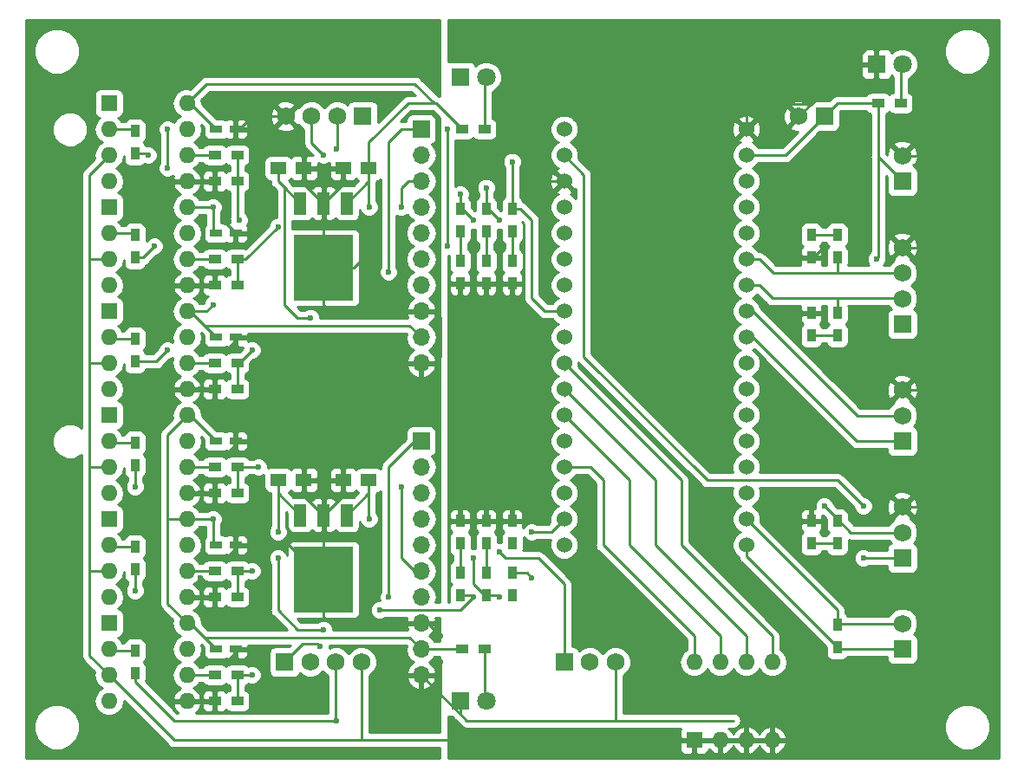
<source format=gtl>
G04 #@! TF.GenerationSoftware,KiCad,Pcbnew,(5.0.0-3-g5ebb6b6)*
G04 #@! TF.CreationDate,2018-07-28T18:34:54+09:00*
G04 #@! TF.ProjectId,MD_Controller,4D445F436F6E74726F6C6C65722E6B69,rev?*
G04 #@! TF.SameCoordinates,Original*
G04 #@! TF.FileFunction,Copper,L1,Top,Signal*
G04 #@! TF.FilePolarity,Positive*
%FSLAX46Y46*%
G04 Gerber Fmt 4.6, Leading zero omitted, Abs format (unit mm)*
G04 Created by KiCad (PCBNEW (5.0.0-3-g5ebb6b6)) date *
%MOMM*%
%LPD*%
G01*
G04 APERTURE LIST*
G04 #@! TA.AperFunction,SMDPad,CuDef*
%ADD10R,1.200000X0.750000*%
G04 #@! TD*
G04 #@! TA.AperFunction,SMDPad,CuDef*
%ADD11R,1.500000X1.250000*%
G04 #@! TD*
G04 #@! TA.AperFunction,ComponentPad*
%ADD12R,1.800000X1.800000*%
G04 #@! TD*
G04 #@! TA.AperFunction,ComponentPad*
%ADD13C,1.800000*%
G04 #@! TD*
G04 #@! TA.AperFunction,SMDPad,CuDef*
%ADD14R,0.900000X1.200000*%
G04 #@! TD*
G04 #@! TA.AperFunction,ComponentPad*
%ADD15R,1.600000X1.600000*%
G04 #@! TD*
G04 #@! TA.AperFunction,ComponentPad*
%ADD16O,1.600000X1.600000*%
G04 #@! TD*
G04 #@! TA.AperFunction,ComponentPad*
%ADD17R,1.700000X1.700000*%
G04 #@! TD*
G04 #@! TA.AperFunction,ComponentPad*
%ADD18O,1.700000X1.700000*%
G04 #@! TD*
G04 #@! TA.AperFunction,ComponentPad*
%ADD19C,1.524000*%
G04 #@! TD*
G04 #@! TA.AperFunction,SMDPad,CuDef*
%ADD20R,1.200000X0.900000*%
G04 #@! TD*
G04 #@! TA.AperFunction,ComponentPad*
%ADD21R,1.750000X1.750000*%
G04 #@! TD*
G04 #@! TA.AperFunction,ComponentPad*
%ADD22C,1.750000*%
G04 #@! TD*
G04 #@! TA.AperFunction,SMDPad,CuDef*
%ADD23R,1.200000X2.200000*%
G04 #@! TD*
G04 #@! TA.AperFunction,SMDPad,CuDef*
%ADD24R,5.800000X6.400000*%
G04 #@! TD*
G04 #@! TA.AperFunction,SMDPad,CuDef*
%ADD25R,2.750000X3.050000*%
G04 #@! TD*
G04 #@! TA.AperFunction,ViaPad*
%ADD26C,0.600000*%
G04 #@! TD*
G04 #@! TA.AperFunction,Conductor*
%ADD27C,0.250000*%
G04 #@! TD*
G04 #@! TA.AperFunction,Conductor*
%ADD28C,0.254000*%
G04 #@! TD*
G04 APERTURE END LIST*
D10*
G04 #@! TO.P,C1,1*
G04 #@! TO.N,GND*
X134300000Y-68580000D03*
G04 #@! TO.P,C1,2*
G04 #@! TO.N,VOUT1*
X132400000Y-68580000D03*
G04 #@! TD*
G04 #@! TO.P,C2,1*
G04 #@! TO.N,GND*
X134300000Y-78740000D03*
G04 #@! TO.P,C2,2*
G04 #@! TO.N,VOUT1*
X132400000Y-78740000D03*
G04 #@! TD*
G04 #@! TO.P,C3,1*
G04 #@! TO.N,GND*
X134300000Y-88900000D03*
G04 #@! TO.P,C3,2*
G04 #@! TO.N,VOUT1*
X132400000Y-88900000D03*
G04 #@! TD*
G04 #@! TO.P,C4,1*
G04 #@! TO.N,GND*
X134300000Y-99060000D03*
G04 #@! TO.P,C4,2*
G04 #@! TO.N,VOUT2*
X132400000Y-99060000D03*
G04 #@! TD*
G04 #@! TO.P,C5,1*
G04 #@! TO.N,GND*
X134300000Y-109220000D03*
G04 #@! TO.P,C5,2*
G04 #@! TO.N,VOUT2*
X132400000Y-109220000D03*
G04 #@! TD*
G04 #@! TO.P,C6,1*
G04 #@! TO.N,GND*
X134300000Y-119380000D03*
G04 #@! TO.P,C6,2*
G04 #@! TO.N,VOUT2*
X132400000Y-119380000D03*
G04 #@! TD*
D11*
G04 #@! TO.P,C7,1*
G04 #@! TO.N,GND*
X140950000Y-72390000D03*
G04 #@! TO.P,C7,2*
G04 #@! TO.N,Net-(C7-Pad2)*
X138450000Y-72390000D03*
G04 #@! TD*
G04 #@! TO.P,C8,1*
G04 #@! TO.N,GND*
X140950000Y-102870000D03*
G04 #@! TO.P,C8,2*
G04 #@! TO.N,Net-(C8-Pad2)*
X138450000Y-102870000D03*
G04 #@! TD*
G04 #@! TO.P,C9,1*
G04 #@! TO.N,VOUT1*
X147300000Y-72390000D03*
G04 #@! TO.P,C9,2*
G04 #@! TO.N,GND*
X144800000Y-72390000D03*
G04 #@! TD*
G04 #@! TO.P,C10,1*
G04 #@! TO.N,VOUT2*
X147300000Y-102870000D03*
G04 #@! TO.P,C10,2*
G04 #@! TO.N,GND*
X144800000Y-102870000D03*
G04 #@! TD*
D12*
G04 #@! TO.P,D2,1*
G04 #@! TO.N,GNDA*
X196850000Y-62230000D03*
D13*
G04 #@! TO.P,D2,2*
G04 #@! TO.N,Net-(D2-Pad2)*
X199390000Y-62230000D03*
G04 #@! TD*
D14*
G04 #@! TO.P,Enc_A,1*
G04 #@! TO.N,GNDA*
X190500000Y-81110000D03*
G04 #@! TO.P,Enc_A,2*
G04 #@! TO.N,Net-(D3-Pad2)*
X190500000Y-78910000D03*
G04 #@! TD*
G04 #@! TO.P,Enc_B,1*
G04 #@! TO.N,GNDA*
X190500000Y-86530000D03*
G04 #@! TO.P,Enc_B,2*
G04 #@! TO.N,Net-(D4-Pad2)*
X190500000Y-88730000D03*
G04 #@! TD*
G04 #@! TO.P,INA,1*
G04 #@! TO.N,Net-(D5-Pad1)*
X156210000Y-78570000D03*
G04 #@! TO.P,INA,2*
G04 #@! TO.N,p0*
X156210000Y-76370000D03*
G04 #@! TD*
G04 #@! TO.P,PWM,1*
G04 #@! TO.N,Net-(D6-Pad1)*
X161290000Y-78570000D03*
G04 #@! TO.P,PWM,2*
G04 #@! TO.N,p25*
X161290000Y-76370000D03*
G04 #@! TD*
G04 #@! TO.P,INB,1*
G04 #@! TO.N,Net-(D7-Pad1)*
X158750000Y-78570000D03*
G04 #@! TO.P,INB,2*
G04 #@! TO.N,p24*
X158750000Y-76370000D03*
G04 #@! TD*
G04 #@! TO.P,INA,1*
G04 #@! TO.N,Net-(D8-Pad1)*
X161290000Y-114130000D03*
G04 #@! TO.P,INA,2*
G04 #@! TO.N,p9*
X161290000Y-111930000D03*
G04 #@! TD*
G04 #@! TO.P,PWM,1*
G04 #@! TO.N,Net-(D9-Pad1)*
X156210000Y-111930000D03*
G04 #@! TO.P,PWM,2*
G04 #@! TO.N,p8*
X156210000Y-114130000D03*
G04 #@! TD*
G04 #@! TO.P,INB,1*
G04 #@! TO.N,Net-(D10-Pad1)*
X158750000Y-111930000D03*
G04 #@! TO.P,INB,2*
G04 #@! TO.N,p7*
X158750000Y-114130000D03*
G04 #@! TD*
D12*
G04 #@! TO.P,D11,1*
G04 #@! TO.N,GND*
X156210000Y-63500000D03*
D13*
G04 #@! TO.P,D11,2*
G04 #@! TO.N,Net-(D11-Pad2)*
X158750000Y-63500000D03*
G04 #@! TD*
D12*
G04 #@! TO.P,D12,1*
G04 #@! TO.N,GND*
X156210000Y-124460000D03*
D13*
G04 #@! TO.P,D12,2*
G04 #@! TO.N,Net-(D12-Pad2)*
X158750000Y-124460000D03*
G04 #@! TD*
D15*
G04 #@! TO.P,F1,1*
G04 #@! TO.N,Net-(F1-Pad1)*
X121920000Y-66040000D03*
D16*
G04 #@! TO.P,F1,5*
G04 #@! TO.N,GND*
X129540000Y-73660000D03*
G04 #@! TO.P,F1,2*
G04 #@! TO.N,Net-(F1-Pad2)*
X121920000Y-68580000D03*
G04 #@! TO.P,F1,6*
G04 #@! TO.N,Net-(F1-Pad6)*
X129540000Y-71120000D03*
G04 #@! TO.P,F1,3*
G04 #@! TO.N,GNDA*
X121920000Y-71120000D03*
G04 #@! TO.P,F1,7*
G04 #@! TO.N,Net-(F1-Pad7)*
X129540000Y-68580000D03*
G04 #@! TO.P,F1,4*
G04 #@! TO.N,Net-(F1-Pad4)*
X121920000Y-73660000D03*
G04 #@! TO.P,F1,8*
G04 #@! TO.N,VOUT1*
X129540000Y-66040000D03*
G04 #@! TD*
D15*
G04 #@! TO.P,F2,1*
G04 #@! TO.N,Net-(F2-Pad1)*
X121920000Y-76200000D03*
D16*
G04 #@! TO.P,F2,5*
G04 #@! TO.N,GND*
X129540000Y-83820000D03*
G04 #@! TO.P,F2,2*
G04 #@! TO.N,Net-(F2-Pad2)*
X121920000Y-78740000D03*
G04 #@! TO.P,F2,6*
G04 #@! TO.N,Net-(F2-Pad6)*
X129540000Y-81280000D03*
G04 #@! TO.P,F2,3*
G04 #@! TO.N,GNDA*
X121920000Y-81280000D03*
G04 #@! TO.P,F2,7*
G04 #@! TO.N,Net-(F2-Pad7)*
X129540000Y-78740000D03*
G04 #@! TO.P,F2,4*
G04 #@! TO.N,Net-(F2-Pad4)*
X121920000Y-83820000D03*
G04 #@! TO.P,F2,8*
G04 #@! TO.N,VOUT1*
X129540000Y-76200000D03*
G04 #@! TD*
D15*
G04 #@! TO.P,F3,1*
G04 #@! TO.N,Net-(F3-Pad1)*
X121920000Y-86360000D03*
D16*
G04 #@! TO.P,F3,5*
G04 #@! TO.N,GND*
X129540000Y-93980000D03*
G04 #@! TO.P,F3,2*
G04 #@! TO.N,Net-(F3-Pad2)*
X121920000Y-88900000D03*
G04 #@! TO.P,F3,6*
G04 #@! TO.N,Net-(F3-Pad6)*
X129540000Y-91440000D03*
G04 #@! TO.P,F3,3*
G04 #@! TO.N,GNDA*
X121920000Y-91440000D03*
G04 #@! TO.P,F3,7*
G04 #@! TO.N,Net-(F3-Pad7)*
X129540000Y-88900000D03*
G04 #@! TO.P,F3,4*
G04 #@! TO.N,Net-(F3-Pad4)*
X121920000Y-93980000D03*
G04 #@! TO.P,F3,8*
G04 #@! TO.N,VOUT1*
X129540000Y-86360000D03*
G04 #@! TD*
D15*
G04 #@! TO.P,F4,1*
G04 #@! TO.N,Net-(F4-Pad1)*
X121920000Y-96520000D03*
D16*
G04 #@! TO.P,F4,5*
G04 #@! TO.N,GND*
X129540000Y-104140000D03*
G04 #@! TO.P,F4,2*
G04 #@! TO.N,Net-(F4-Pad2)*
X121920000Y-99060000D03*
G04 #@! TO.P,F4,6*
G04 #@! TO.N,Net-(F4-Pad6)*
X129540000Y-101600000D03*
G04 #@! TO.P,F4,3*
G04 #@! TO.N,GNDA*
X121920000Y-101600000D03*
G04 #@! TO.P,F4,7*
G04 #@! TO.N,Net-(F4-Pad7)*
X129540000Y-99060000D03*
G04 #@! TO.P,F4,4*
G04 #@! TO.N,Net-(F4-Pad4)*
X121920000Y-104140000D03*
G04 #@! TO.P,F4,8*
G04 #@! TO.N,VOUT2*
X129540000Y-96520000D03*
G04 #@! TD*
D15*
G04 #@! TO.P,F5,1*
G04 #@! TO.N,Net-(F5-Pad1)*
X121920000Y-106680000D03*
D16*
G04 #@! TO.P,F5,5*
G04 #@! TO.N,GND*
X129540000Y-114300000D03*
G04 #@! TO.P,F5,2*
G04 #@! TO.N,Net-(F5-Pad2)*
X121920000Y-109220000D03*
G04 #@! TO.P,F5,6*
G04 #@! TO.N,Net-(F5-Pad6)*
X129540000Y-111760000D03*
G04 #@! TO.P,F5,3*
G04 #@! TO.N,GNDA*
X121920000Y-111760000D03*
G04 #@! TO.P,F5,7*
G04 #@! TO.N,Net-(F5-Pad7)*
X129540000Y-109220000D03*
G04 #@! TO.P,F5,4*
G04 #@! TO.N,Net-(F5-Pad4)*
X121920000Y-114300000D03*
G04 #@! TO.P,F5,8*
G04 #@! TO.N,VOUT2*
X129540000Y-106680000D03*
G04 #@! TD*
D15*
G04 #@! TO.P,F6,1*
G04 #@! TO.N,Net-(F6-Pad1)*
X121920000Y-116840000D03*
D16*
G04 #@! TO.P,F6,5*
G04 #@! TO.N,GND*
X129540000Y-124460000D03*
G04 #@! TO.P,F6,2*
G04 #@! TO.N,Net-(F6-Pad2)*
X121920000Y-119380000D03*
G04 #@! TO.P,F6,6*
G04 #@! TO.N,Net-(F6-Pad6)*
X129540000Y-121920000D03*
G04 #@! TO.P,F6,3*
G04 #@! TO.N,GNDA*
X121920000Y-121920000D03*
G04 #@! TO.P,F6,7*
G04 #@! TO.N,Net-(F6-Pad7)*
X129540000Y-119380000D03*
G04 #@! TO.P,F6,4*
G04 #@! TO.N,Net-(F6-Pad4)*
X121920000Y-124460000D03*
G04 #@! TO.P,F6,8*
G04 #@! TO.N,VOUT2*
X129540000Y-116840000D03*
G04 #@! TD*
D17*
G04 #@! TO.P,VNH5019,1*
G04 #@! TO.N,INA1*
X152400000Y-68580000D03*
D18*
G04 #@! TO.P,VNH5019,2*
G04 #@! TO.N,Net-(MD1-Pad2)*
X152400000Y-71120000D03*
G04 #@! TO.P,VNH5019,3*
G04 #@! TO.N,PWM1*
X152400000Y-73660000D03*
G04 #@! TO.P,VNH5019,4*
G04 #@! TO.N,CS_1*
X152400000Y-76200000D03*
G04 #@! TO.P,VNH5019,5*
G04 #@! TO.N,Net-(MD1-Pad5)*
X152400000Y-78740000D03*
G04 #@! TO.P,VNH5019,6*
G04 #@! TO.N,INB1*
X152400000Y-81280000D03*
G04 #@! TO.P,VNH5019,7*
G04 #@! TO.N,Net-(C7-Pad2)*
X152400000Y-83820000D03*
G04 #@! TO.P,VNH5019,8*
G04 #@! TO.N,GND*
X152400000Y-86360000D03*
G04 #@! TO.P,VNH5019,9*
G04 #@! TO.N,VOUT1*
X152400000Y-88900000D03*
G04 #@! TO.P,VNH5019,10*
G04 #@! TO.N,GND*
X152400000Y-91440000D03*
G04 #@! TD*
D17*
G04 #@! TO.P,VNH5019,1*
G04 #@! TO.N,INA2*
X152400000Y-99060000D03*
D18*
G04 #@! TO.P,VNH5019,2*
G04 #@! TO.N,Net-(MD2-Pad2)*
X152400000Y-101600000D03*
G04 #@! TO.P,VNH5019,3*
G04 #@! TO.N,PWM2*
X152400000Y-104140000D03*
G04 #@! TO.P,VNH5019,4*
G04 #@! TO.N,CS_2*
X152400000Y-106680000D03*
G04 #@! TO.P,VNH5019,5*
G04 #@! TO.N,Net-(MD2-Pad5)*
X152400000Y-109220000D03*
G04 #@! TO.P,VNH5019,6*
G04 #@! TO.N,INB2*
X152400000Y-111760000D03*
G04 #@! TO.P,VNH5019,7*
G04 #@! TO.N,Net-(C8-Pad2)*
X152400000Y-114300000D03*
G04 #@! TO.P,VNH5019,8*
G04 #@! TO.N,GND*
X152400000Y-116840000D03*
G04 #@! TO.P,VNH5019,9*
G04 #@! TO.N,VOUT2*
X152400000Y-119380000D03*
G04 #@! TO.P,VNH5019,10*
G04 #@! TO.N,GND*
X152400000Y-121920000D03*
G04 #@! TD*
D19*
G04 #@! TO.P,minibed,1*
G04 #@! TO.N,Net-(minibed1-Pad1)*
X166370000Y-68580000D03*
G04 #@! TO.P,minibed,2*
G04 #@! TO.N,+3V3*
X166370000Y-71120000D03*
G04 #@! TO.P,minibed,3*
G04 #@! TO.N,GNDA*
X166370000Y-73660000D03*
G04 #@! TO.P,minibed,4*
G04 #@! TO.N,Net-(minibed1-Pad4)*
X166370000Y-76200000D03*
G04 #@! TO.P,minibed,5*
G04 #@! TO.N,Net-(minibed1-Pad5)*
X166370000Y-78740000D03*
G04 #@! TO.P,minibed,6*
G04 #@! TO.N,Net-(minibed1-Pad6)*
X166370000Y-81280000D03*
G04 #@! TO.P,minibed,7*
G04 #@! TO.N,p24*
X166370000Y-83820000D03*
G04 #@! TO.P,minibed,8*
G04 #@! TO.N,p25*
X166370000Y-86360000D03*
G04 #@! TO.P,minibed,9*
G04 #@! TO.N,p0*
X166370000Y-88900000D03*
G04 #@! TO.P,minibed,10*
G04 #@! TO.N,p1*
X166370000Y-91440000D03*
G04 #@! TO.P,minibed,11*
G04 #@! TO.N,p2*
X166370000Y-93980000D03*
G04 #@! TO.P,minibed,12*
G04 #@! TO.N,p3*
X166370000Y-96520000D03*
G04 #@! TO.P,minibed,13*
G04 #@! TO.N,p5*
X166370000Y-99060000D03*
G04 #@! TO.P,minibed,14*
G04 #@! TO.N,p6*
X166370000Y-101600000D03*
G04 #@! TO.P,minibed,15*
G04 #@! TO.N,p7*
X166370000Y-104140000D03*
G04 #@! TO.P,minibed,16*
G04 #@! TO.N,p8*
X166370000Y-106680000D03*
G04 #@! TO.P,minibed,17*
G04 #@! TO.N,p9*
X166370000Y-109220000D03*
G04 #@! TO.P,minibed,18*
G04 #@! TO.N,C_H*
X184150000Y-109220000D03*
G04 #@! TO.P,minibed,19*
G04 #@! TO.N,C_L*
X184150000Y-106680000D03*
G04 #@! TO.P,minibed,20*
G04 #@! TO.N,Net-(minibed1-Pad20)*
X184150000Y-104140000D03*
G04 #@! TO.P,minibed,21*
G04 #@! TO.N,p10*
X184150000Y-101600000D03*
G04 #@! TO.P,minibed,22*
G04 #@! TO.N,p11*
X184150000Y-99060000D03*
G04 #@! TO.P,minibed,23*
G04 #@! TO.N,Net-(minibed1-Pad23)*
X184150000Y-96520000D03*
G04 #@! TO.P,minibed,24*
G04 #@! TO.N,Net-(minibed1-Pad24)*
X184150000Y-93980000D03*
G04 #@! TO.P,minibed,25*
G04 #@! TO.N,Net-(minibed1-Pad25)*
X184150000Y-91440000D03*
G04 #@! TO.P,minibed,26*
G04 #@! TO.N,p15*
X184150000Y-88900000D03*
G04 #@! TO.P,minibed,27*
G04 #@! TO.N,p17*
X184150000Y-86360000D03*
G04 #@! TO.P,minibed,28*
G04 #@! TO.N,p19*
X184150000Y-83820000D03*
G04 #@! TO.P,minibed,29*
G04 #@! TO.N,p20*
X184150000Y-81280000D03*
G04 #@! TO.P,minibed,30*
G04 #@! TO.N,Net-(minibed1-Pad30)*
X184150000Y-78740000D03*
G04 #@! TO.P,minibed,31*
G04 #@! TO.N,Net-(minibed1-Pad31)*
X184150000Y-76200000D03*
G04 #@! TO.P,minibed,32*
G04 #@! TO.N,Net-(minibed1-Pad32)*
X184150000Y-73660000D03*
G04 #@! TO.P,minibed,33*
G04 #@! TO.N,+5V*
X184150000Y-71120000D03*
G04 #@! TO.P,minibed,34*
G04 #@! TO.N,GNDA*
X184150000Y-68580000D03*
G04 #@! TD*
D14*
G04 #@! TO.P,R1,1*
G04 #@! TO.N,C_H*
X193040000Y-119210000D03*
G04 #@! TO.P,R1,2*
G04 #@! TO.N,C_L*
X193040000Y-117010000D03*
G04 #@! TD*
D20*
G04 #@! TO.P,R2,1*
G04 #@! TO.N,Net-(D2-Pad2)*
X199220000Y-66040000D03*
G04 #@! TO.P,R2,2*
G04 #@! TO.N,+5V*
X197020000Y-66040000D03*
G04 #@! TD*
D14*
G04 #@! TO.P,R3,1*
G04 #@! TO.N,p5*
X193040000Y-106850000D03*
G04 #@! TO.P,R3,2*
G04 #@! TO.N,Net-(D1-Pad2)*
X193040000Y-109050000D03*
G04 #@! TD*
G04 #@! TO.P,R4,1*
G04 #@! TO.N,p20*
X193040000Y-81110000D03*
G04 #@! TO.P,R4,2*
G04 #@! TO.N,Net-(D3-Pad2)*
X193040000Y-78910000D03*
G04 #@! TD*
G04 #@! TO.P,R5,1*
G04 #@! TO.N,p19*
X193040000Y-86530000D03*
G04 #@! TO.P,R5,2*
G04 #@! TO.N,Net-(D4-Pad2)*
X193040000Y-88730000D03*
G04 #@! TD*
G04 #@! TO.P,R6,1*
G04 #@! TO.N,Net-(D5-Pad1)*
X156210000Y-81450000D03*
G04 #@! TO.P,R6,2*
G04 #@! TO.N,GNDA*
X156210000Y-83650000D03*
G04 #@! TD*
G04 #@! TO.P,R7,1*
G04 #@! TO.N,Net-(D6-Pad1)*
X161290000Y-81450000D03*
G04 #@! TO.P,R7,2*
G04 #@! TO.N,GNDA*
X161290000Y-83650000D03*
G04 #@! TD*
G04 #@! TO.P,R8,1*
G04 #@! TO.N,Net-(D7-Pad1)*
X158750000Y-81450000D03*
G04 #@! TO.P,R8,2*
G04 #@! TO.N,GNDA*
X158750000Y-83650000D03*
G04 #@! TD*
G04 #@! TO.P,R9,1*
G04 #@! TO.N,Net-(D8-Pad1)*
X161290000Y-109050000D03*
G04 #@! TO.P,R9,2*
G04 #@! TO.N,GNDA*
X161290000Y-106850000D03*
G04 #@! TD*
G04 #@! TO.P,R10,1*
G04 #@! TO.N,Net-(D9-Pad1)*
X156210000Y-109050000D03*
G04 #@! TO.P,R10,2*
G04 #@! TO.N,GNDA*
X156210000Y-106850000D03*
G04 #@! TD*
G04 #@! TO.P,R11,1*
G04 #@! TO.N,Net-(D10-Pad1)*
X158750000Y-109050000D03*
G04 #@! TO.P,R11,2*
G04 #@! TO.N,GNDA*
X158750000Y-106850000D03*
G04 #@! TD*
G04 #@! TO.P,R12,1*
G04 #@! TO.N,Net-(F1-Pad2)*
X124460000Y-68750000D03*
G04 #@! TO.P,R12,2*
G04 #@! TO.N,p24*
X124460000Y-70950000D03*
G04 #@! TD*
G04 #@! TO.P,R13,1*
G04 #@! TO.N,Net-(F2-Pad2)*
X124460000Y-78910000D03*
G04 #@! TO.P,R13,2*
G04 #@! TO.N,p25*
X124460000Y-81110000D03*
G04 #@! TD*
G04 #@! TO.P,R14,1*
G04 #@! TO.N,Net-(F3-Pad2)*
X124460000Y-89070000D03*
G04 #@! TO.P,R14,2*
G04 #@! TO.N,p0*
X124460000Y-91270000D03*
G04 #@! TD*
G04 #@! TO.P,R15,1*
G04 #@! TO.N,Net-(F4-Pad2)*
X124460000Y-99230000D03*
G04 #@! TO.P,R15,2*
G04 #@! TO.N,p7*
X124460000Y-101430000D03*
G04 #@! TD*
G04 #@! TO.P,R16,1*
G04 #@! TO.N,Net-(F5-Pad2)*
X124460000Y-109390000D03*
G04 #@! TO.P,R16,2*
G04 #@! TO.N,p8*
X124460000Y-111590000D03*
G04 #@! TD*
G04 #@! TO.P,R17,1*
G04 #@! TO.N,Net-(F6-Pad2)*
X124460000Y-119550000D03*
G04 #@! TO.P,R17,2*
G04 #@! TO.N,p9*
X124460000Y-121750000D03*
G04 #@! TD*
D20*
G04 #@! TO.P,R18,1*
G04 #@! TO.N,INB1*
X134450000Y-71120000D03*
G04 #@! TO.P,R18,2*
G04 #@! TO.N,Net-(F1-Pad6)*
X132250000Y-71120000D03*
G04 #@! TD*
G04 #@! TO.P,R19,1*
G04 #@! TO.N,PWM1*
X134450000Y-81280000D03*
G04 #@! TO.P,R19,2*
G04 #@! TO.N,Net-(F2-Pad6)*
X132250000Y-81280000D03*
G04 #@! TD*
G04 #@! TO.P,R20,1*
G04 #@! TO.N,INA1*
X134450000Y-91440000D03*
G04 #@! TO.P,R20,2*
G04 #@! TO.N,Net-(F3-Pad6)*
X132250000Y-91440000D03*
G04 #@! TD*
G04 #@! TO.P,R21,1*
G04 #@! TO.N,INB2*
X134450000Y-101600000D03*
G04 #@! TO.P,R21,2*
G04 #@! TO.N,Net-(F4-Pad6)*
X132250000Y-101600000D03*
G04 #@! TD*
G04 #@! TO.P,R22,1*
G04 #@! TO.N,PWM2*
X134450000Y-111760000D03*
G04 #@! TO.P,R22,2*
G04 #@! TO.N,Net-(F5-Pad6)*
X132250000Y-111760000D03*
G04 #@! TD*
G04 #@! TO.P,R23,1*
G04 #@! TO.N,INA2*
X134450000Y-121920000D03*
G04 #@! TO.P,R23,2*
G04 #@! TO.N,Net-(F6-Pad6)*
X132250000Y-121920000D03*
G04 #@! TD*
G04 #@! TO.P,R24,1*
G04 #@! TO.N,GND*
X132250000Y-73660000D03*
G04 #@! TO.P,R24,2*
G04 #@! TO.N,INB1*
X134450000Y-73660000D03*
G04 #@! TD*
G04 #@! TO.P,R25,1*
G04 #@! TO.N,GND*
X132250000Y-83820000D03*
G04 #@! TO.P,R25,2*
G04 #@! TO.N,PWM1*
X134450000Y-83820000D03*
G04 #@! TD*
G04 #@! TO.P,R26,1*
G04 #@! TO.N,GND*
X132250000Y-93980000D03*
G04 #@! TO.P,R26,2*
G04 #@! TO.N,INA1*
X134450000Y-93980000D03*
G04 #@! TD*
G04 #@! TO.P,R27,1*
G04 #@! TO.N,GND*
X132250000Y-104140000D03*
G04 #@! TO.P,R27,2*
G04 #@! TO.N,INB2*
X134450000Y-104140000D03*
G04 #@! TD*
G04 #@! TO.P,R28,1*
G04 #@! TO.N,GND*
X132250000Y-114300000D03*
G04 #@! TO.P,R28,2*
G04 #@! TO.N,PWM2*
X134450000Y-114300000D03*
G04 #@! TD*
G04 #@! TO.P,R29,1*
G04 #@! TO.N,GND*
X132250000Y-124460000D03*
G04 #@! TO.P,R29,2*
G04 #@! TO.N,INA2*
X134450000Y-124460000D03*
G04 #@! TD*
G04 #@! TO.P,R30,1*
G04 #@! TO.N,Net-(D11-Pad2)*
X158580000Y-68580000D03*
G04 #@! TO.P,R30,2*
G04 #@! TO.N,VOUT1*
X156380000Y-68580000D03*
G04 #@! TD*
G04 #@! TO.P,R31,1*
G04 #@! TO.N,Net-(D12-Pad2)*
X158580000Y-119380000D03*
G04 #@! TO.P,R31,2*
G04 #@! TO.N,VOUT2*
X156380000Y-119380000D03*
G04 #@! TD*
D21*
G04 #@! TO.P,+5V,1*
G04 #@! TO.N,+5V*
X199390000Y-73660000D03*
D22*
G04 #@! TO.P,+5V,2*
G04 #@! TO.N,GNDA*
X199390000Y-71160000D03*
G04 #@! TD*
D21*
G04 #@! TO.P,CAN,1*
G04 #@! TO.N,C_H*
X199390000Y-119380000D03*
D22*
G04 #@! TO.P,CAN,2*
G04 #@! TO.N,C_L*
X199390000Y-116880000D03*
G04 #@! TD*
D21*
G04 #@! TO.P,Potentio,1*
G04 #@! TO.N,+3V3*
X199390000Y-110490000D03*
D22*
G04 #@! TO.P,Potentio,2*
G04 #@! TO.N,p5*
X199390000Y-107990000D03*
G04 #@! TO.P,Potentio,3*
G04 #@! TO.N,GNDA*
X199390000Y-105490000D03*
G04 #@! TD*
D21*
G04 #@! TO.P,Encoder,1*
G04 #@! TO.N,+5V*
X199390000Y-87630000D03*
D22*
G04 #@! TO.P,Encoder,2*
G04 #@! TO.N,p19*
X199390000Y-85130000D03*
G04 #@! TO.P,Encoder,3*
G04 #@! TO.N,p20*
X199390000Y-82630000D03*
G04 #@! TO.P,Encoder,4*
G04 #@! TO.N,GNDA*
X199390000Y-80130000D03*
G04 #@! TD*
D23*
G04 #@! TO.P,U5,1*
G04 #@! TO.N,VOUT1*
X145155000Y-75810000D03*
G04 #@! TO.P,U5,2*
G04 #@! TO.N,GND*
X142875000Y-75810000D03*
G04 #@! TO.P,U5,3*
G04 #@! TO.N,Net-(C7-Pad2)*
X140595000Y-75810000D03*
D24*
G04 #@! TO.P,U5,2*
G04 #@! TO.N,GND*
X142875000Y-82110000D03*
D25*
X141350000Y-83785000D03*
X144400000Y-80435000D03*
X144400000Y-83785000D03*
X141350000Y-80435000D03*
G04 #@! TD*
D23*
G04 #@! TO.P,U6,1*
G04 #@! TO.N,VOUT2*
X145155000Y-106290000D03*
G04 #@! TO.P,U6,2*
G04 #@! TO.N,GND*
X142875000Y-106290000D03*
G04 #@! TO.P,U6,3*
G04 #@! TO.N,Net-(C8-Pad2)*
X140595000Y-106290000D03*
D24*
G04 #@! TO.P,U6,2*
G04 #@! TO.N,GND*
X142875000Y-112590000D03*
D25*
X141350000Y-114265000D03*
X144400000Y-110915000D03*
X144400000Y-114265000D03*
X141350000Y-110915000D03*
G04 #@! TD*
D15*
G04 #@! TO.P,DIP_SW,1*
G04 #@! TO.N,GNDA*
X179070000Y-128270000D03*
D16*
G04 #@! TO.P,DIP_SW,5*
G04 #@! TO.N,p1*
X186690000Y-120650000D03*
G04 #@! TO.P,DIP_SW,2*
G04 #@! TO.N,GNDA*
X181610000Y-128270000D03*
G04 #@! TO.P,DIP_SW,6*
G04 #@! TO.N,p2*
X184150000Y-120650000D03*
G04 #@! TO.P,DIP_SW,3*
G04 #@! TO.N,GNDA*
X184150000Y-128270000D03*
G04 #@! TO.P,DIP_SW,7*
G04 #@! TO.N,p3*
X181610000Y-120650000D03*
G04 #@! TO.P,DIP_SW,4*
G04 #@! TO.N,GNDA*
X186690000Y-128270000D03*
G04 #@! TO.P,DIP_SW,8*
G04 #@! TO.N,p6*
X179070000Y-120650000D03*
G04 #@! TD*
D21*
G04 #@! TO.P,+5V,1*
G04 #@! TO.N,+5V*
X191770000Y-67310000D03*
D22*
G04 #@! TO.P,+5V,2*
G04 #@! TO.N,GNDA*
X189270000Y-67310000D03*
G04 #@! TD*
D21*
G04 #@! TO.P,MD1_Input,1*
G04 #@! TO.N,p25*
X146685000Y-67310000D03*
D22*
G04 #@! TO.P,MD1_Input,2*
G04 #@! TO.N,p24*
X144185000Y-67310000D03*
G04 #@! TO.P,MD1_Input,3*
G04 #@! TO.N,p0*
X141685000Y-67310000D03*
G04 #@! TO.P,MD1_Input,4*
G04 #@! TO.N,GND*
X139185000Y-67310000D03*
G04 #@! TD*
D21*
G04 #@! TO.P,MD2_Input,1*
G04 #@! TO.N,p8*
X139065000Y-120650000D03*
D22*
G04 #@! TO.P,MD2_Input,2*
G04 #@! TO.N,p7*
X141565000Y-120650000D03*
G04 #@! TO.P,MD2_Input,3*
G04 #@! TO.N,p9*
X144065000Y-120650000D03*
G04 #@! TO.P,MD2_Input,4*
G04 #@! TO.N,GNDA*
X146565000Y-120650000D03*
G04 #@! TD*
D21*
G04 #@! TO.P,UART,1*
G04 #@! TO.N,p15*
X199390000Y-99060000D03*
D22*
G04 #@! TO.P,UART,2*
G04 #@! TO.N,p17*
X199390000Y-96560000D03*
G04 #@! TO.P,UART,3*
G04 #@! TO.N,GNDA*
X199390000Y-94060000D03*
G04 #@! TD*
D14*
G04 #@! TO.P,D1,1*
G04 #@! TO.N,GNDA*
X190500000Y-106850000D03*
G04 #@! TO.P,D1,2*
G04 #@! TO.N,Net-(D1-Pad2)*
X190500000Y-109050000D03*
G04 #@! TD*
D21*
G04 #@! TO.P,CS,1*
G04 #@! TO.N,CS_2*
X166370000Y-120650000D03*
D22*
G04 #@! TO.P,CS,2*
G04 #@! TO.N,CS_1*
X168870000Y-120650000D03*
G04 #@! TO.P,CS,3*
G04 #@! TO.N,GND*
X171370000Y-120650000D03*
G04 #@! TD*
D26*
G04 #@! TO.N,GND*
X154305000Y-120650000D03*
X154305000Y-118110000D03*
X147955000Y-80010000D03*
X154940000Y-80010000D03*
X154940000Y-68580000D03*
X130810000Y-120650000D03*
X130810000Y-123190000D03*
X135890000Y-72390000D03*
X132080000Y-72390000D03*
X133350000Y-110490000D03*
X130810000Y-90170000D03*
X130810000Y-93980000D03*
X130810000Y-100330000D03*
X130810000Y-104140000D03*
X135890000Y-116840000D03*
X135890000Y-119380000D03*
X130810000Y-85090000D03*
X130810000Y-112395000D03*
X130810000Y-80010000D03*
X130810000Y-82550000D03*
G04 #@! TO.N,VOUT1*
X132080000Y-76200000D03*
X147320000Y-76200000D03*
X132080000Y-85725000D03*
G04 #@! TO.N,VOUT2*
X132080000Y-106680000D03*
X147320000Y-106680000D03*
G04 #@! TO.N,Net-(C7-Pad2)*
X141605000Y-86995000D03*
G04 #@! TO.N,Net-(C8-Pad2)*
X138430000Y-107950000D03*
X138430000Y-110490000D03*
X142875000Y-117475000D03*
G04 #@! TO.N,GNDA*
X187325000Y-106680000D03*
X189865000Y-128270000D03*
X192405000Y-104140000D03*
X162560000Y-85725000D03*
X164465000Y-83820000D03*
X191770000Y-80010000D03*
X187960000Y-86360000D03*
X187960000Y-81280000D03*
G04 #@! TO.N,CS_2*
X160020000Y-109855000D03*
G04 #@! TO.N,INA1*
X135890000Y-90170000D03*
X149225000Y-82550000D03*
G04 #@! TO.N,PWM1*
X150495000Y-76200000D03*
X138430000Y-78105000D03*
G04 #@! TO.N,INB1*
X134620000Y-77470000D03*
G04 #@! TO.N,INA2*
X135890000Y-121920000D03*
X149225000Y-114300000D03*
G04 #@! TO.N,PWM2*
X135890000Y-111760000D03*
G04 #@! TO.N,INB2*
X136525000Y-101600000D03*
X150495000Y-103505000D03*
G04 #@! TO.N,+3V3*
X195580000Y-110490000D03*
X195580000Y-105410000D03*
G04 #@! TO.N,p24*
X160020000Y-77470000D03*
X144145000Y-70485000D03*
X158750000Y-74295000D03*
X125730000Y-71120000D03*
G04 #@! TO.N,p25*
X161290000Y-71755000D03*
X126365000Y-80010000D03*
G04 #@! TO.N,p0*
X157480000Y-77470000D03*
X156210000Y-74930000D03*
X142875000Y-71120000D03*
X127635000Y-68580000D03*
X127635000Y-72390000D03*
X127635000Y-90170000D03*
G04 #@! TO.N,p5*
X191770000Y-105410000D03*
G04 #@! TO.N,p7*
X160020000Y-114300000D03*
X157480000Y-110490000D03*
X124460000Y-103505000D03*
G04 #@! TO.N,p8*
X148336000Y-115570000D03*
X142494000Y-119126000D03*
X163195000Y-107950000D03*
X157480000Y-114300000D03*
X124460000Y-113665000D03*
G04 #@! TO.N,p9*
X163195000Y-112395000D03*
X144145000Y-126365000D03*
G04 #@! TO.N,+5V*
X196850000Y-81280000D03*
G04 #@! TD*
D27*
G04 #@! TO.N,GND*
X171370000Y-120650000D02*
X171370000Y-126365000D01*
X171370000Y-126365000D02*
X170815000Y-126365000D01*
X152400000Y-86360000D02*
X153670000Y-86360000D01*
X153670000Y-91440000D02*
X152400000Y-91440000D01*
X154305000Y-90805000D02*
X153670000Y-91440000D01*
X154305000Y-86995000D02*
X154305000Y-90805000D01*
X153670000Y-86360000D02*
X154305000Y-86995000D01*
X152400000Y-116840000D02*
X153035000Y-116840000D01*
X153035000Y-116840000D02*
X154305000Y-118110000D01*
X154305000Y-120650000D02*
X154305000Y-123825000D01*
X142875000Y-82110000D02*
X145855000Y-82110000D01*
X145855000Y-82110000D02*
X147955000Y-80010000D01*
X154940000Y-80010000D02*
X154940000Y-68580000D01*
X134300000Y-119380000D02*
X134300000Y-119700000D01*
X134300000Y-119700000D02*
X133350000Y-120650000D01*
X133350000Y-120650000D02*
X130810000Y-120650000D01*
X130810000Y-123190000D02*
X130810000Y-124460000D01*
X135890000Y-67310000D02*
X135890000Y-72390000D01*
X132080000Y-72390000D02*
X132250000Y-72560000D01*
X132250000Y-72560000D02*
X132250000Y-73660000D01*
X134300000Y-109220000D02*
X139505000Y-109220000D01*
X139505000Y-109220000D02*
X142875000Y-112590000D01*
X133350000Y-110490000D02*
X134300000Y-109540000D01*
X134300000Y-109540000D02*
X134300000Y-109220000D01*
X130810000Y-90170000D02*
X132715000Y-90170000D01*
X132715000Y-90170000D02*
X133350000Y-90170000D01*
X133350000Y-90170000D02*
X134300000Y-89220000D01*
X134300000Y-89220000D02*
X134300000Y-88900000D01*
X130810000Y-100330000D02*
X133350000Y-100330000D01*
X133350000Y-100330000D02*
X134300000Y-99380000D01*
X134300000Y-99380000D02*
X134300000Y-99060000D01*
X132250000Y-114300000D02*
X132250000Y-115740000D01*
X132250000Y-115740000D02*
X133350000Y-116840000D01*
X133350000Y-116840000D02*
X135890000Y-116840000D01*
X135890000Y-119380000D02*
X134300000Y-119380000D01*
X130810000Y-83820000D02*
X130810000Y-85090000D01*
X130810000Y-112395000D02*
X130810000Y-114300000D01*
X144800000Y-102870000D02*
X144800000Y-104365000D01*
X144800000Y-104365000D02*
X142875000Y-106290000D01*
X140950000Y-102870000D02*
X140950000Y-104365000D01*
X140950000Y-104365000D02*
X142875000Y-106290000D01*
X144800000Y-72390000D02*
X144800000Y-73885000D01*
X144800000Y-73885000D02*
X142875000Y-75810000D01*
X140950000Y-72390000D02*
X140950000Y-73885000D01*
X140950000Y-73885000D02*
X142875000Y-75810000D01*
X129540000Y-124460000D02*
X130810000Y-124460000D01*
X130810000Y-124460000D02*
X132250000Y-124460000D01*
X132250000Y-73660000D02*
X132250000Y-75100000D01*
X132250000Y-75100000D02*
X133350000Y-76200000D01*
X133350000Y-76200000D02*
X133350000Y-77790000D01*
X133350000Y-77790000D02*
X134300000Y-78740000D01*
X134300000Y-78740000D02*
X134300000Y-79695000D01*
X134300000Y-79695000D02*
X133985000Y-80010000D01*
X133985000Y-80010000D02*
X130810000Y-80010000D01*
X130810000Y-82550000D02*
X130810000Y-83820000D01*
X129540000Y-114300000D02*
X130810000Y-114300000D01*
X130810000Y-114300000D02*
X132250000Y-114300000D01*
X139185000Y-67310000D02*
X139185000Y-67430000D01*
X139185000Y-67430000D02*
X140950000Y-69195000D01*
X140950000Y-69195000D02*
X140950000Y-72390000D01*
X134300000Y-68580000D02*
X134620000Y-68580000D01*
X134620000Y-68580000D02*
X135890000Y-67310000D01*
X135890000Y-67310000D02*
X139185000Y-67310000D01*
X132250000Y-104140000D02*
X130810000Y-104140000D01*
X130810000Y-104140000D02*
X129540000Y-104140000D01*
X129540000Y-93980000D02*
X130810000Y-93980000D01*
X130810000Y-93980000D02*
X132250000Y-93980000D01*
X129540000Y-83820000D02*
X130810000Y-83820000D01*
X130810000Y-83820000D02*
X132250000Y-83820000D01*
X129540000Y-73660000D02*
X132250000Y-73660000D01*
X142875000Y-82110000D02*
X142875000Y-85725000D01*
X142875000Y-85725000D02*
X143510000Y-86360000D01*
X143510000Y-86360000D02*
X152400000Y-86360000D01*
X140950000Y-72390000D02*
X144800000Y-72390000D01*
X142875000Y-72390000D02*
X142875000Y-75810000D01*
X142875000Y-75810000D02*
X142875000Y-82110000D01*
X142875000Y-112590000D02*
X142875000Y-116205000D01*
X142875000Y-116205000D02*
X143510000Y-116840000D01*
X143510000Y-116840000D02*
X152400000Y-116840000D01*
X142875000Y-102870000D02*
X142875000Y-106290000D01*
X142875000Y-106290000D02*
X142875000Y-112590000D01*
X141585000Y-102870000D02*
X142875000Y-102870000D01*
X142875000Y-102870000D02*
X144165000Y-102870000D01*
X143510000Y-102870000D02*
X144800000Y-102870000D01*
X156210000Y-124460000D02*
X156210000Y-125730000D01*
X182880000Y-126365000D02*
X170815000Y-126365000D01*
X170815000Y-126365000D02*
X156845000Y-126365000D01*
X156845000Y-126365000D02*
X156210000Y-125730000D01*
X156210000Y-125730000D02*
X154305000Y-123825000D01*
X154305000Y-123825000D02*
X152400000Y-121920000D01*
G04 #@! TO.N,VOUT1*
X153670000Y-66040000D02*
X153840000Y-66040000D01*
X153840000Y-66040000D02*
X156380000Y-68580000D01*
X151130000Y-66040000D02*
X153670000Y-66040000D01*
X153670000Y-66040000D02*
X151765000Y-64135000D01*
X151765000Y-64135000D02*
X131445000Y-64135000D01*
X131445000Y-64135000D02*
X129540000Y-66040000D01*
X147300000Y-72390000D02*
X147300000Y-69870000D01*
X147300000Y-69870000D02*
X151130000Y-66040000D01*
X131287500Y-87787500D02*
X151287500Y-87787500D01*
X151287500Y-87787500D02*
X152400000Y-88900000D01*
X132080000Y-76200000D02*
X132080000Y-78420000D01*
X132080000Y-78420000D02*
X132400000Y-78740000D01*
X147300000Y-72390000D02*
X147300000Y-73665000D01*
X147300000Y-73665000D02*
X145155000Y-75810000D01*
X129540000Y-76200000D02*
X132080000Y-76200000D01*
X147320000Y-76200000D02*
X147300000Y-76180000D01*
X147300000Y-76180000D02*
X147300000Y-73665000D01*
X129540000Y-66040000D02*
X129860000Y-66040000D01*
X129860000Y-66040000D02*
X132400000Y-68580000D01*
X129540000Y-76200000D02*
X129860000Y-76200000D01*
X129540000Y-86360000D02*
X129860000Y-86360000D01*
X129860000Y-86360000D02*
X131287500Y-87787500D01*
X131287500Y-87787500D02*
X132400000Y-88900000D01*
X147300000Y-72390000D02*
X147300000Y-73665000D01*
X132080000Y-85725000D02*
X131445000Y-86360000D01*
X131445000Y-86360000D02*
X129540000Y-86360000D01*
G04 #@! TO.N,VOUT2*
X129540000Y-106680000D02*
X127635000Y-106680000D01*
X129540000Y-116840000D02*
X127635000Y-114935000D01*
X127635000Y-114935000D02*
X127635000Y-106680000D01*
X127635000Y-106680000D02*
X127635000Y-98425000D01*
X127635000Y-98425000D02*
X129540000Y-96520000D01*
X131287500Y-118267500D02*
X151287500Y-118267500D01*
X151287500Y-118267500D02*
X152400000Y-119380000D01*
X132080000Y-106680000D02*
X132080000Y-108900000D01*
X132080000Y-108900000D02*
X132400000Y-109220000D01*
X129540000Y-106680000D02*
X132080000Y-106680000D01*
X147320000Y-106680000D02*
X147300000Y-106660000D01*
X147300000Y-106660000D02*
X147300000Y-104145000D01*
X129540000Y-116840000D02*
X129860000Y-116840000D01*
X129860000Y-116840000D02*
X131287500Y-118267500D01*
X131287500Y-118267500D02*
X132400000Y-119380000D01*
X129540000Y-106680000D02*
X129860000Y-106680000D01*
X129540000Y-96520000D02*
X129860000Y-96520000D01*
X129860000Y-96520000D02*
X132400000Y-99060000D01*
X147300000Y-102870000D02*
X147300000Y-104145000D01*
X147300000Y-104145000D02*
X145155000Y-106290000D01*
X152400000Y-119380000D02*
X156380000Y-119380000D01*
G04 #@! TO.N,Net-(C7-Pad2)*
X139065000Y-74280000D02*
X139065000Y-85725000D01*
X139065000Y-85725000D02*
X140335000Y-86995000D01*
X140335000Y-86995000D02*
X141605000Y-86995000D01*
X138450000Y-72390000D02*
X138450000Y-73665000D01*
X138450000Y-73665000D02*
X139065000Y-74280000D01*
X139065000Y-74280000D02*
X140595000Y-75810000D01*
G04 #@! TO.N,Net-(C8-Pad2)*
X138450000Y-104140000D02*
X138450000Y-107930000D01*
X138450000Y-107930000D02*
X138430000Y-107950000D01*
X138430000Y-110490000D02*
X138430000Y-115570000D01*
X138430000Y-115570000D02*
X140335000Y-117475000D01*
X140335000Y-117475000D02*
X142875000Y-117475000D01*
X138450000Y-102870000D02*
X138450000Y-104140000D01*
X138450000Y-104140000D02*
X138450000Y-104145000D01*
X138450000Y-104145000D02*
X140595000Y-106290000D01*
G04 #@! TO.N,Net-(D1-Pad2)*
X190500000Y-109050000D02*
X193040000Y-109050000D01*
G04 #@! TO.N,GNDA*
X187495000Y-106850000D02*
X187325000Y-106680000D01*
X188595000Y-106850000D02*
X187495000Y-106850000D01*
X189865000Y-128270000D02*
X186690000Y-128270000D01*
X186690000Y-128270000D02*
X184150000Y-128270000D01*
X188595000Y-106045000D02*
X190500000Y-104140000D01*
X188595000Y-106045000D02*
X188595000Y-106850000D01*
X190500000Y-104140000D02*
X192405000Y-104140000D01*
X164465000Y-73660000D02*
X164465000Y-83820000D01*
X162560000Y-85725000D02*
X161290000Y-85725000D01*
X165100000Y-66080000D02*
X165060000Y-66080000D01*
X165060000Y-66080000D02*
X164465000Y-66675000D01*
X164465000Y-73660000D02*
X166370000Y-73660000D01*
X164465000Y-66675000D02*
X164465000Y-73660000D01*
X184150000Y-66080000D02*
X184150000Y-68580000D01*
X190500000Y-66080000D02*
X184150000Y-66080000D01*
X184150000Y-66080000D02*
X165100000Y-66080000D01*
X190500000Y-81110000D02*
X190670000Y-81110000D01*
X190670000Y-81110000D02*
X191770000Y-80010000D01*
X190500000Y-81110000D02*
X188130000Y-81110000D01*
X188130000Y-86530000D02*
X190500000Y-86530000D01*
X187960000Y-86360000D02*
X188130000Y-86530000D01*
X188130000Y-81110000D02*
X187960000Y-81280000D01*
X161290000Y-83650000D02*
X161290000Y-85725000D01*
X161290000Y-85725000D02*
X161290000Y-106850000D01*
X146565000Y-120650000D02*
X146565000Y-128270000D01*
X146565000Y-128270000D02*
X146685000Y-128270000D01*
X121920000Y-121920000D02*
X127000000Y-127000000D01*
X128270000Y-128270000D02*
X146685000Y-128270000D01*
X146685000Y-128270000D02*
X154185000Y-128270000D01*
X127000000Y-127000000D02*
X128270000Y-128270000D01*
X121920000Y-111760000D02*
X120015000Y-111760000D01*
X121920000Y-101600000D02*
X120015000Y-101600000D01*
X121920000Y-91440000D02*
X120015000Y-91440000D01*
X121920000Y-81280000D02*
X120015000Y-81280000D01*
X121920000Y-121920000D02*
X120015000Y-120015000D01*
X120015000Y-120015000D02*
X120015000Y-111760000D01*
X120015000Y-111760000D02*
X120015000Y-101600000D01*
X120015000Y-101600000D02*
X120015000Y-91440000D01*
X120015000Y-91440000D02*
X120015000Y-81280000D01*
X120015000Y-81280000D02*
X120015000Y-73025000D01*
X120015000Y-73025000D02*
X121920000Y-71120000D01*
X156210000Y-83650000D02*
X158750000Y-83650000D01*
X158750000Y-83650000D02*
X161290000Y-83650000D01*
X156210000Y-106850000D02*
X158750000Y-106850000D01*
X158750000Y-106850000D02*
X161290000Y-106850000D01*
X166370000Y-128270000D02*
X154185000Y-128270000D01*
X173990000Y-128270000D02*
X184150000Y-128270000D01*
X166370000Y-128270000D02*
X168910000Y-128270000D01*
X168910000Y-128270000D02*
X171450000Y-128270000D01*
X171450000Y-128270000D02*
X173990000Y-128270000D01*
X190500000Y-106850000D02*
X188595000Y-106850000D01*
X199390000Y-71160000D02*
X203200000Y-71160000D01*
X203200000Y-71160000D02*
X203200000Y-71120000D01*
X199390000Y-80130000D02*
X203200000Y-80130000D01*
X203200000Y-80130000D02*
X203200000Y-80010000D01*
X199390000Y-94060000D02*
X203200000Y-94060000D01*
X203200000Y-94060000D02*
X203200000Y-93980000D01*
X199390000Y-105490000D02*
X201850000Y-105490000D01*
X203200000Y-104140000D02*
X203200000Y-93980000D01*
X201850000Y-105490000D02*
X203200000Y-104140000D01*
X203200000Y-93980000D02*
X203200000Y-80010000D01*
X203200000Y-80010000D02*
X203200000Y-71120000D01*
X203200000Y-71120000D02*
X203200000Y-63500000D01*
X203200000Y-63500000D02*
X201930000Y-62230000D01*
X194350000Y-62230000D02*
X194350000Y-62190000D01*
X194350000Y-62190000D02*
X196850000Y-59690000D01*
X196850000Y-59690000D02*
X199390000Y-59690000D01*
X199390000Y-59690000D02*
X201930000Y-62230000D01*
X196850000Y-62230000D02*
X194350000Y-62230000D01*
X194350000Y-62230000D02*
X190500000Y-66080000D01*
X190500000Y-66080000D02*
X189270000Y-67310000D01*
G04 #@! TO.N,Net-(D2-Pad2)*
X199220000Y-66040000D02*
X199220000Y-62400000D01*
X199220000Y-62400000D02*
X199390000Y-62230000D01*
G04 #@! TO.N,Net-(D3-Pad2)*
X190500000Y-78910000D02*
X193040000Y-78910000D01*
G04 #@! TO.N,Net-(D4-Pad2)*
X190500000Y-88730000D02*
X193040000Y-88730000D01*
G04 #@! TO.N,Net-(D11-Pad2)*
X158580000Y-68580000D02*
X158580000Y-63670000D01*
X158580000Y-63670000D02*
X158750000Y-63500000D01*
G04 #@! TO.N,Net-(D12-Pad2)*
X158580000Y-119380000D02*
X158580000Y-124290000D01*
X158580000Y-124290000D02*
X158750000Y-124460000D01*
G04 #@! TO.N,Net-(F1-Pad2)*
X121920000Y-68580000D02*
X124290000Y-68580000D01*
X124290000Y-68580000D02*
X124460000Y-68750000D01*
G04 #@! TO.N,Net-(F1-Pad6)*
X132250000Y-71120000D02*
X129540000Y-71120000D01*
G04 #@! TO.N,Net-(F2-Pad2)*
X121920000Y-78740000D02*
X124290000Y-78740000D01*
X124290000Y-78740000D02*
X124460000Y-78910000D01*
G04 #@! TO.N,Net-(F2-Pad6)*
X129540000Y-81280000D02*
X132250000Y-81280000D01*
G04 #@! TO.N,Net-(F3-Pad2)*
X124460000Y-89070000D02*
X122090000Y-89070000D01*
X122090000Y-89070000D02*
X121920000Y-88900000D01*
G04 #@! TO.N,Net-(F3-Pad6)*
X129540000Y-91440000D02*
X132250000Y-91440000D01*
G04 #@! TO.N,Net-(F4-Pad2)*
X124460000Y-99230000D02*
X122090000Y-99230000D01*
X122090000Y-99230000D02*
X121920000Y-99060000D01*
G04 #@! TO.N,Net-(F4-Pad6)*
X129540000Y-101600000D02*
X132250000Y-101600000D01*
G04 #@! TO.N,Net-(F5-Pad2)*
X124460000Y-109390000D02*
X122090000Y-109390000D01*
X122090000Y-109390000D02*
X121920000Y-109220000D01*
G04 #@! TO.N,Net-(F5-Pad6)*
X132250000Y-111760000D02*
X129540000Y-111760000D01*
G04 #@! TO.N,Net-(F6-Pad2)*
X124460000Y-119550000D02*
X122090000Y-119550000D01*
X122090000Y-119550000D02*
X121920000Y-119380000D01*
G04 #@! TO.N,Net-(F6-Pad6)*
X132250000Y-121920000D02*
X129540000Y-121920000D01*
G04 #@! TO.N,CS_2*
X163195000Y-110490000D02*
X163830000Y-110490000D01*
X160655000Y-110490000D02*
X163195000Y-110490000D01*
X160020000Y-109855000D02*
X160655000Y-110490000D01*
X166370000Y-113030000D02*
X166370000Y-120650000D01*
X163830000Y-110490000D02*
X166370000Y-113030000D01*
G04 #@! TO.N,INA1*
X134450000Y-91440000D02*
X134620000Y-91440000D01*
X134620000Y-91440000D02*
X135890000Y-90170000D01*
X149225000Y-82550000D02*
X149225000Y-69850000D01*
X149225000Y-69850000D02*
X150495000Y-68580000D01*
X150495000Y-68580000D02*
X152400000Y-68580000D01*
X134450000Y-91440000D02*
X134450000Y-93980000D01*
G04 #@! TO.N,PWM1*
X150495000Y-76200000D02*
X150495000Y-74295000D01*
X150495000Y-74295000D02*
X151130000Y-73660000D01*
X151130000Y-73660000D02*
X152400000Y-73660000D01*
X134450000Y-81280000D02*
X135255000Y-81280000D01*
X135255000Y-81280000D02*
X138430000Y-78105000D01*
X134450000Y-81280000D02*
X134450000Y-83820000D01*
G04 #@! TO.N,INB1*
X134450000Y-73660000D02*
X134450000Y-77300000D01*
X134450000Y-77300000D02*
X134620000Y-77470000D01*
X134450000Y-71120000D02*
X134450000Y-73660000D01*
G04 #@! TO.N,INA2*
X134450000Y-121920000D02*
X135890000Y-121920000D01*
X149225000Y-114300000D02*
X149225000Y-101600000D01*
X149225000Y-101600000D02*
X151765000Y-99060000D01*
X151765000Y-99060000D02*
X152400000Y-99060000D01*
X134450000Y-121920000D02*
X134450000Y-124460000D01*
G04 #@! TO.N,PWM2*
X134450000Y-111760000D02*
X135890000Y-111760000D01*
X134450000Y-111760000D02*
X134450000Y-114300000D01*
G04 #@! TO.N,INB2*
X134450000Y-101600000D02*
X136525000Y-101600000D01*
X150495000Y-103505000D02*
X150495000Y-110490000D01*
X150495000Y-110490000D02*
X151765000Y-111760000D01*
X151765000Y-111760000D02*
X152400000Y-111760000D01*
X134450000Y-101600000D02*
X134450000Y-104140000D01*
G04 #@! TO.N,+3V3*
X199390000Y-110490000D02*
X195580000Y-110490000D01*
X195580000Y-105410000D02*
X193040000Y-102870000D01*
X193040000Y-102870000D02*
X180340000Y-102870000D01*
X180340000Y-102870000D02*
X168275000Y-90805000D01*
X168275000Y-90805000D02*
X168275000Y-73025000D01*
X168275000Y-73025000D02*
X166370000Y-71120000D01*
G04 #@! TO.N,p24*
X160020000Y-77470000D02*
X158920000Y-76370000D01*
X158750000Y-76370000D02*
X158920000Y-76370000D01*
X144185000Y-67310000D02*
X144185000Y-70445000D01*
X144185000Y-70445000D02*
X144145000Y-70485000D01*
X158750000Y-74295000D02*
X158750000Y-76370000D01*
X125730000Y-71120000D02*
X125560000Y-70950000D01*
X125560000Y-70950000D02*
X124460000Y-70950000D01*
G04 #@! TO.N,p25*
X161290000Y-76370000D02*
X162095000Y-76370000D01*
X162095000Y-76370000D02*
X163195000Y-77470000D01*
X163195000Y-77470000D02*
X163195000Y-85090000D01*
X163195000Y-85090000D02*
X164465000Y-86360000D01*
X164465000Y-86360000D02*
X166370000Y-86360000D01*
X161290000Y-71755000D02*
X161290000Y-76370000D01*
X126365000Y-80010000D02*
X125265000Y-81110000D01*
X125265000Y-81110000D02*
X124460000Y-81110000D01*
G04 #@! TO.N,p0*
X156210000Y-76370000D02*
X156380000Y-76370000D01*
X156380000Y-76370000D02*
X157480000Y-77470000D01*
X156210000Y-74930000D02*
X156210000Y-76370000D01*
X141685000Y-67310000D02*
X141685000Y-69930000D01*
X141685000Y-69930000D02*
X142875000Y-71120000D01*
X127635000Y-68580000D02*
X127635000Y-72390000D01*
X127635000Y-90170000D02*
X126535000Y-91270000D01*
X126535000Y-91270000D02*
X124460000Y-91270000D01*
G04 #@! TO.N,p1*
X186690000Y-120650000D02*
X186690000Y-118110000D01*
X177800000Y-102870000D02*
X166370000Y-91440000D01*
X177800000Y-109220000D02*
X177800000Y-102870000D01*
X186690000Y-118110000D02*
X177800000Y-109220000D01*
X166370000Y-91440000D02*
X166370000Y-92075000D01*
G04 #@! TO.N,p2*
X166370000Y-93980000D02*
X175260000Y-102870000D01*
X184150000Y-118110000D02*
X184150000Y-120650000D01*
X175260000Y-109220000D02*
X184150000Y-118110000D01*
X175260000Y-102870000D02*
X175260000Y-109220000D01*
X166370000Y-93980000D02*
X166370000Y-94615000D01*
G04 #@! TO.N,p3*
X181610000Y-120650000D02*
X181610000Y-118110000D01*
X172720000Y-102870000D02*
X166370000Y-96520000D01*
X172720000Y-109220000D02*
X172720000Y-102870000D01*
X181610000Y-118110000D02*
X172720000Y-109220000D01*
G04 #@! TO.N,p5*
X193040000Y-106680000D02*
X191770000Y-105410000D01*
X193040000Y-106850000D02*
X193040000Y-106680000D01*
X199390000Y-107990000D02*
X194350000Y-107990000D01*
X194350000Y-107990000D02*
X193040000Y-106680000D01*
X193040000Y-106680000D02*
X193040000Y-106850000D01*
G04 #@! TO.N,p6*
X179070000Y-120650000D02*
X179070000Y-118110000D01*
X168910000Y-101600000D02*
X166370000Y-101600000D01*
X170180000Y-102870000D02*
X168910000Y-101600000D01*
X170180000Y-109220000D02*
X170180000Y-102870000D01*
X179070000Y-118110000D02*
X170180000Y-109220000D01*
G04 #@! TO.N,p7*
X159850000Y-114130000D02*
X160020000Y-114300000D01*
X158750000Y-114130000D02*
X159850000Y-114130000D01*
X157480000Y-113030000D02*
X158580000Y-114130000D01*
X157480000Y-110490000D02*
X157480000Y-113030000D01*
X158580000Y-114130000D02*
X158750000Y-114130000D01*
X124460000Y-103505000D02*
X124460000Y-101430000D01*
G04 #@! TO.N,p8*
X155956000Y-115570000D02*
X156210000Y-115570000D01*
X155956000Y-115570000D02*
X148336000Y-115570000D01*
X142494000Y-119126000D02*
X142240000Y-118872000D01*
X142240000Y-118872000D02*
X140843000Y-118872000D01*
X139065000Y-120650000D02*
X140843000Y-118872000D01*
X156210000Y-115570000D02*
X157480000Y-114300000D01*
X166370000Y-106680000D02*
X165100000Y-107950000D01*
X165100000Y-107950000D02*
X163195000Y-107950000D01*
X157310000Y-114130000D02*
X156210000Y-114130000D01*
X157480000Y-114300000D02*
X157310000Y-114130000D01*
X124460000Y-113665000D02*
X124460000Y-111590000D01*
G04 #@! TO.N,p9*
X144065000Y-122555000D02*
X144065000Y-126285000D01*
X144065000Y-126285000D02*
X144145000Y-126365000D01*
X161290000Y-111930000D02*
X162730000Y-111930000D01*
X162730000Y-111930000D02*
X163195000Y-112395000D01*
X140335000Y-126365000D02*
X144145000Y-126365000D01*
X124460000Y-121750000D02*
X124460000Y-122555000D01*
X128270000Y-126365000D02*
X140335000Y-126365000D01*
X124460000Y-122555000D02*
X128270000Y-126365000D01*
X144065000Y-122635000D02*
X144065000Y-122555000D01*
X144065000Y-122555000D02*
X144065000Y-120650000D01*
G04 #@! TO.N,C_H*
X184150000Y-109220000D02*
X184150000Y-110320000D01*
X184150000Y-110320000D02*
X193210000Y-119380000D01*
X193210000Y-119380000D02*
X199390000Y-119380000D01*
G04 #@! TO.N,C_L*
X184150000Y-106680000D02*
X193040000Y-115570000D01*
X193040000Y-115570000D02*
X193040000Y-117010000D01*
X193040000Y-117010000D02*
X193170000Y-116880000D01*
X193170000Y-116880000D02*
X199390000Y-116880000D01*
G04 #@! TO.N,p15*
X199390000Y-99060000D02*
X194945000Y-99060000D01*
X194945000Y-99060000D02*
X184785000Y-88900000D01*
X184785000Y-88900000D02*
X184150000Y-88900000D01*
G04 #@! TO.N,p17*
X184150000Y-86360000D02*
X184785000Y-86360000D01*
X184785000Y-86360000D02*
X194985000Y-96560000D01*
X194985000Y-96560000D02*
X199390000Y-96560000D01*
G04 #@! TO.N,p19*
X193040000Y-85090000D02*
X193040000Y-86530000D01*
X184150000Y-83820000D02*
X185420000Y-83820000D01*
X185420000Y-83820000D02*
X186690000Y-85090000D01*
X186690000Y-85090000D02*
X193040000Y-85090000D01*
X193040000Y-85090000D02*
X199350000Y-85090000D01*
X199350000Y-85090000D02*
X199390000Y-85130000D01*
G04 #@! TO.N,p20*
X193040000Y-81110000D02*
X193040000Y-82630000D01*
X193040000Y-82630000D02*
X193040000Y-82550000D01*
X193040000Y-82550000D02*
X193040000Y-82630000D01*
X199390000Y-82630000D02*
X193040000Y-82630000D01*
X193040000Y-82630000D02*
X186770000Y-82630000D01*
X186770000Y-82630000D02*
X185420000Y-81280000D01*
X185420000Y-81280000D02*
X184150000Y-81280000D01*
G04 #@! TO.N,+5V*
X197020000Y-71120000D02*
X197020000Y-81110000D01*
X197020000Y-81110000D02*
X196850000Y-81280000D01*
X184150000Y-71120000D02*
X187960000Y-71120000D01*
X187960000Y-71120000D02*
X191770000Y-67310000D01*
X197020000Y-66040000D02*
X197020000Y-71120000D01*
X197020000Y-71120000D02*
X197020000Y-71290000D01*
X197020000Y-71290000D02*
X199390000Y-73660000D01*
X197020000Y-66040000D02*
X193040000Y-66040000D01*
X193040000Y-66040000D02*
X191770000Y-67310000D01*
G04 #@! TO.N,Net-(D5-Pad1)*
X156210000Y-78570000D02*
X156210000Y-81450000D01*
G04 #@! TO.N,Net-(D6-Pad1)*
X161290000Y-81450000D02*
X161290000Y-78570000D01*
G04 #@! TO.N,Net-(D7-Pad1)*
X158750000Y-78570000D02*
X158750000Y-81450000D01*
G04 #@! TO.N,Net-(D9-Pad1)*
X156210000Y-109050000D02*
X156210000Y-111930000D01*
G04 #@! TO.N,Net-(D10-Pad1)*
X158750000Y-111930000D02*
X158750000Y-109050000D01*
G04 #@! TD*
D28*
G04 #@! TO.N,GND*
G36*
X154178000Y-65351801D02*
X154136537Y-65324096D01*
X154002171Y-65297369D01*
X152355331Y-63650530D01*
X152312929Y-63587071D01*
X152061537Y-63419096D01*
X151839852Y-63375000D01*
X151839847Y-63375000D01*
X151765000Y-63360112D01*
X151690153Y-63375000D01*
X131519848Y-63375000D01*
X131445000Y-63360112D01*
X131370152Y-63375000D01*
X131370148Y-63375000D01*
X131196605Y-63409520D01*
X131148462Y-63419096D01*
X130961418Y-63544076D01*
X130897071Y-63587071D01*
X130854671Y-63650527D01*
X129863886Y-64641312D01*
X129681333Y-64605000D01*
X129398667Y-64605000D01*
X128980091Y-64688260D01*
X128505423Y-65005423D01*
X128188260Y-65480091D01*
X128076887Y-66040000D01*
X128188260Y-66599909D01*
X128505423Y-67074577D01*
X128857758Y-67310000D01*
X128505423Y-67545423D01*
X128272022Y-67894732D01*
X128164635Y-67787345D01*
X127820983Y-67645000D01*
X127449017Y-67645000D01*
X127105365Y-67787345D01*
X126842345Y-68050365D01*
X126700000Y-68394017D01*
X126700000Y-68765983D01*
X126842345Y-69109635D01*
X126875000Y-69142290D01*
X126875001Y-71827709D01*
X126842345Y-71860365D01*
X126700000Y-72204017D01*
X126700000Y-72575983D01*
X126842345Y-72919635D01*
X127105365Y-73182655D01*
X127449017Y-73325000D01*
X127820983Y-73325000D01*
X128164635Y-73182655D01*
X128227118Y-73120172D01*
X128148096Y-73310961D01*
X128270085Y-73533000D01*
X129413000Y-73533000D01*
X129413000Y-73513000D01*
X129667000Y-73513000D01*
X129667000Y-73533000D01*
X130809915Y-73533000D01*
X130931904Y-73310961D01*
X130837772Y-73083690D01*
X131015000Y-73083690D01*
X131015000Y-73374250D01*
X131173750Y-73533000D01*
X132123000Y-73533000D01*
X132123000Y-72733750D01*
X131964250Y-72575000D01*
X131523691Y-72575000D01*
X131290302Y-72671673D01*
X131111673Y-72850301D01*
X131015000Y-73083690D01*
X130837772Y-73083690D01*
X130771041Y-72922577D01*
X130395134Y-72507611D01*
X130190892Y-72410947D01*
X130574577Y-72154577D01*
X130758043Y-71880000D01*
X131093427Y-71880000D01*
X131192191Y-72027809D01*
X131402235Y-72168157D01*
X131650000Y-72217440D01*
X132850000Y-72217440D01*
X133097765Y-72168157D01*
X133307809Y-72027809D01*
X133350000Y-71964666D01*
X133392191Y-72027809D01*
X133602235Y-72168157D01*
X133690000Y-72185614D01*
X133690001Y-72594386D01*
X133602235Y-72611843D01*
X133392191Y-72752191D01*
X133351346Y-72813320D01*
X133209698Y-72671673D01*
X132976309Y-72575000D01*
X132535750Y-72575000D01*
X132377000Y-72733750D01*
X132377000Y-73533000D01*
X132397000Y-73533000D01*
X132397000Y-73787000D01*
X132377000Y-73787000D01*
X132377000Y-74586250D01*
X132535750Y-74745000D01*
X132976309Y-74745000D01*
X133209698Y-74648327D01*
X133351346Y-74506680D01*
X133392191Y-74567809D01*
X133602235Y-74708157D01*
X133690000Y-74725614D01*
X133690001Y-77225148D01*
X133675112Y-77300000D01*
X133685000Y-77349710D01*
X133685000Y-77655983D01*
X133715659Y-77730000D01*
X133573691Y-77730000D01*
X133340302Y-77826673D01*
X133339102Y-77827873D01*
X133247765Y-77766843D01*
X133000000Y-77717560D01*
X132840000Y-77717560D01*
X132840000Y-76762290D01*
X132872655Y-76729635D01*
X133015000Y-76385983D01*
X133015000Y-76014017D01*
X132872655Y-75670365D01*
X132609635Y-75407345D01*
X132265983Y-75265000D01*
X131894017Y-75265000D01*
X131550365Y-75407345D01*
X131517710Y-75440000D01*
X130758043Y-75440000D01*
X130574577Y-75165423D01*
X130190892Y-74909053D01*
X130395134Y-74812389D01*
X130771041Y-74397423D01*
X130931904Y-74009039D01*
X130897133Y-73945750D01*
X131015000Y-73945750D01*
X131015000Y-74236310D01*
X131111673Y-74469699D01*
X131290302Y-74648327D01*
X131523691Y-74745000D01*
X131964250Y-74745000D01*
X132123000Y-74586250D01*
X132123000Y-73787000D01*
X131173750Y-73787000D01*
X131015000Y-73945750D01*
X130897133Y-73945750D01*
X130809915Y-73787000D01*
X129667000Y-73787000D01*
X129667000Y-73807000D01*
X129413000Y-73807000D01*
X129413000Y-73787000D01*
X128270085Y-73787000D01*
X128148096Y-74009039D01*
X128308959Y-74397423D01*
X128684866Y-74812389D01*
X128889108Y-74909053D01*
X128505423Y-75165423D01*
X128188260Y-75640091D01*
X128076887Y-76200000D01*
X128188260Y-76759909D01*
X128505423Y-77234577D01*
X128857758Y-77470000D01*
X128505423Y-77705423D01*
X128188260Y-78180091D01*
X128076887Y-78740000D01*
X128188260Y-79299909D01*
X128505423Y-79774577D01*
X128857758Y-80010000D01*
X128505423Y-80245423D01*
X128188260Y-80720091D01*
X128076887Y-81280000D01*
X128188260Y-81839909D01*
X128505423Y-82314577D01*
X128889108Y-82570947D01*
X128684866Y-82667611D01*
X128308959Y-83082577D01*
X128148096Y-83470961D01*
X128270085Y-83693000D01*
X129413000Y-83693000D01*
X129413000Y-83673000D01*
X129667000Y-83673000D01*
X129667000Y-83693000D01*
X130809915Y-83693000D01*
X130931904Y-83470961D01*
X130837772Y-83243690D01*
X131015000Y-83243690D01*
X131015000Y-83534250D01*
X131173750Y-83693000D01*
X132123000Y-83693000D01*
X132123000Y-82893750D01*
X131964250Y-82735000D01*
X131523691Y-82735000D01*
X131290302Y-82831673D01*
X131111673Y-83010301D01*
X131015000Y-83243690D01*
X130837772Y-83243690D01*
X130771041Y-83082577D01*
X130395134Y-82667611D01*
X130190892Y-82570947D01*
X130574577Y-82314577D01*
X130758043Y-82040000D01*
X131093427Y-82040000D01*
X131192191Y-82187809D01*
X131402235Y-82328157D01*
X131650000Y-82377440D01*
X132850000Y-82377440D01*
X133097765Y-82328157D01*
X133307809Y-82187809D01*
X133350000Y-82124666D01*
X133392191Y-82187809D01*
X133602235Y-82328157D01*
X133690000Y-82345614D01*
X133690001Y-82754386D01*
X133602235Y-82771843D01*
X133392191Y-82912191D01*
X133351346Y-82973320D01*
X133209698Y-82831673D01*
X132976309Y-82735000D01*
X132535750Y-82735000D01*
X132377000Y-82893750D01*
X132377000Y-83693000D01*
X132397000Y-83693000D01*
X132397000Y-83947000D01*
X132377000Y-83947000D01*
X132377000Y-83967000D01*
X132123000Y-83967000D01*
X132123000Y-83947000D01*
X131173750Y-83947000D01*
X131015000Y-84105750D01*
X131015000Y-84396310D01*
X131111673Y-84629699D01*
X131290302Y-84808327D01*
X131523691Y-84905000D01*
X131616382Y-84905000D01*
X131550365Y-84932345D01*
X131287345Y-85195365D01*
X131145000Y-85539017D01*
X131145000Y-85585199D01*
X131130199Y-85600000D01*
X130758043Y-85600000D01*
X130574577Y-85325423D01*
X130190892Y-85069053D01*
X130395134Y-84972389D01*
X130771041Y-84557423D01*
X130931904Y-84169039D01*
X130809915Y-83947000D01*
X129667000Y-83947000D01*
X129667000Y-83967000D01*
X129413000Y-83967000D01*
X129413000Y-83947000D01*
X128270085Y-83947000D01*
X128148096Y-84169039D01*
X128308959Y-84557423D01*
X128684866Y-84972389D01*
X128889108Y-85069053D01*
X128505423Y-85325423D01*
X128188260Y-85800091D01*
X128076887Y-86360000D01*
X128188260Y-86919909D01*
X128505423Y-87394577D01*
X128857758Y-87630000D01*
X128505423Y-87865423D01*
X128188260Y-88340091D01*
X128076887Y-88900000D01*
X128173625Y-89386335D01*
X128164635Y-89377345D01*
X127820983Y-89235000D01*
X127449017Y-89235000D01*
X127105365Y-89377345D01*
X126842345Y-89640365D01*
X126700000Y-89984017D01*
X126700000Y-90030198D01*
X126220199Y-90510000D01*
X125525614Y-90510000D01*
X125508157Y-90422235D01*
X125367809Y-90212191D01*
X125304666Y-90170000D01*
X125367809Y-90127809D01*
X125508157Y-89917765D01*
X125557440Y-89670000D01*
X125557440Y-88470000D01*
X125508157Y-88222235D01*
X125367809Y-88012191D01*
X125157765Y-87871843D01*
X124910000Y-87822560D01*
X124010000Y-87822560D01*
X123762235Y-87871843D01*
X123552191Y-88012191D01*
X123411843Y-88222235D01*
X123394386Y-88310000D01*
X123251634Y-88310000D01*
X122954577Y-87865423D01*
X122833894Y-87784785D01*
X122967765Y-87758157D01*
X123177809Y-87617809D01*
X123318157Y-87407765D01*
X123367440Y-87160000D01*
X123367440Y-85560000D01*
X123318157Y-85312235D01*
X123177809Y-85102191D01*
X122967765Y-84961843D01*
X122833894Y-84935215D01*
X122954577Y-84854577D01*
X123271740Y-84379909D01*
X123383113Y-83820000D01*
X123271740Y-83260091D01*
X122954577Y-82785423D01*
X122602242Y-82550000D01*
X122954577Y-82314577D01*
X123271740Y-81839909D01*
X123362560Y-81383327D01*
X123362560Y-81710000D01*
X123411843Y-81957765D01*
X123552191Y-82167809D01*
X123762235Y-82308157D01*
X124010000Y-82357440D01*
X124910000Y-82357440D01*
X125157765Y-82308157D01*
X125367809Y-82167809D01*
X125508157Y-81957765D01*
X125533267Y-81831527D01*
X125561537Y-81825904D01*
X125812929Y-81657929D01*
X125855331Y-81594470D01*
X126504802Y-80945000D01*
X126550983Y-80945000D01*
X126894635Y-80802655D01*
X127157655Y-80539635D01*
X127300000Y-80195983D01*
X127300000Y-79824017D01*
X127157655Y-79480365D01*
X126894635Y-79217345D01*
X126550983Y-79075000D01*
X126179017Y-79075000D01*
X125835365Y-79217345D01*
X125572345Y-79480365D01*
X125555010Y-79522214D01*
X125557440Y-79510000D01*
X125557440Y-78310000D01*
X125508157Y-78062235D01*
X125367809Y-77852191D01*
X125157765Y-77711843D01*
X124910000Y-77662560D01*
X124010000Y-77662560D01*
X123762235Y-77711843D01*
X123552191Y-77852191D01*
X123466791Y-77980000D01*
X123138043Y-77980000D01*
X122954577Y-77705423D01*
X122833894Y-77624785D01*
X122967765Y-77598157D01*
X123177809Y-77457809D01*
X123318157Y-77247765D01*
X123367440Y-77000000D01*
X123367440Y-75400000D01*
X123318157Y-75152235D01*
X123177809Y-74942191D01*
X122967765Y-74801843D01*
X122833894Y-74775215D01*
X122954577Y-74694577D01*
X123271740Y-74219909D01*
X123383113Y-73660000D01*
X123271740Y-73100091D01*
X122954577Y-72625423D01*
X122602242Y-72390000D01*
X122954577Y-72154577D01*
X123271740Y-71679909D01*
X123362560Y-71223327D01*
X123362560Y-71550000D01*
X123411843Y-71797765D01*
X123552191Y-72007809D01*
X123762235Y-72148157D01*
X124010000Y-72197440D01*
X124910000Y-72197440D01*
X125157765Y-72148157D01*
X125367809Y-72007809D01*
X125381309Y-71987604D01*
X125544017Y-72055000D01*
X125915983Y-72055000D01*
X126259635Y-71912655D01*
X126522655Y-71649635D01*
X126665000Y-71305983D01*
X126665000Y-70934017D01*
X126522655Y-70590365D01*
X126259635Y-70327345D01*
X125915983Y-70185000D01*
X125609710Y-70185000D01*
X125560000Y-70175112D01*
X125524074Y-70182258D01*
X125508157Y-70102235D01*
X125367809Y-69892191D01*
X125304666Y-69850000D01*
X125367809Y-69807809D01*
X125508157Y-69597765D01*
X125557440Y-69350000D01*
X125557440Y-68150000D01*
X125508157Y-67902235D01*
X125367809Y-67692191D01*
X125157765Y-67551843D01*
X124910000Y-67502560D01*
X124010000Y-67502560D01*
X123762235Y-67551843D01*
X123552191Y-67692191D01*
X123466791Y-67820000D01*
X123138043Y-67820000D01*
X122954577Y-67545423D01*
X122833894Y-67464785D01*
X122967765Y-67438157D01*
X123177809Y-67297809D01*
X123318157Y-67087765D01*
X123367440Y-66840000D01*
X123367440Y-65240000D01*
X123318157Y-64992235D01*
X123177809Y-64782191D01*
X122967765Y-64641843D01*
X122720000Y-64592560D01*
X121120000Y-64592560D01*
X120872235Y-64641843D01*
X120662191Y-64782191D01*
X120521843Y-64992235D01*
X120472560Y-65240000D01*
X120472560Y-66840000D01*
X120521843Y-67087765D01*
X120662191Y-67297809D01*
X120872235Y-67438157D01*
X121006106Y-67464785D01*
X120885423Y-67545423D01*
X120568260Y-68020091D01*
X120456887Y-68580000D01*
X120568260Y-69139909D01*
X120885423Y-69614577D01*
X121237758Y-69850000D01*
X120885423Y-70085423D01*
X120568260Y-70560091D01*
X120456887Y-71120000D01*
X120521312Y-71443886D01*
X119530528Y-72434671D01*
X119467072Y-72477071D01*
X119299097Y-72728463D01*
X119267938Y-72885112D01*
X119240112Y-73025000D01*
X119255001Y-73099852D01*
X119255000Y-81205148D01*
X119240111Y-81280000D01*
X119255001Y-81354857D01*
X119255000Y-91365148D01*
X119240111Y-91440000D01*
X119255001Y-91514857D01*
X119255000Y-97751339D01*
X119092799Y-97589138D01*
X118455113Y-97325000D01*
X117764887Y-97325000D01*
X117127201Y-97589138D01*
X116639138Y-98077201D01*
X116375000Y-98714887D01*
X116375000Y-99405113D01*
X116639138Y-100042799D01*
X117127201Y-100530862D01*
X117764887Y-100795000D01*
X118455113Y-100795000D01*
X119092799Y-100530862D01*
X119255000Y-100368661D01*
X119255000Y-101525148D01*
X119240111Y-101600000D01*
X119255001Y-101674857D01*
X119255000Y-111685148D01*
X119240111Y-111760000D01*
X119255001Y-111834857D01*
X119255000Y-119940153D01*
X119240112Y-120015000D01*
X119255000Y-120089847D01*
X119255000Y-120089851D01*
X119299096Y-120311536D01*
X119467071Y-120562929D01*
X119530530Y-120605331D01*
X120521312Y-121596114D01*
X120456887Y-121920000D01*
X120568260Y-122479909D01*
X120885423Y-122954577D01*
X121237758Y-123190000D01*
X120885423Y-123425423D01*
X120568260Y-123900091D01*
X120456887Y-124460000D01*
X120568260Y-125019909D01*
X120885423Y-125494577D01*
X121360091Y-125811740D01*
X121778667Y-125895000D01*
X122061333Y-125895000D01*
X122479909Y-125811740D01*
X122954577Y-125494577D01*
X123271740Y-125019909D01*
X123383113Y-124460000D01*
X123382595Y-124457397D01*
X126515527Y-127590329D01*
X126515530Y-127590331D01*
X127679671Y-128754473D01*
X127722071Y-128817929D01*
X127973463Y-128985904D01*
X128195148Y-129030000D01*
X128195152Y-129030000D01*
X128269999Y-129044888D01*
X128344846Y-129030000D01*
X146490148Y-129030000D01*
X146565000Y-129044889D01*
X146639852Y-129030000D01*
X154178000Y-129030000D01*
X154178000Y-130048000D01*
X113792000Y-130048000D01*
X113792000Y-126555431D01*
X114605000Y-126555431D01*
X114605000Y-127444569D01*
X114945259Y-128266026D01*
X115573974Y-128894741D01*
X116395431Y-129235000D01*
X117284569Y-129235000D01*
X118106026Y-128894741D01*
X118734741Y-128266026D01*
X119075000Y-127444569D01*
X119075000Y-126555431D01*
X118734741Y-125733974D01*
X118106026Y-125105259D01*
X117284569Y-124765000D01*
X116395431Y-124765000D01*
X115573974Y-125105259D01*
X114945259Y-125733974D01*
X114605000Y-126555431D01*
X113792000Y-126555431D01*
X113792000Y-68234887D01*
X116375000Y-68234887D01*
X116375000Y-68925113D01*
X116639138Y-69562799D01*
X117127201Y-70050862D01*
X117764887Y-70315000D01*
X118455113Y-70315000D01*
X119092799Y-70050862D01*
X119580862Y-69562799D01*
X119845000Y-68925113D01*
X119845000Y-68234887D01*
X119580862Y-67597201D01*
X119092799Y-67109138D01*
X118455113Y-66845000D01*
X117764887Y-66845000D01*
X117127201Y-67109138D01*
X116639138Y-67597201D01*
X116375000Y-68234887D01*
X113792000Y-68234887D01*
X113792000Y-60515431D01*
X114605000Y-60515431D01*
X114605000Y-61404569D01*
X114945259Y-62226026D01*
X115573974Y-62854741D01*
X116395431Y-63195000D01*
X117284569Y-63195000D01*
X118106026Y-62854741D01*
X118734741Y-62226026D01*
X119075000Y-61404569D01*
X119075000Y-60515431D01*
X118734741Y-59693974D01*
X118106026Y-59065259D01*
X117284569Y-58725000D01*
X116395431Y-58725000D01*
X115573974Y-59065259D01*
X114945259Y-59693974D01*
X114605000Y-60515431D01*
X113792000Y-60515431D01*
X113792000Y-57912000D01*
X154178000Y-57912000D01*
X154178000Y-65351801D01*
X154178000Y-65351801D01*
G37*
X154178000Y-65351801D02*
X154136537Y-65324096D01*
X154002171Y-65297369D01*
X152355331Y-63650530D01*
X152312929Y-63587071D01*
X152061537Y-63419096D01*
X151839852Y-63375000D01*
X151839847Y-63375000D01*
X151765000Y-63360112D01*
X151690153Y-63375000D01*
X131519848Y-63375000D01*
X131445000Y-63360112D01*
X131370152Y-63375000D01*
X131370148Y-63375000D01*
X131196605Y-63409520D01*
X131148462Y-63419096D01*
X130961418Y-63544076D01*
X130897071Y-63587071D01*
X130854671Y-63650527D01*
X129863886Y-64641312D01*
X129681333Y-64605000D01*
X129398667Y-64605000D01*
X128980091Y-64688260D01*
X128505423Y-65005423D01*
X128188260Y-65480091D01*
X128076887Y-66040000D01*
X128188260Y-66599909D01*
X128505423Y-67074577D01*
X128857758Y-67310000D01*
X128505423Y-67545423D01*
X128272022Y-67894732D01*
X128164635Y-67787345D01*
X127820983Y-67645000D01*
X127449017Y-67645000D01*
X127105365Y-67787345D01*
X126842345Y-68050365D01*
X126700000Y-68394017D01*
X126700000Y-68765983D01*
X126842345Y-69109635D01*
X126875000Y-69142290D01*
X126875001Y-71827709D01*
X126842345Y-71860365D01*
X126700000Y-72204017D01*
X126700000Y-72575983D01*
X126842345Y-72919635D01*
X127105365Y-73182655D01*
X127449017Y-73325000D01*
X127820983Y-73325000D01*
X128164635Y-73182655D01*
X128227118Y-73120172D01*
X128148096Y-73310961D01*
X128270085Y-73533000D01*
X129413000Y-73533000D01*
X129413000Y-73513000D01*
X129667000Y-73513000D01*
X129667000Y-73533000D01*
X130809915Y-73533000D01*
X130931904Y-73310961D01*
X130837772Y-73083690D01*
X131015000Y-73083690D01*
X131015000Y-73374250D01*
X131173750Y-73533000D01*
X132123000Y-73533000D01*
X132123000Y-72733750D01*
X131964250Y-72575000D01*
X131523691Y-72575000D01*
X131290302Y-72671673D01*
X131111673Y-72850301D01*
X131015000Y-73083690D01*
X130837772Y-73083690D01*
X130771041Y-72922577D01*
X130395134Y-72507611D01*
X130190892Y-72410947D01*
X130574577Y-72154577D01*
X130758043Y-71880000D01*
X131093427Y-71880000D01*
X131192191Y-72027809D01*
X131402235Y-72168157D01*
X131650000Y-72217440D01*
X132850000Y-72217440D01*
X133097765Y-72168157D01*
X133307809Y-72027809D01*
X133350000Y-71964666D01*
X133392191Y-72027809D01*
X133602235Y-72168157D01*
X133690000Y-72185614D01*
X133690001Y-72594386D01*
X133602235Y-72611843D01*
X133392191Y-72752191D01*
X133351346Y-72813320D01*
X133209698Y-72671673D01*
X132976309Y-72575000D01*
X132535750Y-72575000D01*
X132377000Y-72733750D01*
X132377000Y-73533000D01*
X132397000Y-73533000D01*
X132397000Y-73787000D01*
X132377000Y-73787000D01*
X132377000Y-74586250D01*
X132535750Y-74745000D01*
X132976309Y-74745000D01*
X133209698Y-74648327D01*
X133351346Y-74506680D01*
X133392191Y-74567809D01*
X133602235Y-74708157D01*
X133690000Y-74725614D01*
X133690001Y-77225148D01*
X133675112Y-77300000D01*
X133685000Y-77349710D01*
X133685000Y-77655983D01*
X133715659Y-77730000D01*
X133573691Y-77730000D01*
X133340302Y-77826673D01*
X133339102Y-77827873D01*
X133247765Y-77766843D01*
X133000000Y-77717560D01*
X132840000Y-77717560D01*
X132840000Y-76762290D01*
X132872655Y-76729635D01*
X133015000Y-76385983D01*
X133015000Y-76014017D01*
X132872655Y-75670365D01*
X132609635Y-75407345D01*
X132265983Y-75265000D01*
X131894017Y-75265000D01*
X131550365Y-75407345D01*
X131517710Y-75440000D01*
X130758043Y-75440000D01*
X130574577Y-75165423D01*
X130190892Y-74909053D01*
X130395134Y-74812389D01*
X130771041Y-74397423D01*
X130931904Y-74009039D01*
X130897133Y-73945750D01*
X131015000Y-73945750D01*
X131015000Y-74236310D01*
X131111673Y-74469699D01*
X131290302Y-74648327D01*
X131523691Y-74745000D01*
X131964250Y-74745000D01*
X132123000Y-74586250D01*
X132123000Y-73787000D01*
X131173750Y-73787000D01*
X131015000Y-73945750D01*
X130897133Y-73945750D01*
X130809915Y-73787000D01*
X129667000Y-73787000D01*
X129667000Y-73807000D01*
X129413000Y-73807000D01*
X129413000Y-73787000D01*
X128270085Y-73787000D01*
X128148096Y-74009039D01*
X128308959Y-74397423D01*
X128684866Y-74812389D01*
X128889108Y-74909053D01*
X128505423Y-75165423D01*
X128188260Y-75640091D01*
X128076887Y-76200000D01*
X128188260Y-76759909D01*
X128505423Y-77234577D01*
X128857758Y-77470000D01*
X128505423Y-77705423D01*
X128188260Y-78180091D01*
X128076887Y-78740000D01*
X128188260Y-79299909D01*
X128505423Y-79774577D01*
X128857758Y-80010000D01*
X128505423Y-80245423D01*
X128188260Y-80720091D01*
X128076887Y-81280000D01*
X128188260Y-81839909D01*
X128505423Y-82314577D01*
X128889108Y-82570947D01*
X128684866Y-82667611D01*
X128308959Y-83082577D01*
X128148096Y-83470961D01*
X128270085Y-83693000D01*
X129413000Y-83693000D01*
X129413000Y-83673000D01*
X129667000Y-83673000D01*
X129667000Y-83693000D01*
X130809915Y-83693000D01*
X130931904Y-83470961D01*
X130837772Y-83243690D01*
X131015000Y-83243690D01*
X131015000Y-83534250D01*
X131173750Y-83693000D01*
X132123000Y-83693000D01*
X132123000Y-82893750D01*
X131964250Y-82735000D01*
X131523691Y-82735000D01*
X131290302Y-82831673D01*
X131111673Y-83010301D01*
X131015000Y-83243690D01*
X130837772Y-83243690D01*
X130771041Y-83082577D01*
X130395134Y-82667611D01*
X130190892Y-82570947D01*
X130574577Y-82314577D01*
X130758043Y-82040000D01*
X131093427Y-82040000D01*
X131192191Y-82187809D01*
X131402235Y-82328157D01*
X131650000Y-82377440D01*
X132850000Y-82377440D01*
X133097765Y-82328157D01*
X133307809Y-82187809D01*
X133350000Y-82124666D01*
X133392191Y-82187809D01*
X133602235Y-82328157D01*
X133690000Y-82345614D01*
X133690001Y-82754386D01*
X133602235Y-82771843D01*
X133392191Y-82912191D01*
X133351346Y-82973320D01*
X133209698Y-82831673D01*
X132976309Y-82735000D01*
X132535750Y-82735000D01*
X132377000Y-82893750D01*
X132377000Y-83693000D01*
X132397000Y-83693000D01*
X132397000Y-83947000D01*
X132377000Y-83947000D01*
X132377000Y-83967000D01*
X132123000Y-83967000D01*
X132123000Y-83947000D01*
X131173750Y-83947000D01*
X131015000Y-84105750D01*
X131015000Y-84396310D01*
X131111673Y-84629699D01*
X131290302Y-84808327D01*
X131523691Y-84905000D01*
X131616382Y-84905000D01*
X131550365Y-84932345D01*
X131287345Y-85195365D01*
X131145000Y-85539017D01*
X131145000Y-85585199D01*
X131130199Y-85600000D01*
X130758043Y-85600000D01*
X130574577Y-85325423D01*
X130190892Y-85069053D01*
X130395134Y-84972389D01*
X130771041Y-84557423D01*
X130931904Y-84169039D01*
X130809915Y-83947000D01*
X129667000Y-83947000D01*
X129667000Y-83967000D01*
X129413000Y-83967000D01*
X129413000Y-83947000D01*
X128270085Y-83947000D01*
X128148096Y-84169039D01*
X128308959Y-84557423D01*
X128684866Y-84972389D01*
X128889108Y-85069053D01*
X128505423Y-85325423D01*
X128188260Y-85800091D01*
X128076887Y-86360000D01*
X128188260Y-86919909D01*
X128505423Y-87394577D01*
X128857758Y-87630000D01*
X128505423Y-87865423D01*
X128188260Y-88340091D01*
X128076887Y-88900000D01*
X128173625Y-89386335D01*
X128164635Y-89377345D01*
X127820983Y-89235000D01*
X127449017Y-89235000D01*
X127105365Y-89377345D01*
X126842345Y-89640365D01*
X126700000Y-89984017D01*
X126700000Y-90030198D01*
X126220199Y-90510000D01*
X125525614Y-90510000D01*
X125508157Y-90422235D01*
X125367809Y-90212191D01*
X125304666Y-90170000D01*
X125367809Y-90127809D01*
X125508157Y-89917765D01*
X125557440Y-89670000D01*
X125557440Y-88470000D01*
X125508157Y-88222235D01*
X125367809Y-88012191D01*
X125157765Y-87871843D01*
X124910000Y-87822560D01*
X124010000Y-87822560D01*
X123762235Y-87871843D01*
X123552191Y-88012191D01*
X123411843Y-88222235D01*
X123394386Y-88310000D01*
X123251634Y-88310000D01*
X122954577Y-87865423D01*
X122833894Y-87784785D01*
X122967765Y-87758157D01*
X123177809Y-87617809D01*
X123318157Y-87407765D01*
X123367440Y-87160000D01*
X123367440Y-85560000D01*
X123318157Y-85312235D01*
X123177809Y-85102191D01*
X122967765Y-84961843D01*
X122833894Y-84935215D01*
X122954577Y-84854577D01*
X123271740Y-84379909D01*
X123383113Y-83820000D01*
X123271740Y-83260091D01*
X122954577Y-82785423D01*
X122602242Y-82550000D01*
X122954577Y-82314577D01*
X123271740Y-81839909D01*
X123362560Y-81383327D01*
X123362560Y-81710000D01*
X123411843Y-81957765D01*
X123552191Y-82167809D01*
X123762235Y-82308157D01*
X124010000Y-82357440D01*
X124910000Y-82357440D01*
X125157765Y-82308157D01*
X125367809Y-82167809D01*
X125508157Y-81957765D01*
X125533267Y-81831527D01*
X125561537Y-81825904D01*
X125812929Y-81657929D01*
X125855331Y-81594470D01*
X126504802Y-80945000D01*
X126550983Y-80945000D01*
X126894635Y-80802655D01*
X127157655Y-80539635D01*
X127300000Y-80195983D01*
X127300000Y-79824017D01*
X127157655Y-79480365D01*
X126894635Y-79217345D01*
X126550983Y-79075000D01*
X126179017Y-79075000D01*
X125835365Y-79217345D01*
X125572345Y-79480365D01*
X125555010Y-79522214D01*
X125557440Y-79510000D01*
X125557440Y-78310000D01*
X125508157Y-78062235D01*
X125367809Y-77852191D01*
X125157765Y-77711843D01*
X124910000Y-77662560D01*
X124010000Y-77662560D01*
X123762235Y-77711843D01*
X123552191Y-77852191D01*
X123466791Y-77980000D01*
X123138043Y-77980000D01*
X122954577Y-77705423D01*
X122833894Y-77624785D01*
X122967765Y-77598157D01*
X123177809Y-77457809D01*
X123318157Y-77247765D01*
X123367440Y-77000000D01*
X123367440Y-75400000D01*
X123318157Y-75152235D01*
X123177809Y-74942191D01*
X122967765Y-74801843D01*
X122833894Y-74775215D01*
X122954577Y-74694577D01*
X123271740Y-74219909D01*
X123383113Y-73660000D01*
X123271740Y-73100091D01*
X122954577Y-72625423D01*
X122602242Y-72390000D01*
X122954577Y-72154577D01*
X123271740Y-71679909D01*
X123362560Y-71223327D01*
X123362560Y-71550000D01*
X123411843Y-71797765D01*
X123552191Y-72007809D01*
X123762235Y-72148157D01*
X124010000Y-72197440D01*
X124910000Y-72197440D01*
X125157765Y-72148157D01*
X125367809Y-72007809D01*
X125381309Y-71987604D01*
X125544017Y-72055000D01*
X125915983Y-72055000D01*
X126259635Y-71912655D01*
X126522655Y-71649635D01*
X126665000Y-71305983D01*
X126665000Y-70934017D01*
X126522655Y-70590365D01*
X126259635Y-70327345D01*
X125915983Y-70185000D01*
X125609710Y-70185000D01*
X125560000Y-70175112D01*
X125524074Y-70182258D01*
X125508157Y-70102235D01*
X125367809Y-69892191D01*
X125304666Y-69850000D01*
X125367809Y-69807809D01*
X125508157Y-69597765D01*
X125557440Y-69350000D01*
X125557440Y-68150000D01*
X125508157Y-67902235D01*
X125367809Y-67692191D01*
X125157765Y-67551843D01*
X124910000Y-67502560D01*
X124010000Y-67502560D01*
X123762235Y-67551843D01*
X123552191Y-67692191D01*
X123466791Y-67820000D01*
X123138043Y-67820000D01*
X122954577Y-67545423D01*
X122833894Y-67464785D01*
X122967765Y-67438157D01*
X123177809Y-67297809D01*
X123318157Y-67087765D01*
X123367440Y-66840000D01*
X123367440Y-65240000D01*
X123318157Y-64992235D01*
X123177809Y-64782191D01*
X122967765Y-64641843D01*
X122720000Y-64592560D01*
X121120000Y-64592560D01*
X120872235Y-64641843D01*
X120662191Y-64782191D01*
X120521843Y-64992235D01*
X120472560Y-65240000D01*
X120472560Y-66840000D01*
X120521843Y-67087765D01*
X120662191Y-67297809D01*
X120872235Y-67438157D01*
X121006106Y-67464785D01*
X120885423Y-67545423D01*
X120568260Y-68020091D01*
X120456887Y-68580000D01*
X120568260Y-69139909D01*
X120885423Y-69614577D01*
X121237758Y-69850000D01*
X120885423Y-70085423D01*
X120568260Y-70560091D01*
X120456887Y-71120000D01*
X120521312Y-71443886D01*
X119530528Y-72434671D01*
X119467072Y-72477071D01*
X119299097Y-72728463D01*
X119267938Y-72885112D01*
X119240112Y-73025000D01*
X119255001Y-73099852D01*
X119255000Y-81205148D01*
X119240111Y-81280000D01*
X119255001Y-81354857D01*
X119255000Y-91365148D01*
X119240111Y-91440000D01*
X119255001Y-91514857D01*
X119255000Y-97751339D01*
X119092799Y-97589138D01*
X118455113Y-97325000D01*
X117764887Y-97325000D01*
X117127201Y-97589138D01*
X116639138Y-98077201D01*
X116375000Y-98714887D01*
X116375000Y-99405113D01*
X116639138Y-100042799D01*
X117127201Y-100530862D01*
X117764887Y-100795000D01*
X118455113Y-100795000D01*
X119092799Y-100530862D01*
X119255000Y-100368661D01*
X119255000Y-101525148D01*
X119240111Y-101600000D01*
X119255001Y-101674857D01*
X119255000Y-111685148D01*
X119240111Y-111760000D01*
X119255001Y-111834857D01*
X119255000Y-119940153D01*
X119240112Y-120015000D01*
X119255000Y-120089847D01*
X119255000Y-120089851D01*
X119299096Y-120311536D01*
X119467071Y-120562929D01*
X119530530Y-120605331D01*
X120521312Y-121596114D01*
X120456887Y-121920000D01*
X120568260Y-122479909D01*
X120885423Y-122954577D01*
X121237758Y-123190000D01*
X120885423Y-123425423D01*
X120568260Y-123900091D01*
X120456887Y-124460000D01*
X120568260Y-125019909D01*
X120885423Y-125494577D01*
X121360091Y-125811740D01*
X121778667Y-125895000D01*
X122061333Y-125895000D01*
X122479909Y-125811740D01*
X122954577Y-125494577D01*
X123271740Y-125019909D01*
X123383113Y-124460000D01*
X123382595Y-124457397D01*
X126515527Y-127590329D01*
X126515530Y-127590331D01*
X127679671Y-128754473D01*
X127722071Y-128817929D01*
X127973463Y-128985904D01*
X128195148Y-129030000D01*
X128195152Y-129030000D01*
X128269999Y-129044888D01*
X128344846Y-129030000D01*
X146490148Y-129030000D01*
X146565000Y-129044889D01*
X146639852Y-129030000D01*
X154178000Y-129030000D01*
X154178000Y-130048000D01*
X113792000Y-130048000D01*
X113792000Y-126555431D01*
X114605000Y-126555431D01*
X114605000Y-127444569D01*
X114945259Y-128266026D01*
X115573974Y-128894741D01*
X116395431Y-129235000D01*
X117284569Y-129235000D01*
X118106026Y-128894741D01*
X118734741Y-128266026D01*
X119075000Y-127444569D01*
X119075000Y-126555431D01*
X118734741Y-125733974D01*
X118106026Y-125105259D01*
X117284569Y-124765000D01*
X116395431Y-124765000D01*
X115573974Y-125105259D01*
X114945259Y-125733974D01*
X114605000Y-126555431D01*
X113792000Y-126555431D01*
X113792000Y-68234887D01*
X116375000Y-68234887D01*
X116375000Y-68925113D01*
X116639138Y-69562799D01*
X117127201Y-70050862D01*
X117764887Y-70315000D01*
X118455113Y-70315000D01*
X119092799Y-70050862D01*
X119580862Y-69562799D01*
X119845000Y-68925113D01*
X119845000Y-68234887D01*
X119580862Y-67597201D01*
X119092799Y-67109138D01*
X118455113Y-66845000D01*
X117764887Y-66845000D01*
X117127201Y-67109138D01*
X116639138Y-67597201D01*
X116375000Y-68234887D01*
X113792000Y-68234887D01*
X113792000Y-60515431D01*
X114605000Y-60515431D01*
X114605000Y-61404569D01*
X114945259Y-62226026D01*
X115573974Y-62854741D01*
X116395431Y-63195000D01*
X117284569Y-63195000D01*
X118106026Y-62854741D01*
X118734741Y-62226026D01*
X119075000Y-61404569D01*
X119075000Y-60515431D01*
X118734741Y-59693974D01*
X118106026Y-59065259D01*
X117284569Y-58725000D01*
X116395431Y-58725000D01*
X115573974Y-59065259D01*
X114945259Y-59693974D01*
X114605000Y-60515431D01*
X113792000Y-60515431D01*
X113792000Y-57912000D01*
X154178000Y-57912000D01*
X154178000Y-65351801D01*
G36*
X150885908Y-119380000D02*
X151001161Y-119959418D01*
X151329375Y-120450625D01*
X151648478Y-120663843D01*
X151518642Y-120724817D01*
X151128355Y-121153076D01*
X150958524Y-121563110D01*
X151079845Y-121793000D01*
X152273000Y-121793000D01*
X152273000Y-121773000D01*
X152527000Y-121773000D01*
X152527000Y-121793000D01*
X153720155Y-121793000D01*
X153841476Y-121563110D01*
X153671645Y-121153076D01*
X153281358Y-120724817D01*
X153151522Y-120663843D01*
X153470625Y-120450625D01*
X153678178Y-120140000D01*
X154178000Y-120140000D01*
X154178000Y-127510000D01*
X147325000Y-127510000D01*
X147325000Y-122276890D01*
X150958524Y-122276890D01*
X151128355Y-122686924D01*
X151518642Y-123115183D01*
X152043108Y-123361486D01*
X152273000Y-123240819D01*
X152273000Y-122047000D01*
X152527000Y-122047000D01*
X152527000Y-123240819D01*
X152756892Y-123361486D01*
X153281358Y-123115183D01*
X153671645Y-122686924D01*
X153841476Y-122276890D01*
X153720155Y-122047000D01*
X152527000Y-122047000D01*
X152273000Y-122047000D01*
X151079845Y-122047000D01*
X150958524Y-122276890D01*
X147325000Y-122276890D01*
X147325000Y-121969610D01*
X147420346Y-121930116D01*
X147845116Y-121505346D01*
X148075000Y-120950358D01*
X148075000Y-120349642D01*
X147845116Y-119794654D01*
X147420346Y-119369884D01*
X146865358Y-119140000D01*
X146264642Y-119140000D01*
X145709654Y-119369884D01*
X145315000Y-119764538D01*
X144920346Y-119369884D01*
X144365358Y-119140000D01*
X143764642Y-119140000D01*
X143429000Y-119279028D01*
X143429000Y-119027500D01*
X150956024Y-119027500D01*
X150885908Y-119380000D01*
X150885908Y-119380000D01*
G37*
X150885908Y-119380000D02*
X151001161Y-119959418D01*
X151329375Y-120450625D01*
X151648478Y-120663843D01*
X151518642Y-120724817D01*
X151128355Y-121153076D01*
X150958524Y-121563110D01*
X151079845Y-121793000D01*
X152273000Y-121793000D01*
X152273000Y-121773000D01*
X152527000Y-121773000D01*
X152527000Y-121793000D01*
X153720155Y-121793000D01*
X153841476Y-121563110D01*
X153671645Y-121153076D01*
X153281358Y-120724817D01*
X153151522Y-120663843D01*
X153470625Y-120450625D01*
X153678178Y-120140000D01*
X154178000Y-120140000D01*
X154178000Y-127510000D01*
X147325000Y-127510000D01*
X147325000Y-122276890D01*
X150958524Y-122276890D01*
X151128355Y-122686924D01*
X151518642Y-123115183D01*
X152043108Y-123361486D01*
X152273000Y-123240819D01*
X152273000Y-122047000D01*
X152527000Y-122047000D01*
X152527000Y-123240819D01*
X152756892Y-123361486D01*
X153281358Y-123115183D01*
X153671645Y-122686924D01*
X153841476Y-122276890D01*
X153720155Y-122047000D01*
X152527000Y-122047000D01*
X152273000Y-122047000D01*
X151079845Y-122047000D01*
X150958524Y-122276890D01*
X147325000Y-122276890D01*
X147325000Y-121969610D01*
X147420346Y-121930116D01*
X147845116Y-121505346D01*
X148075000Y-120950358D01*
X148075000Y-120349642D01*
X147845116Y-119794654D01*
X147420346Y-119369884D01*
X146865358Y-119140000D01*
X146264642Y-119140000D01*
X145709654Y-119369884D01*
X145315000Y-119764538D01*
X144920346Y-119369884D01*
X144365358Y-119140000D01*
X143764642Y-119140000D01*
X143429000Y-119279028D01*
X143429000Y-119027500D01*
X150956024Y-119027500D01*
X150885908Y-119380000D01*
G36*
X151835199Y-65280000D02*
X151204847Y-65280000D01*
X151130000Y-65265112D01*
X151055153Y-65280000D01*
X151055148Y-65280000D01*
X150833463Y-65324096D01*
X150582071Y-65492071D01*
X150539671Y-65555527D01*
X148207440Y-67887759D01*
X148207440Y-66435000D01*
X148158157Y-66187235D01*
X148017809Y-65977191D01*
X147807765Y-65836843D01*
X147560000Y-65787560D01*
X145810000Y-65787560D01*
X145562235Y-65836843D01*
X145352191Y-65977191D01*
X145211843Y-66187235D01*
X145209496Y-66199034D01*
X145040346Y-66029884D01*
X144485358Y-65800000D01*
X143884642Y-65800000D01*
X143329654Y-66029884D01*
X142935000Y-66424538D01*
X142540346Y-66029884D01*
X141985358Y-65800000D01*
X141384642Y-65800000D01*
X140829654Y-66029884D01*
X140404884Y-66454654D01*
X140395879Y-66476394D01*
X140247060Y-66427545D01*
X139364605Y-67310000D01*
X140247060Y-68192455D01*
X140395879Y-68143606D01*
X140404884Y-68165346D01*
X140829654Y-68590116D01*
X140925001Y-68629610D01*
X140925001Y-69855148D01*
X140910112Y-69930000D01*
X140969097Y-70226537D01*
X141083618Y-70397929D01*
X141137072Y-70477929D01*
X141200528Y-70520329D01*
X141810198Y-71130000D01*
X141235750Y-71130000D01*
X141077000Y-71288750D01*
X141077000Y-72263000D01*
X142176250Y-72263000D01*
X142335000Y-72104250D01*
X142335000Y-71902290D01*
X142345365Y-71912655D01*
X142689017Y-72055000D01*
X143060983Y-72055000D01*
X143404635Y-71912655D01*
X143415000Y-71902290D01*
X143415000Y-72104250D01*
X143573750Y-72263000D01*
X144673000Y-72263000D01*
X144673000Y-72243000D01*
X144927000Y-72243000D01*
X144927000Y-72263000D01*
X144947000Y-72263000D01*
X144947000Y-72517000D01*
X144927000Y-72517000D01*
X144927000Y-73491250D01*
X145085750Y-73650000D01*
X145676309Y-73650000D01*
X145909698Y-73553327D01*
X146051346Y-73411680D01*
X146092191Y-73472809D01*
X146287132Y-73603066D01*
X145815587Y-74074611D01*
X145755000Y-74062560D01*
X144555000Y-74062560D01*
X144307235Y-74111843D01*
X144097191Y-74252191D01*
X144020333Y-74367216D01*
X144013327Y-74350302D01*
X143834699Y-74171673D01*
X143601310Y-74075000D01*
X143160750Y-74075000D01*
X143002000Y-74233750D01*
X143002000Y-75683000D01*
X143022000Y-75683000D01*
X143022000Y-75937000D01*
X143002000Y-75937000D01*
X143002000Y-77386250D01*
X143160750Y-77545000D01*
X143601310Y-77545000D01*
X143834699Y-77448327D01*
X144013327Y-77269698D01*
X144020333Y-77252784D01*
X144097191Y-77367809D01*
X144307235Y-77508157D01*
X144555000Y-77557440D01*
X145755000Y-77557440D01*
X146002765Y-77508157D01*
X146212809Y-77367809D01*
X146353157Y-77157765D01*
X146402440Y-76910000D01*
X146402440Y-76428087D01*
X146527345Y-76729635D01*
X146790365Y-76992655D01*
X147134017Y-77135000D01*
X147505983Y-77135000D01*
X147849635Y-76992655D01*
X148112655Y-76729635D01*
X148255000Y-76385983D01*
X148255000Y-76014017D01*
X148112655Y-75670365D01*
X148060000Y-75617710D01*
X148060000Y-73739848D01*
X148074888Y-73665001D01*
X148073451Y-73657775D01*
X148297765Y-73613157D01*
X148465001Y-73501413D01*
X148465000Y-81987710D01*
X148432345Y-82020365D01*
X148290000Y-82364017D01*
X148290000Y-82735983D01*
X148432345Y-83079635D01*
X148695365Y-83342655D01*
X149039017Y-83485000D01*
X149410983Y-83485000D01*
X149754635Y-83342655D01*
X150017655Y-83079635D01*
X150160000Y-82735983D01*
X150160000Y-82364017D01*
X150017655Y-82020365D01*
X149985000Y-81987710D01*
X149985000Y-77000788D01*
X150309017Y-77135000D01*
X150680983Y-77135000D01*
X151024635Y-76992655D01*
X151095974Y-76921316D01*
X151329375Y-77270625D01*
X151627761Y-77470000D01*
X151329375Y-77669375D01*
X151001161Y-78160582D01*
X150885908Y-78740000D01*
X151001161Y-79319418D01*
X151329375Y-79810625D01*
X151627761Y-80010000D01*
X151329375Y-80209375D01*
X151001161Y-80700582D01*
X150885908Y-81280000D01*
X151001161Y-81859418D01*
X151329375Y-82350625D01*
X151627761Y-82550000D01*
X151329375Y-82749375D01*
X151001161Y-83240582D01*
X150885908Y-83820000D01*
X151001161Y-84399418D01*
X151329375Y-84890625D01*
X151648478Y-85103843D01*
X151518642Y-85164817D01*
X151128355Y-85593076D01*
X150958524Y-86003110D01*
X151079845Y-86233000D01*
X152273000Y-86233000D01*
X152273000Y-86213000D01*
X152527000Y-86213000D01*
X152527000Y-86233000D01*
X153720155Y-86233000D01*
X153841476Y-86003110D01*
X153671645Y-85593076D01*
X153281358Y-85164817D01*
X153151522Y-85103843D01*
X153470625Y-84890625D01*
X153798839Y-84399418D01*
X153914092Y-83820000D01*
X153798839Y-83240582D01*
X153470625Y-82749375D01*
X153172239Y-82550000D01*
X153470625Y-82350625D01*
X153798839Y-81859418D01*
X153914092Y-81280000D01*
X153798839Y-80700582D01*
X153470625Y-80209375D01*
X153172239Y-80010000D01*
X153470625Y-79810625D01*
X153798839Y-79319418D01*
X153914092Y-78740000D01*
X153798839Y-78160582D01*
X153470625Y-77669375D01*
X153172239Y-77470000D01*
X153470625Y-77270625D01*
X153798839Y-76779418D01*
X153914092Y-76200000D01*
X153798839Y-75620582D01*
X153470625Y-75129375D01*
X153172239Y-74930000D01*
X153470625Y-74730625D01*
X153798839Y-74239418D01*
X153914092Y-73660000D01*
X153798839Y-73080582D01*
X153470625Y-72589375D01*
X153172239Y-72390000D01*
X153470625Y-72190625D01*
X153798839Y-71699418D01*
X153914092Y-71120000D01*
X153798839Y-70540582D01*
X153470625Y-70049375D01*
X153452381Y-70037184D01*
X153497765Y-70028157D01*
X153707809Y-69887809D01*
X153848157Y-69677765D01*
X153897440Y-69430000D01*
X153897440Y-67730000D01*
X153848157Y-67482235D01*
X153707809Y-67272191D01*
X153497765Y-67131843D01*
X153250000Y-67082560D01*
X151550000Y-67082560D01*
X151302235Y-67131843D01*
X151092191Y-67272191D01*
X150951843Y-67482235D01*
X150902560Y-67730000D01*
X150902560Y-67820000D01*
X150569846Y-67820000D01*
X150494999Y-67805112D01*
X150425956Y-67818846D01*
X151444802Y-66800000D01*
X153525199Y-66800000D01*
X154178000Y-67452802D01*
X154178000Y-114810000D01*
X153812647Y-114810000D01*
X153914092Y-114300000D01*
X153798839Y-113720582D01*
X153470625Y-113229375D01*
X153172239Y-113030000D01*
X153470625Y-112830625D01*
X153798839Y-112339418D01*
X153914092Y-111760000D01*
X153798839Y-111180582D01*
X153470625Y-110689375D01*
X153172239Y-110490000D01*
X153470625Y-110290625D01*
X153798839Y-109799418D01*
X153914092Y-109220000D01*
X153798839Y-108640582D01*
X153470625Y-108149375D01*
X153172239Y-107950000D01*
X153470625Y-107750625D01*
X153798839Y-107259418D01*
X153914092Y-106680000D01*
X153798839Y-106100582D01*
X153470625Y-105609375D01*
X153172239Y-105410000D01*
X153470625Y-105210625D01*
X153798839Y-104719418D01*
X153914092Y-104140000D01*
X153798839Y-103560582D01*
X153470625Y-103069375D01*
X153172239Y-102870000D01*
X153470625Y-102670625D01*
X153798839Y-102179418D01*
X153914092Y-101600000D01*
X153798839Y-101020582D01*
X153470625Y-100529375D01*
X153452381Y-100517184D01*
X153497765Y-100508157D01*
X153707809Y-100367809D01*
X153848157Y-100157765D01*
X153897440Y-99910000D01*
X153897440Y-98210000D01*
X153848157Y-97962235D01*
X153707809Y-97752191D01*
X153497765Y-97611843D01*
X153250000Y-97562560D01*
X151550000Y-97562560D01*
X151302235Y-97611843D01*
X151092191Y-97752191D01*
X150951843Y-97962235D01*
X150902560Y-98210000D01*
X150902560Y-98847637D01*
X148740528Y-101009671D01*
X148677072Y-101052071D01*
X148634672Y-101115527D01*
X148634671Y-101115528D01*
X148509097Y-101303463D01*
X148450112Y-101600000D01*
X148465001Y-101674851D01*
X148465001Y-101758587D01*
X148297765Y-101646843D01*
X148050000Y-101597560D01*
X146550000Y-101597560D01*
X146302235Y-101646843D01*
X146092191Y-101787191D01*
X146051346Y-101848320D01*
X145909698Y-101706673D01*
X145676309Y-101610000D01*
X145085750Y-101610000D01*
X144927000Y-101768750D01*
X144927000Y-102743000D01*
X144947000Y-102743000D01*
X144947000Y-102997000D01*
X144927000Y-102997000D01*
X144927000Y-103971250D01*
X145085750Y-104130000D01*
X145676309Y-104130000D01*
X145909698Y-104033327D01*
X146051346Y-103891680D01*
X146092191Y-103952809D01*
X146287132Y-104083066D01*
X145815587Y-104554611D01*
X145755000Y-104542560D01*
X144555000Y-104542560D01*
X144307235Y-104591843D01*
X144097191Y-104732191D01*
X144020333Y-104847216D01*
X144013327Y-104830302D01*
X143834699Y-104651673D01*
X143601310Y-104555000D01*
X143160750Y-104555000D01*
X143002000Y-104713750D01*
X143002000Y-106163000D01*
X143022000Y-106163000D01*
X143022000Y-106417000D01*
X143002000Y-106417000D01*
X143002000Y-107866250D01*
X143160750Y-108025000D01*
X143601310Y-108025000D01*
X143834699Y-107928327D01*
X144013327Y-107749698D01*
X144020333Y-107732784D01*
X144097191Y-107847809D01*
X144307235Y-107988157D01*
X144555000Y-108037440D01*
X145755000Y-108037440D01*
X146002765Y-107988157D01*
X146212809Y-107847809D01*
X146353157Y-107637765D01*
X146402440Y-107390000D01*
X146402440Y-106908087D01*
X146527345Y-107209635D01*
X146790365Y-107472655D01*
X147134017Y-107615000D01*
X147505983Y-107615000D01*
X147849635Y-107472655D01*
X148112655Y-107209635D01*
X148255000Y-106865983D01*
X148255000Y-106494017D01*
X148112655Y-106150365D01*
X148060000Y-106097710D01*
X148060000Y-104219848D01*
X148074888Y-104145001D01*
X148073451Y-104137775D01*
X148297765Y-104093157D01*
X148465001Y-103981413D01*
X148465000Y-113737710D01*
X148432345Y-113770365D01*
X148290000Y-114114017D01*
X148290000Y-114485983D01*
X148351725Y-114635000D01*
X148150017Y-114635000D01*
X147806365Y-114777345D01*
X147543345Y-115040365D01*
X147401000Y-115384017D01*
X147401000Y-115755983D01*
X147543345Y-116099635D01*
X147806365Y-116362655D01*
X148150017Y-116505000D01*
X148521983Y-116505000D01*
X148865635Y-116362655D01*
X148898290Y-116330000D01*
X151021940Y-116330000D01*
X150958524Y-116483110D01*
X151079845Y-116713000D01*
X152273000Y-116713000D01*
X152273000Y-116693000D01*
X152527000Y-116693000D01*
X152527000Y-116713000D01*
X153720155Y-116713000D01*
X153841476Y-116483110D01*
X153778060Y-116330000D01*
X154178000Y-116330000D01*
X154178000Y-118620000D01*
X153678178Y-118620000D01*
X153470625Y-118309375D01*
X153151522Y-118096157D01*
X153281358Y-118035183D01*
X153671645Y-117606924D01*
X153841476Y-117196890D01*
X153720155Y-116967000D01*
X152527000Y-116967000D01*
X152527000Y-116987000D01*
X152273000Y-116987000D01*
X152273000Y-116967000D01*
X151079845Y-116967000D01*
X150958524Y-117196890D01*
X151087175Y-117507500D01*
X143810000Y-117507500D01*
X143810000Y-117289017D01*
X143667655Y-116945365D01*
X143404635Y-116682345D01*
X143060983Y-116540000D01*
X142689017Y-116540000D01*
X142345365Y-116682345D01*
X142312710Y-116715000D01*
X140649802Y-116715000D01*
X140359802Y-116425000D01*
X142851310Y-116425000D01*
X142875000Y-116415187D01*
X142898690Y-116425000D01*
X145901310Y-116425000D01*
X146134699Y-116328327D01*
X146313327Y-116149698D01*
X146410000Y-115916309D01*
X146410000Y-112613691D01*
X146400187Y-112590000D01*
X146410000Y-112566309D01*
X146410000Y-109263691D01*
X146313327Y-109030302D01*
X146134699Y-108851673D01*
X145901310Y-108755000D01*
X142898690Y-108755000D01*
X142875000Y-108764813D01*
X142851310Y-108755000D01*
X139848690Y-108755000D01*
X139615301Y-108851673D01*
X139436673Y-109030302D01*
X139340000Y-109263691D01*
X139340000Y-110243662D01*
X139222655Y-109960365D01*
X138959635Y-109697345D01*
X138615983Y-109555000D01*
X138244017Y-109555000D01*
X137900365Y-109697345D01*
X137637345Y-109960365D01*
X137495000Y-110304017D01*
X137495000Y-110675983D01*
X137637345Y-111019635D01*
X137670000Y-111052290D01*
X137670001Y-115495148D01*
X137655112Y-115570000D01*
X137670001Y-115644852D01*
X137714097Y-115866537D01*
X137882072Y-116117929D01*
X137945528Y-116160329D01*
X139292698Y-117507500D01*
X131602302Y-117507500D01*
X130991779Y-116896978D01*
X131003113Y-116840000D01*
X130891740Y-116280091D01*
X130574577Y-115805423D01*
X130190892Y-115549053D01*
X130395134Y-115452389D01*
X130771041Y-115037423D01*
X130931904Y-114649039D01*
X130897133Y-114585750D01*
X131015000Y-114585750D01*
X131015000Y-114876310D01*
X131111673Y-115109699D01*
X131290302Y-115288327D01*
X131523691Y-115385000D01*
X131964250Y-115385000D01*
X132123000Y-115226250D01*
X132123000Y-114427000D01*
X131173750Y-114427000D01*
X131015000Y-114585750D01*
X130897133Y-114585750D01*
X130809915Y-114427000D01*
X129667000Y-114427000D01*
X129667000Y-114447000D01*
X129413000Y-114447000D01*
X129413000Y-114427000D01*
X129393000Y-114427000D01*
X129393000Y-114173000D01*
X129413000Y-114173000D01*
X129413000Y-114153000D01*
X129667000Y-114153000D01*
X129667000Y-114173000D01*
X130809915Y-114173000D01*
X130931904Y-113950961D01*
X130837772Y-113723690D01*
X131015000Y-113723690D01*
X131015000Y-114014250D01*
X131173750Y-114173000D01*
X132123000Y-114173000D01*
X132123000Y-113373750D01*
X131964250Y-113215000D01*
X131523691Y-113215000D01*
X131290302Y-113311673D01*
X131111673Y-113490301D01*
X131015000Y-113723690D01*
X130837772Y-113723690D01*
X130771041Y-113562577D01*
X130395134Y-113147611D01*
X130190892Y-113050947D01*
X130574577Y-112794577D01*
X130758043Y-112520000D01*
X131093427Y-112520000D01*
X131192191Y-112667809D01*
X131402235Y-112808157D01*
X131650000Y-112857440D01*
X132850000Y-112857440D01*
X133097765Y-112808157D01*
X133307809Y-112667809D01*
X133350000Y-112604666D01*
X133392191Y-112667809D01*
X133602235Y-112808157D01*
X133690000Y-112825614D01*
X133690001Y-113234386D01*
X133602235Y-113251843D01*
X133392191Y-113392191D01*
X133351346Y-113453320D01*
X133209698Y-113311673D01*
X132976309Y-113215000D01*
X132535750Y-113215000D01*
X132377000Y-113373750D01*
X132377000Y-114173000D01*
X132397000Y-114173000D01*
X132397000Y-114427000D01*
X132377000Y-114427000D01*
X132377000Y-115226250D01*
X132535750Y-115385000D01*
X132976309Y-115385000D01*
X133209698Y-115288327D01*
X133351346Y-115146680D01*
X133392191Y-115207809D01*
X133602235Y-115348157D01*
X133850000Y-115397440D01*
X135050000Y-115397440D01*
X135297765Y-115348157D01*
X135507809Y-115207809D01*
X135648157Y-114997765D01*
X135697440Y-114750000D01*
X135697440Y-113850000D01*
X135648157Y-113602235D01*
X135507809Y-113392191D01*
X135297765Y-113251843D01*
X135210000Y-113234386D01*
X135210000Y-112825614D01*
X135297765Y-112808157D01*
X135507809Y-112667809D01*
X135536112Y-112625451D01*
X135704017Y-112695000D01*
X136075983Y-112695000D01*
X136419635Y-112552655D01*
X136682655Y-112289635D01*
X136825000Y-111945983D01*
X136825000Y-111574017D01*
X136682655Y-111230365D01*
X136419635Y-110967345D01*
X136075983Y-110825000D01*
X135704017Y-110825000D01*
X135536112Y-110894549D01*
X135507809Y-110852191D01*
X135297765Y-110711843D01*
X135050000Y-110662560D01*
X133850000Y-110662560D01*
X133602235Y-110711843D01*
X133392191Y-110852191D01*
X133350000Y-110915334D01*
X133307809Y-110852191D01*
X133097765Y-110711843D01*
X132850000Y-110662560D01*
X131650000Y-110662560D01*
X131402235Y-110711843D01*
X131192191Y-110852191D01*
X131093427Y-111000000D01*
X130758043Y-111000000D01*
X130574577Y-110725423D01*
X130222242Y-110490000D01*
X130574577Y-110254577D01*
X130891740Y-109779909D01*
X131003113Y-109220000D01*
X130891740Y-108660091D01*
X130574577Y-108185423D01*
X130222242Y-107950000D01*
X130574577Y-107714577D01*
X130758043Y-107440000D01*
X131320000Y-107440000D01*
X131320001Y-108420401D01*
X131201843Y-108597235D01*
X131152560Y-108845000D01*
X131152560Y-109595000D01*
X131201843Y-109842765D01*
X131342191Y-110052809D01*
X131552235Y-110193157D01*
X131800000Y-110242440D01*
X133000000Y-110242440D01*
X133247765Y-110193157D01*
X133339102Y-110132127D01*
X133340302Y-110133327D01*
X133573691Y-110230000D01*
X134014250Y-110230000D01*
X134173000Y-110071250D01*
X134173000Y-109347000D01*
X134427000Y-109347000D01*
X134427000Y-110071250D01*
X134585750Y-110230000D01*
X135026309Y-110230000D01*
X135259698Y-110133327D01*
X135438327Y-109954699D01*
X135535000Y-109721310D01*
X135535000Y-109505750D01*
X135376250Y-109347000D01*
X134427000Y-109347000D01*
X134173000Y-109347000D01*
X134153000Y-109347000D01*
X134153000Y-109093000D01*
X134173000Y-109093000D01*
X134173000Y-108368750D01*
X134427000Y-108368750D01*
X134427000Y-109093000D01*
X135376250Y-109093000D01*
X135535000Y-108934250D01*
X135535000Y-108718690D01*
X135438327Y-108485301D01*
X135259698Y-108306673D01*
X135026309Y-108210000D01*
X134585750Y-108210000D01*
X134427000Y-108368750D01*
X134173000Y-108368750D01*
X134014250Y-108210000D01*
X133573691Y-108210000D01*
X133340302Y-108306673D01*
X133339102Y-108307873D01*
X133247765Y-108246843D01*
X133000000Y-108197560D01*
X132840000Y-108197560D01*
X132840000Y-107242290D01*
X132872655Y-107209635D01*
X133015000Y-106865983D01*
X133015000Y-106494017D01*
X132872655Y-106150365D01*
X132609635Y-105887345D01*
X132265983Y-105745000D01*
X131894017Y-105745000D01*
X131550365Y-105887345D01*
X131517710Y-105920000D01*
X130758043Y-105920000D01*
X130574577Y-105645423D01*
X130190892Y-105389053D01*
X130395134Y-105292389D01*
X130771041Y-104877423D01*
X130931904Y-104489039D01*
X130897133Y-104425750D01*
X131015000Y-104425750D01*
X131015000Y-104716310D01*
X131111673Y-104949699D01*
X131290302Y-105128327D01*
X131523691Y-105225000D01*
X131964250Y-105225000D01*
X132123000Y-105066250D01*
X132123000Y-104267000D01*
X131173750Y-104267000D01*
X131015000Y-104425750D01*
X130897133Y-104425750D01*
X130809915Y-104267000D01*
X129667000Y-104267000D01*
X129667000Y-104287000D01*
X129413000Y-104287000D01*
X129413000Y-104267000D01*
X129393000Y-104267000D01*
X129393000Y-104013000D01*
X129413000Y-104013000D01*
X129413000Y-103993000D01*
X129667000Y-103993000D01*
X129667000Y-104013000D01*
X130809915Y-104013000D01*
X130931904Y-103790961D01*
X130837772Y-103563690D01*
X131015000Y-103563690D01*
X131015000Y-103854250D01*
X131173750Y-104013000D01*
X132123000Y-104013000D01*
X132123000Y-103213750D01*
X131964250Y-103055000D01*
X131523691Y-103055000D01*
X131290302Y-103151673D01*
X131111673Y-103330301D01*
X131015000Y-103563690D01*
X130837772Y-103563690D01*
X130771041Y-103402577D01*
X130395134Y-102987611D01*
X130190892Y-102890947D01*
X130574577Y-102634577D01*
X130758043Y-102360000D01*
X131093427Y-102360000D01*
X131192191Y-102507809D01*
X131402235Y-102648157D01*
X131650000Y-102697440D01*
X132850000Y-102697440D01*
X133097765Y-102648157D01*
X133307809Y-102507809D01*
X133350000Y-102444666D01*
X133392191Y-102507809D01*
X133602235Y-102648157D01*
X133690000Y-102665614D01*
X133690001Y-103074386D01*
X133602235Y-103091843D01*
X133392191Y-103232191D01*
X133351346Y-103293320D01*
X133209698Y-103151673D01*
X132976309Y-103055000D01*
X132535750Y-103055000D01*
X132377000Y-103213750D01*
X132377000Y-104013000D01*
X132397000Y-104013000D01*
X132397000Y-104267000D01*
X132377000Y-104267000D01*
X132377000Y-105066250D01*
X132535750Y-105225000D01*
X132976309Y-105225000D01*
X133209698Y-105128327D01*
X133351346Y-104986680D01*
X133392191Y-105047809D01*
X133602235Y-105188157D01*
X133850000Y-105237440D01*
X135050000Y-105237440D01*
X135297765Y-105188157D01*
X135507809Y-105047809D01*
X135648157Y-104837765D01*
X135697440Y-104590000D01*
X135697440Y-103690000D01*
X135648157Y-103442235D01*
X135507809Y-103232191D01*
X135297765Y-103091843D01*
X135210000Y-103074386D01*
X135210000Y-102665614D01*
X135297765Y-102648157D01*
X135507809Y-102507809D01*
X135606573Y-102360000D01*
X135962710Y-102360000D01*
X135995365Y-102392655D01*
X136339017Y-102535000D01*
X136710983Y-102535000D01*
X137052560Y-102393514D01*
X137052560Y-103495000D01*
X137101843Y-103742765D01*
X137242191Y-103952809D01*
X137452235Y-104093157D01*
X137676549Y-104137775D01*
X137675112Y-104145000D01*
X137690000Y-104219847D01*
X137690001Y-107367709D01*
X137637345Y-107420365D01*
X137495000Y-107764017D01*
X137495000Y-108135983D01*
X137637345Y-108479635D01*
X137900365Y-108742655D01*
X138244017Y-108885000D01*
X138615983Y-108885000D01*
X138959635Y-108742655D01*
X139222655Y-108479635D01*
X139365000Y-108135983D01*
X139365000Y-107764017D01*
X139222655Y-107420365D01*
X139210000Y-107407710D01*
X139210000Y-105979802D01*
X139347560Y-106117362D01*
X139347560Y-107390000D01*
X139396843Y-107637765D01*
X139537191Y-107847809D01*
X139747235Y-107988157D01*
X139995000Y-108037440D01*
X141195000Y-108037440D01*
X141442765Y-107988157D01*
X141652809Y-107847809D01*
X141729667Y-107732784D01*
X141736673Y-107749698D01*
X141915301Y-107928327D01*
X142148690Y-108025000D01*
X142589250Y-108025000D01*
X142748000Y-107866250D01*
X142748000Y-106417000D01*
X142728000Y-106417000D01*
X142728000Y-106163000D01*
X142748000Y-106163000D01*
X142748000Y-104713750D01*
X142589250Y-104555000D01*
X142148690Y-104555000D01*
X141915301Y-104651673D01*
X141736673Y-104830302D01*
X141729667Y-104847216D01*
X141652809Y-104732191D01*
X141442765Y-104591843D01*
X141195000Y-104542560D01*
X139995000Y-104542560D01*
X139934413Y-104554611D01*
X139462867Y-104083066D01*
X139657809Y-103952809D01*
X139698654Y-103891680D01*
X139840302Y-104033327D01*
X140073691Y-104130000D01*
X140664250Y-104130000D01*
X140823000Y-103971250D01*
X140823000Y-102997000D01*
X141077000Y-102997000D01*
X141077000Y-103971250D01*
X141235750Y-104130000D01*
X141826309Y-104130000D01*
X142059698Y-104033327D01*
X142238327Y-103854699D01*
X142335000Y-103621310D01*
X142335000Y-103155750D01*
X143415000Y-103155750D01*
X143415000Y-103621310D01*
X143511673Y-103854699D01*
X143690302Y-104033327D01*
X143923691Y-104130000D01*
X144514250Y-104130000D01*
X144673000Y-103971250D01*
X144673000Y-102997000D01*
X143573750Y-102997000D01*
X143415000Y-103155750D01*
X142335000Y-103155750D01*
X142176250Y-102997000D01*
X141077000Y-102997000D01*
X140823000Y-102997000D01*
X140803000Y-102997000D01*
X140803000Y-102743000D01*
X140823000Y-102743000D01*
X140823000Y-101768750D01*
X141077000Y-101768750D01*
X141077000Y-102743000D01*
X142176250Y-102743000D01*
X142335000Y-102584250D01*
X142335000Y-102118690D01*
X143415000Y-102118690D01*
X143415000Y-102584250D01*
X143573750Y-102743000D01*
X144673000Y-102743000D01*
X144673000Y-101768750D01*
X144514250Y-101610000D01*
X143923691Y-101610000D01*
X143690302Y-101706673D01*
X143511673Y-101885301D01*
X143415000Y-102118690D01*
X142335000Y-102118690D01*
X142238327Y-101885301D01*
X142059698Y-101706673D01*
X141826309Y-101610000D01*
X141235750Y-101610000D01*
X141077000Y-101768750D01*
X140823000Y-101768750D01*
X140664250Y-101610000D01*
X140073691Y-101610000D01*
X139840302Y-101706673D01*
X139698654Y-101848320D01*
X139657809Y-101787191D01*
X139447765Y-101646843D01*
X139200000Y-101597560D01*
X137700000Y-101597560D01*
X137460000Y-101645298D01*
X137460000Y-101414017D01*
X137317655Y-101070365D01*
X137054635Y-100807345D01*
X136710983Y-100665000D01*
X136339017Y-100665000D01*
X135995365Y-100807345D01*
X135962710Y-100840000D01*
X135606573Y-100840000D01*
X135507809Y-100692191D01*
X135297765Y-100551843D01*
X135050000Y-100502560D01*
X133850000Y-100502560D01*
X133602235Y-100551843D01*
X133392191Y-100692191D01*
X133350000Y-100755334D01*
X133307809Y-100692191D01*
X133097765Y-100551843D01*
X132850000Y-100502560D01*
X131650000Y-100502560D01*
X131402235Y-100551843D01*
X131192191Y-100692191D01*
X131093427Y-100840000D01*
X130758043Y-100840000D01*
X130574577Y-100565423D01*
X130222242Y-100330000D01*
X130574577Y-100094577D01*
X130891740Y-99619909D01*
X131003113Y-99060000D01*
X130923138Y-98657941D01*
X131152560Y-98887362D01*
X131152560Y-99435000D01*
X131201843Y-99682765D01*
X131342191Y-99892809D01*
X131552235Y-100033157D01*
X131800000Y-100082440D01*
X133000000Y-100082440D01*
X133247765Y-100033157D01*
X133339102Y-99972127D01*
X133340302Y-99973327D01*
X133573691Y-100070000D01*
X134014250Y-100070000D01*
X134173000Y-99911250D01*
X134173000Y-99187000D01*
X134427000Y-99187000D01*
X134427000Y-99911250D01*
X134585750Y-100070000D01*
X135026309Y-100070000D01*
X135259698Y-99973327D01*
X135438327Y-99794699D01*
X135535000Y-99561310D01*
X135535000Y-99345750D01*
X135376250Y-99187000D01*
X134427000Y-99187000D01*
X134173000Y-99187000D01*
X134153000Y-99187000D01*
X134153000Y-98933000D01*
X134173000Y-98933000D01*
X134173000Y-98208750D01*
X134427000Y-98208750D01*
X134427000Y-98933000D01*
X135376250Y-98933000D01*
X135535000Y-98774250D01*
X135535000Y-98558690D01*
X135438327Y-98325301D01*
X135259698Y-98146673D01*
X135026309Y-98050000D01*
X134585750Y-98050000D01*
X134427000Y-98208750D01*
X134173000Y-98208750D01*
X134014250Y-98050000D01*
X133573691Y-98050000D01*
X133340302Y-98146673D01*
X133339102Y-98147873D01*
X133247765Y-98086843D01*
X133000000Y-98037560D01*
X132452363Y-98037560D01*
X130991779Y-96576978D01*
X131003113Y-96520000D01*
X130891740Y-95960091D01*
X130574577Y-95485423D01*
X130190892Y-95229053D01*
X130395134Y-95132389D01*
X130771041Y-94717423D01*
X130931904Y-94329039D01*
X130897133Y-94265750D01*
X131015000Y-94265750D01*
X131015000Y-94556310D01*
X131111673Y-94789699D01*
X131290302Y-94968327D01*
X131523691Y-95065000D01*
X131964250Y-95065000D01*
X132123000Y-94906250D01*
X132123000Y-94107000D01*
X131173750Y-94107000D01*
X131015000Y-94265750D01*
X130897133Y-94265750D01*
X130809915Y-94107000D01*
X129667000Y-94107000D01*
X129667000Y-94127000D01*
X129413000Y-94127000D01*
X129413000Y-94107000D01*
X128270085Y-94107000D01*
X128148096Y-94329039D01*
X128308959Y-94717423D01*
X128684866Y-95132389D01*
X128889108Y-95229053D01*
X128505423Y-95485423D01*
X128188260Y-95960091D01*
X128076887Y-96520000D01*
X128141312Y-96843886D01*
X127150528Y-97834671D01*
X127087072Y-97877071D01*
X127044672Y-97940527D01*
X127044671Y-97940528D01*
X126971524Y-98050000D01*
X126919097Y-98128463D01*
X126887938Y-98285112D01*
X126860112Y-98425000D01*
X126875001Y-98499852D01*
X126875000Y-106605148D01*
X126860111Y-106680000D01*
X126875001Y-106754857D01*
X126875000Y-114860153D01*
X126860112Y-114935000D01*
X126875000Y-115009847D01*
X126875000Y-115009851D01*
X126919096Y-115231536D01*
X127087071Y-115482929D01*
X127150530Y-115525331D01*
X128141312Y-116516114D01*
X128076887Y-116840000D01*
X128188260Y-117399909D01*
X128505423Y-117874577D01*
X128857758Y-118110000D01*
X128505423Y-118345423D01*
X128188260Y-118820091D01*
X128076887Y-119380000D01*
X128188260Y-119939909D01*
X128505423Y-120414577D01*
X128857758Y-120650000D01*
X128505423Y-120885423D01*
X128188260Y-121360091D01*
X128076887Y-121920000D01*
X128188260Y-122479909D01*
X128505423Y-122954577D01*
X128889108Y-123210947D01*
X128684866Y-123307611D01*
X128308959Y-123722577D01*
X128148096Y-124110961D01*
X128270085Y-124333000D01*
X129413000Y-124333000D01*
X129413000Y-124313000D01*
X129667000Y-124313000D01*
X129667000Y-124333000D01*
X130809915Y-124333000D01*
X130931904Y-124110961D01*
X130837772Y-123883690D01*
X131015000Y-123883690D01*
X131015000Y-124174250D01*
X131173750Y-124333000D01*
X132123000Y-124333000D01*
X132123000Y-123533750D01*
X131964250Y-123375000D01*
X131523691Y-123375000D01*
X131290302Y-123471673D01*
X131111673Y-123650301D01*
X131015000Y-123883690D01*
X130837772Y-123883690D01*
X130771041Y-123722577D01*
X130395134Y-123307611D01*
X130190892Y-123210947D01*
X130574577Y-122954577D01*
X130758043Y-122680000D01*
X131093427Y-122680000D01*
X131192191Y-122827809D01*
X131402235Y-122968157D01*
X131650000Y-123017440D01*
X132850000Y-123017440D01*
X133097765Y-122968157D01*
X133307809Y-122827809D01*
X133350000Y-122764666D01*
X133392191Y-122827809D01*
X133602235Y-122968157D01*
X133690000Y-122985614D01*
X133690001Y-123394386D01*
X133602235Y-123411843D01*
X133392191Y-123552191D01*
X133351346Y-123613320D01*
X133209698Y-123471673D01*
X132976309Y-123375000D01*
X132535750Y-123375000D01*
X132377000Y-123533750D01*
X132377000Y-124333000D01*
X132397000Y-124333000D01*
X132397000Y-124587000D01*
X132377000Y-124587000D01*
X132377000Y-125386250D01*
X132535750Y-125545000D01*
X132976309Y-125545000D01*
X133209698Y-125448327D01*
X133351346Y-125306680D01*
X133392191Y-125367809D01*
X133602235Y-125508157D01*
X133850000Y-125557440D01*
X135050000Y-125557440D01*
X135297765Y-125508157D01*
X135507809Y-125367809D01*
X135648157Y-125157765D01*
X135697440Y-124910000D01*
X135697440Y-124010000D01*
X135648157Y-123762235D01*
X135507809Y-123552191D01*
X135297765Y-123411843D01*
X135210000Y-123394386D01*
X135210000Y-122985614D01*
X135297765Y-122968157D01*
X135507809Y-122827809D01*
X135536112Y-122785451D01*
X135704017Y-122855000D01*
X136075983Y-122855000D01*
X136419635Y-122712655D01*
X136682655Y-122449635D01*
X136825000Y-122105983D01*
X136825000Y-121734017D01*
X136682655Y-121390365D01*
X136419635Y-121127345D01*
X136075983Y-120985000D01*
X135704017Y-120985000D01*
X135536112Y-121054549D01*
X135507809Y-121012191D01*
X135297765Y-120871843D01*
X135050000Y-120822560D01*
X133850000Y-120822560D01*
X133602235Y-120871843D01*
X133392191Y-121012191D01*
X133350000Y-121075334D01*
X133307809Y-121012191D01*
X133097765Y-120871843D01*
X132850000Y-120822560D01*
X131650000Y-120822560D01*
X131402235Y-120871843D01*
X131192191Y-121012191D01*
X131093427Y-121160000D01*
X130758043Y-121160000D01*
X130574577Y-120885423D01*
X130222242Y-120650000D01*
X130574577Y-120414577D01*
X130891740Y-119939909D01*
X131003113Y-119380000D01*
X130923138Y-118977939D01*
X131152560Y-119207361D01*
X131152560Y-119755000D01*
X131201843Y-120002765D01*
X131342191Y-120212809D01*
X131552235Y-120353157D01*
X131800000Y-120402440D01*
X133000000Y-120402440D01*
X133247765Y-120353157D01*
X133339102Y-120292127D01*
X133340302Y-120293327D01*
X133573691Y-120390000D01*
X134014250Y-120390000D01*
X134173000Y-120231250D01*
X134173000Y-119507000D01*
X134427000Y-119507000D01*
X134427000Y-120231250D01*
X134585750Y-120390000D01*
X135026309Y-120390000D01*
X135259698Y-120293327D01*
X135438327Y-120114699D01*
X135535000Y-119881310D01*
X135535000Y-119665750D01*
X135376250Y-119507000D01*
X134427000Y-119507000D01*
X134173000Y-119507000D01*
X134153000Y-119507000D01*
X134153000Y-119253000D01*
X134173000Y-119253000D01*
X134173000Y-119233000D01*
X134427000Y-119233000D01*
X134427000Y-119253000D01*
X135376250Y-119253000D01*
X135535000Y-119094250D01*
X135535000Y-119027500D01*
X139612698Y-119027500D01*
X139512638Y-119127560D01*
X138190000Y-119127560D01*
X137942235Y-119176843D01*
X137732191Y-119317191D01*
X137591843Y-119527235D01*
X137542560Y-119775000D01*
X137542560Y-121525000D01*
X137591843Y-121772765D01*
X137732191Y-121982809D01*
X137942235Y-122123157D01*
X138190000Y-122172440D01*
X139940000Y-122172440D01*
X140187765Y-122123157D01*
X140397809Y-121982809D01*
X140538157Y-121772765D01*
X140540504Y-121760966D01*
X140709654Y-121930116D01*
X141264642Y-122160000D01*
X141865358Y-122160000D01*
X142420346Y-121930116D01*
X142815000Y-121535462D01*
X143209654Y-121930116D01*
X143305000Y-121969610D01*
X143305000Y-122480149D01*
X143305001Y-125605000D01*
X130401828Y-125605000D01*
X130771041Y-125197423D01*
X130931904Y-124809039D01*
X130897133Y-124745750D01*
X131015000Y-124745750D01*
X131015000Y-125036310D01*
X131111673Y-125269699D01*
X131290302Y-125448327D01*
X131523691Y-125545000D01*
X131964250Y-125545000D01*
X132123000Y-125386250D01*
X132123000Y-124587000D01*
X131173750Y-124587000D01*
X131015000Y-124745750D01*
X130897133Y-124745750D01*
X130809915Y-124587000D01*
X129667000Y-124587000D01*
X129667000Y-124607000D01*
X129413000Y-124607000D01*
X129413000Y-124587000D01*
X128270085Y-124587000D01*
X128148096Y-124809039D01*
X128308959Y-125197423D01*
X128678172Y-125605000D01*
X128584802Y-125605000D01*
X125519673Y-122539871D01*
X125557440Y-122350000D01*
X125557440Y-121150000D01*
X125508157Y-120902235D01*
X125367809Y-120692191D01*
X125304666Y-120650000D01*
X125367809Y-120607809D01*
X125508157Y-120397765D01*
X125557440Y-120150000D01*
X125557440Y-118950000D01*
X125508157Y-118702235D01*
X125367809Y-118492191D01*
X125157765Y-118351843D01*
X124910000Y-118302560D01*
X124010000Y-118302560D01*
X123762235Y-118351843D01*
X123552191Y-118492191D01*
X123411843Y-118702235D01*
X123394386Y-118790000D01*
X123251634Y-118790000D01*
X122954577Y-118345423D01*
X122833894Y-118264785D01*
X122967765Y-118238157D01*
X123177809Y-118097809D01*
X123318157Y-117887765D01*
X123367440Y-117640000D01*
X123367440Y-116040000D01*
X123318157Y-115792235D01*
X123177809Y-115582191D01*
X122967765Y-115441843D01*
X122833894Y-115415215D01*
X122954577Y-115334577D01*
X123271740Y-114859909D01*
X123383113Y-114300000D01*
X123271740Y-113740091D01*
X122954577Y-113265423D01*
X122602242Y-113030000D01*
X122954577Y-112794577D01*
X123271740Y-112319909D01*
X123362560Y-111863327D01*
X123362560Y-112190000D01*
X123411843Y-112437765D01*
X123552191Y-112647809D01*
X123700000Y-112746573D01*
X123700000Y-113102710D01*
X123667345Y-113135365D01*
X123525000Y-113479017D01*
X123525000Y-113850983D01*
X123667345Y-114194635D01*
X123930365Y-114457655D01*
X124274017Y-114600000D01*
X124645983Y-114600000D01*
X124989635Y-114457655D01*
X125252655Y-114194635D01*
X125395000Y-113850983D01*
X125395000Y-113479017D01*
X125252655Y-113135365D01*
X125220000Y-113102710D01*
X125220000Y-112746573D01*
X125367809Y-112647809D01*
X125508157Y-112437765D01*
X125557440Y-112190000D01*
X125557440Y-110990000D01*
X125508157Y-110742235D01*
X125367809Y-110532191D01*
X125304666Y-110490000D01*
X125367809Y-110447809D01*
X125508157Y-110237765D01*
X125557440Y-109990000D01*
X125557440Y-108790000D01*
X125508157Y-108542235D01*
X125367809Y-108332191D01*
X125157765Y-108191843D01*
X124910000Y-108142560D01*
X124010000Y-108142560D01*
X123762235Y-108191843D01*
X123552191Y-108332191D01*
X123411843Y-108542235D01*
X123394386Y-108630000D01*
X123251634Y-108630000D01*
X122954577Y-108185423D01*
X122833894Y-108104785D01*
X122967765Y-108078157D01*
X123177809Y-107937809D01*
X123318157Y-107727765D01*
X123367440Y-107480000D01*
X123367440Y-105880000D01*
X123318157Y-105632235D01*
X123177809Y-105422191D01*
X122967765Y-105281843D01*
X122833894Y-105255215D01*
X122954577Y-105174577D01*
X123271740Y-104699909D01*
X123383113Y-104140000D01*
X123271740Y-103580091D01*
X122954577Y-103105423D01*
X122602242Y-102870000D01*
X122954577Y-102634577D01*
X123271740Y-102159909D01*
X123362560Y-101703327D01*
X123362560Y-102030000D01*
X123411843Y-102277765D01*
X123552191Y-102487809D01*
X123700000Y-102586573D01*
X123700000Y-102942710D01*
X123667345Y-102975365D01*
X123525000Y-103319017D01*
X123525000Y-103690983D01*
X123667345Y-104034635D01*
X123930365Y-104297655D01*
X124274017Y-104440000D01*
X124645983Y-104440000D01*
X124989635Y-104297655D01*
X125252655Y-104034635D01*
X125395000Y-103690983D01*
X125395000Y-103319017D01*
X125252655Y-102975365D01*
X125220000Y-102942710D01*
X125220000Y-102586573D01*
X125367809Y-102487809D01*
X125508157Y-102277765D01*
X125557440Y-102030000D01*
X125557440Y-100830000D01*
X125508157Y-100582235D01*
X125367809Y-100372191D01*
X125304666Y-100330000D01*
X125367809Y-100287809D01*
X125508157Y-100077765D01*
X125557440Y-99830000D01*
X125557440Y-98630000D01*
X125508157Y-98382235D01*
X125367809Y-98172191D01*
X125157765Y-98031843D01*
X124910000Y-97982560D01*
X124010000Y-97982560D01*
X123762235Y-98031843D01*
X123552191Y-98172191D01*
X123411843Y-98382235D01*
X123394386Y-98470000D01*
X123251634Y-98470000D01*
X122954577Y-98025423D01*
X122833894Y-97944785D01*
X122967765Y-97918157D01*
X123177809Y-97777809D01*
X123318157Y-97567765D01*
X123367440Y-97320000D01*
X123367440Y-95720000D01*
X123318157Y-95472235D01*
X123177809Y-95262191D01*
X122967765Y-95121843D01*
X122833894Y-95095215D01*
X122954577Y-95014577D01*
X123271740Y-94539909D01*
X123383113Y-93980000D01*
X123271740Y-93420091D01*
X122954577Y-92945423D01*
X122602242Y-92710000D01*
X122954577Y-92474577D01*
X123271740Y-91999909D01*
X123362560Y-91543327D01*
X123362560Y-91870000D01*
X123411843Y-92117765D01*
X123552191Y-92327809D01*
X123762235Y-92468157D01*
X124010000Y-92517440D01*
X124910000Y-92517440D01*
X125157765Y-92468157D01*
X125367809Y-92327809D01*
X125508157Y-92117765D01*
X125525614Y-92030000D01*
X126460153Y-92030000D01*
X126535000Y-92044888D01*
X126609847Y-92030000D01*
X126609852Y-92030000D01*
X126831537Y-91985904D01*
X127082929Y-91817929D01*
X127125331Y-91754470D01*
X127774802Y-91105000D01*
X127820983Y-91105000D01*
X128164635Y-90962655D01*
X128173625Y-90953665D01*
X128076887Y-91440000D01*
X128188260Y-91999909D01*
X128505423Y-92474577D01*
X128889108Y-92730947D01*
X128684866Y-92827611D01*
X128308959Y-93242577D01*
X128148096Y-93630961D01*
X128270085Y-93853000D01*
X129413000Y-93853000D01*
X129413000Y-93833000D01*
X129667000Y-93833000D01*
X129667000Y-93853000D01*
X130809915Y-93853000D01*
X130931904Y-93630961D01*
X130837772Y-93403690D01*
X131015000Y-93403690D01*
X131015000Y-93694250D01*
X131173750Y-93853000D01*
X132123000Y-93853000D01*
X132123000Y-93053750D01*
X131964250Y-92895000D01*
X131523691Y-92895000D01*
X131290302Y-92991673D01*
X131111673Y-93170301D01*
X131015000Y-93403690D01*
X130837772Y-93403690D01*
X130771041Y-93242577D01*
X130395134Y-92827611D01*
X130190892Y-92730947D01*
X130574577Y-92474577D01*
X130758043Y-92200000D01*
X131093427Y-92200000D01*
X131192191Y-92347809D01*
X131402235Y-92488157D01*
X131650000Y-92537440D01*
X132850000Y-92537440D01*
X133097765Y-92488157D01*
X133307809Y-92347809D01*
X133350000Y-92284666D01*
X133392191Y-92347809D01*
X133602235Y-92488157D01*
X133690000Y-92505614D01*
X133690001Y-92914386D01*
X133602235Y-92931843D01*
X133392191Y-93072191D01*
X133351346Y-93133320D01*
X133209698Y-92991673D01*
X132976309Y-92895000D01*
X132535750Y-92895000D01*
X132377000Y-93053750D01*
X132377000Y-93853000D01*
X132397000Y-93853000D01*
X132397000Y-94107000D01*
X132377000Y-94107000D01*
X132377000Y-94906250D01*
X132535750Y-95065000D01*
X132976309Y-95065000D01*
X133209698Y-94968327D01*
X133351346Y-94826680D01*
X133392191Y-94887809D01*
X133602235Y-95028157D01*
X133850000Y-95077440D01*
X135050000Y-95077440D01*
X135297765Y-95028157D01*
X135507809Y-94887809D01*
X135648157Y-94677765D01*
X135697440Y-94430000D01*
X135697440Y-93530000D01*
X135648157Y-93282235D01*
X135507809Y-93072191D01*
X135297765Y-92931843D01*
X135210000Y-92914386D01*
X135210000Y-92505614D01*
X135297765Y-92488157D01*
X135507809Y-92347809D01*
X135648157Y-92137765D01*
X135697440Y-91890000D01*
X135697440Y-91796890D01*
X150958524Y-91796890D01*
X151128355Y-92206924D01*
X151518642Y-92635183D01*
X152043108Y-92881486D01*
X152273000Y-92760819D01*
X152273000Y-91567000D01*
X152527000Y-91567000D01*
X152527000Y-92760819D01*
X152756892Y-92881486D01*
X153281358Y-92635183D01*
X153671645Y-92206924D01*
X153841476Y-91796890D01*
X153720155Y-91567000D01*
X152527000Y-91567000D01*
X152273000Y-91567000D01*
X151079845Y-91567000D01*
X150958524Y-91796890D01*
X135697440Y-91796890D01*
X135697440Y-91437361D01*
X136029802Y-91105000D01*
X136075983Y-91105000D01*
X136419635Y-90962655D01*
X136682655Y-90699635D01*
X136825000Y-90355983D01*
X136825000Y-89984017D01*
X136682655Y-89640365D01*
X136419635Y-89377345D01*
X136075983Y-89235000D01*
X135704017Y-89235000D01*
X135535000Y-89305009D01*
X135535000Y-89185750D01*
X135376250Y-89027000D01*
X134427000Y-89027000D01*
X134427000Y-89751250D01*
X134585750Y-89910000D01*
X134985659Y-89910000D01*
X134955000Y-89984017D01*
X134955000Y-90030198D01*
X134642639Y-90342560D01*
X133850000Y-90342560D01*
X133602235Y-90391843D01*
X133392191Y-90532191D01*
X133350000Y-90595334D01*
X133307809Y-90532191D01*
X133097765Y-90391843D01*
X132850000Y-90342560D01*
X131650000Y-90342560D01*
X131402235Y-90391843D01*
X131192191Y-90532191D01*
X131093427Y-90680000D01*
X130758043Y-90680000D01*
X130574577Y-90405423D01*
X130222242Y-90170000D01*
X130574577Y-89934577D01*
X130891740Y-89459909D01*
X131003113Y-88900000D01*
X130923138Y-88497939D01*
X131152560Y-88727361D01*
X131152560Y-89275000D01*
X131201843Y-89522765D01*
X131342191Y-89732809D01*
X131552235Y-89873157D01*
X131800000Y-89922440D01*
X133000000Y-89922440D01*
X133247765Y-89873157D01*
X133339102Y-89812127D01*
X133340302Y-89813327D01*
X133573691Y-89910000D01*
X134014250Y-89910000D01*
X134173000Y-89751250D01*
X134173000Y-89027000D01*
X134153000Y-89027000D01*
X134153000Y-88773000D01*
X134173000Y-88773000D01*
X134173000Y-88753000D01*
X134427000Y-88753000D01*
X134427000Y-88773000D01*
X135376250Y-88773000D01*
X135535000Y-88614250D01*
X135535000Y-88547500D01*
X150956024Y-88547500D01*
X150885908Y-88900000D01*
X151001161Y-89479418D01*
X151329375Y-89970625D01*
X151648478Y-90183843D01*
X151518642Y-90244817D01*
X151128355Y-90673076D01*
X150958524Y-91083110D01*
X151079845Y-91313000D01*
X152273000Y-91313000D01*
X152273000Y-91293000D01*
X152527000Y-91293000D01*
X152527000Y-91313000D01*
X153720155Y-91313000D01*
X153841476Y-91083110D01*
X153671645Y-90673076D01*
X153281358Y-90244817D01*
X153151522Y-90183843D01*
X153470625Y-89970625D01*
X153798839Y-89479418D01*
X153914092Y-88900000D01*
X153798839Y-88320582D01*
X153470625Y-87829375D01*
X153151522Y-87616157D01*
X153281358Y-87555183D01*
X153671645Y-87126924D01*
X153841476Y-86716890D01*
X153720155Y-86487000D01*
X152527000Y-86487000D01*
X152527000Y-86507000D01*
X152273000Y-86507000D01*
X152273000Y-86487000D01*
X151079845Y-86487000D01*
X150958524Y-86716890D01*
X151087175Y-87027500D01*
X142540000Y-87027500D01*
X142540000Y-86809017D01*
X142397655Y-86465365D01*
X142134635Y-86202345D01*
X141790983Y-86060000D01*
X141419017Y-86060000D01*
X141075365Y-86202345D01*
X141042710Y-86235000D01*
X140649802Y-86235000D01*
X140359802Y-85945000D01*
X142851310Y-85945000D01*
X142875000Y-85935187D01*
X142898690Y-85945000D01*
X145901310Y-85945000D01*
X146134699Y-85848327D01*
X146313327Y-85669698D01*
X146410000Y-85436309D01*
X146410000Y-82133691D01*
X146400187Y-82110000D01*
X146410000Y-82086309D01*
X146410000Y-78783691D01*
X146313327Y-78550302D01*
X146134699Y-78371673D01*
X145901310Y-78275000D01*
X142898690Y-78275000D01*
X142875000Y-78284813D01*
X142851310Y-78275000D01*
X139848690Y-78275000D01*
X139825000Y-78284813D01*
X139825000Y-77523625D01*
X139995000Y-77557440D01*
X141195000Y-77557440D01*
X141442765Y-77508157D01*
X141652809Y-77367809D01*
X141729667Y-77252784D01*
X141736673Y-77269698D01*
X141915301Y-77448327D01*
X142148690Y-77545000D01*
X142589250Y-77545000D01*
X142748000Y-77386250D01*
X142748000Y-75937000D01*
X142728000Y-75937000D01*
X142728000Y-75683000D01*
X142748000Y-75683000D01*
X142748000Y-74233750D01*
X142589250Y-74075000D01*
X142148690Y-74075000D01*
X141915301Y-74171673D01*
X141736673Y-74350302D01*
X141729667Y-74367216D01*
X141652809Y-74252191D01*
X141442765Y-74111843D01*
X141195000Y-74062560D01*
X139995000Y-74062560D01*
X139934413Y-74074611D01*
X139655333Y-73795532D01*
X139655329Y-73795526D01*
X139655327Y-73795524D01*
X139612929Y-73732071D01*
X139549476Y-73689673D01*
X139462868Y-73603065D01*
X139657809Y-73472809D01*
X139698654Y-73411680D01*
X139840302Y-73553327D01*
X140073691Y-73650000D01*
X140664250Y-73650000D01*
X140823000Y-73491250D01*
X140823000Y-72517000D01*
X141077000Y-72517000D01*
X141077000Y-73491250D01*
X141235750Y-73650000D01*
X141826309Y-73650000D01*
X142059698Y-73553327D01*
X142238327Y-73374699D01*
X142335000Y-73141310D01*
X142335000Y-72675750D01*
X143415000Y-72675750D01*
X143415000Y-73141310D01*
X143511673Y-73374699D01*
X143690302Y-73553327D01*
X143923691Y-73650000D01*
X144514250Y-73650000D01*
X144673000Y-73491250D01*
X144673000Y-72517000D01*
X143573750Y-72517000D01*
X143415000Y-72675750D01*
X142335000Y-72675750D01*
X142176250Y-72517000D01*
X141077000Y-72517000D01*
X140823000Y-72517000D01*
X140803000Y-72517000D01*
X140803000Y-72263000D01*
X140823000Y-72263000D01*
X140823000Y-71288750D01*
X140664250Y-71130000D01*
X140073691Y-71130000D01*
X139840302Y-71226673D01*
X139698654Y-71368320D01*
X139657809Y-71307191D01*
X139447765Y-71166843D01*
X139200000Y-71117560D01*
X137700000Y-71117560D01*
X137452235Y-71166843D01*
X137242191Y-71307191D01*
X137101843Y-71517235D01*
X137052560Y-71765000D01*
X137052560Y-73015000D01*
X137101843Y-73262765D01*
X137242191Y-73472809D01*
X137452235Y-73613157D01*
X137676549Y-73657775D01*
X137675112Y-73665000D01*
X137734097Y-73961537D01*
X137809911Y-74075000D01*
X137902072Y-74212929D01*
X137965527Y-74255328D01*
X138305000Y-74594802D01*
X138305000Y-77170000D01*
X138244017Y-77170000D01*
X137900365Y-77312345D01*
X137637345Y-77575365D01*
X137495000Y-77919017D01*
X137495000Y-77965198D01*
X135239871Y-80220327D01*
X135050000Y-80182560D01*
X133850000Y-80182560D01*
X133602235Y-80231843D01*
X133392191Y-80372191D01*
X133350000Y-80435334D01*
X133307809Y-80372191D01*
X133097765Y-80231843D01*
X132850000Y-80182560D01*
X131650000Y-80182560D01*
X131402235Y-80231843D01*
X131192191Y-80372191D01*
X131093427Y-80520000D01*
X130758043Y-80520000D01*
X130574577Y-80245423D01*
X130222242Y-80010000D01*
X130574577Y-79774577D01*
X130891740Y-79299909D01*
X131003113Y-78740000D01*
X130891740Y-78180091D01*
X130574577Y-77705423D01*
X130222242Y-77470000D01*
X130574577Y-77234577D01*
X130758043Y-76960000D01*
X131320000Y-76960000D01*
X131320001Y-77940401D01*
X131201843Y-78117235D01*
X131152560Y-78365000D01*
X131152560Y-79115000D01*
X131201843Y-79362765D01*
X131342191Y-79572809D01*
X131552235Y-79713157D01*
X131800000Y-79762440D01*
X133000000Y-79762440D01*
X133247765Y-79713157D01*
X133339102Y-79652127D01*
X133340302Y-79653327D01*
X133573691Y-79750000D01*
X134014250Y-79750000D01*
X134173000Y-79591250D01*
X134173000Y-78867000D01*
X134427000Y-78867000D01*
X134427000Y-79591250D01*
X134585750Y-79750000D01*
X135026309Y-79750000D01*
X135259698Y-79653327D01*
X135438327Y-79474699D01*
X135535000Y-79241310D01*
X135535000Y-79025750D01*
X135376250Y-78867000D01*
X134427000Y-78867000D01*
X134173000Y-78867000D01*
X134153000Y-78867000D01*
X134153000Y-78613000D01*
X134173000Y-78613000D01*
X134173000Y-78593000D01*
X134427000Y-78593000D01*
X134427000Y-78613000D01*
X135376250Y-78613000D01*
X135535000Y-78454250D01*
X135535000Y-78238690D01*
X135438327Y-78005301D01*
X135418515Y-77985489D01*
X135555000Y-77655983D01*
X135555000Y-77284017D01*
X135412655Y-76940365D01*
X135210000Y-76737710D01*
X135210000Y-74725614D01*
X135297765Y-74708157D01*
X135507809Y-74567809D01*
X135648157Y-74357765D01*
X135697440Y-74110000D01*
X135697440Y-73210000D01*
X135648157Y-72962235D01*
X135507809Y-72752191D01*
X135297765Y-72611843D01*
X135210000Y-72594386D01*
X135210000Y-72185614D01*
X135297765Y-72168157D01*
X135507809Y-72027809D01*
X135648157Y-71817765D01*
X135697440Y-71570000D01*
X135697440Y-70670000D01*
X135648157Y-70422235D01*
X135507809Y-70212191D01*
X135297765Y-70071843D01*
X135050000Y-70022560D01*
X133850000Y-70022560D01*
X133602235Y-70071843D01*
X133392191Y-70212191D01*
X133350000Y-70275334D01*
X133307809Y-70212191D01*
X133097765Y-70071843D01*
X132850000Y-70022560D01*
X131650000Y-70022560D01*
X131402235Y-70071843D01*
X131192191Y-70212191D01*
X131093427Y-70360000D01*
X130758043Y-70360000D01*
X130574577Y-70085423D01*
X130222242Y-69850000D01*
X130574577Y-69614577D01*
X130891740Y-69139909D01*
X131003113Y-68580000D01*
X130923138Y-68177941D01*
X131152560Y-68407362D01*
X131152560Y-68955000D01*
X131201843Y-69202765D01*
X131342191Y-69412809D01*
X131552235Y-69553157D01*
X131800000Y-69602440D01*
X133000000Y-69602440D01*
X133247765Y-69553157D01*
X133339102Y-69492127D01*
X133340302Y-69493327D01*
X133573691Y-69590000D01*
X134014250Y-69590000D01*
X134173000Y-69431250D01*
X134173000Y-68707000D01*
X134427000Y-68707000D01*
X134427000Y-69431250D01*
X134585750Y-69590000D01*
X135026309Y-69590000D01*
X135259698Y-69493327D01*
X135438327Y-69314699D01*
X135535000Y-69081310D01*
X135535000Y-68865750D01*
X135376250Y-68707000D01*
X134427000Y-68707000D01*
X134173000Y-68707000D01*
X134153000Y-68707000D01*
X134153000Y-68453000D01*
X134173000Y-68453000D01*
X134173000Y-67728750D01*
X134427000Y-67728750D01*
X134427000Y-68453000D01*
X135376250Y-68453000D01*
X135457190Y-68372060D01*
X138302545Y-68372060D01*
X138385884Y-68625953D01*
X138950306Y-68831590D01*
X139550458Y-68805579D01*
X139984116Y-68625953D01*
X140067455Y-68372060D01*
X139185000Y-67489605D01*
X138302545Y-68372060D01*
X135457190Y-68372060D01*
X135535000Y-68294250D01*
X135535000Y-68078690D01*
X135438327Y-67845301D01*
X135259698Y-67666673D01*
X135026309Y-67570000D01*
X134585750Y-67570000D01*
X134427000Y-67728750D01*
X134173000Y-67728750D01*
X134014250Y-67570000D01*
X133573691Y-67570000D01*
X133340302Y-67666673D01*
X133339102Y-67667873D01*
X133247765Y-67606843D01*
X133000000Y-67557560D01*
X132452363Y-67557560D01*
X131970109Y-67075306D01*
X137663410Y-67075306D01*
X137689421Y-67675458D01*
X137869047Y-68109116D01*
X138122940Y-68192455D01*
X139005395Y-67310000D01*
X138122940Y-66427545D01*
X137869047Y-66510884D01*
X137663410Y-67075306D01*
X131970109Y-67075306D01*
X131142742Y-66247940D01*
X138302545Y-66247940D01*
X139185000Y-67130395D01*
X140067455Y-66247940D01*
X139984116Y-65994047D01*
X139419694Y-65788410D01*
X138819542Y-65814421D01*
X138385884Y-65994047D01*
X138302545Y-66247940D01*
X131142742Y-66247940D01*
X130991779Y-66096978D01*
X131003113Y-66040000D01*
X130938688Y-65716114D01*
X131759802Y-64895000D01*
X151450199Y-64895000D01*
X151835199Y-65280000D01*
X151835199Y-65280000D01*
G37*
X151835199Y-65280000D02*
X151204847Y-65280000D01*
X151130000Y-65265112D01*
X151055153Y-65280000D01*
X151055148Y-65280000D01*
X150833463Y-65324096D01*
X150582071Y-65492071D01*
X150539671Y-65555527D01*
X148207440Y-67887759D01*
X148207440Y-66435000D01*
X148158157Y-66187235D01*
X148017809Y-65977191D01*
X147807765Y-65836843D01*
X147560000Y-65787560D01*
X145810000Y-65787560D01*
X145562235Y-65836843D01*
X145352191Y-65977191D01*
X145211843Y-66187235D01*
X145209496Y-66199034D01*
X145040346Y-66029884D01*
X144485358Y-65800000D01*
X143884642Y-65800000D01*
X143329654Y-66029884D01*
X142935000Y-66424538D01*
X142540346Y-66029884D01*
X141985358Y-65800000D01*
X141384642Y-65800000D01*
X140829654Y-66029884D01*
X140404884Y-66454654D01*
X140395879Y-66476394D01*
X140247060Y-66427545D01*
X139364605Y-67310000D01*
X140247060Y-68192455D01*
X140395879Y-68143606D01*
X140404884Y-68165346D01*
X140829654Y-68590116D01*
X140925001Y-68629610D01*
X140925001Y-69855148D01*
X140910112Y-69930000D01*
X140969097Y-70226537D01*
X141083618Y-70397929D01*
X141137072Y-70477929D01*
X141200528Y-70520329D01*
X141810198Y-71130000D01*
X141235750Y-71130000D01*
X141077000Y-71288750D01*
X141077000Y-72263000D01*
X142176250Y-72263000D01*
X142335000Y-72104250D01*
X142335000Y-71902290D01*
X142345365Y-71912655D01*
X142689017Y-72055000D01*
X143060983Y-72055000D01*
X143404635Y-71912655D01*
X143415000Y-71902290D01*
X143415000Y-72104250D01*
X143573750Y-72263000D01*
X144673000Y-72263000D01*
X144673000Y-72243000D01*
X144927000Y-72243000D01*
X144927000Y-72263000D01*
X144947000Y-72263000D01*
X144947000Y-72517000D01*
X144927000Y-72517000D01*
X144927000Y-73491250D01*
X145085750Y-73650000D01*
X145676309Y-73650000D01*
X145909698Y-73553327D01*
X146051346Y-73411680D01*
X146092191Y-73472809D01*
X146287132Y-73603066D01*
X145815587Y-74074611D01*
X145755000Y-74062560D01*
X144555000Y-74062560D01*
X144307235Y-74111843D01*
X144097191Y-74252191D01*
X144020333Y-74367216D01*
X144013327Y-74350302D01*
X143834699Y-74171673D01*
X143601310Y-74075000D01*
X143160750Y-74075000D01*
X143002000Y-74233750D01*
X143002000Y-75683000D01*
X143022000Y-75683000D01*
X143022000Y-75937000D01*
X143002000Y-75937000D01*
X143002000Y-77386250D01*
X143160750Y-77545000D01*
X143601310Y-77545000D01*
X143834699Y-77448327D01*
X144013327Y-77269698D01*
X144020333Y-77252784D01*
X144097191Y-77367809D01*
X144307235Y-77508157D01*
X144555000Y-77557440D01*
X145755000Y-77557440D01*
X146002765Y-77508157D01*
X146212809Y-77367809D01*
X146353157Y-77157765D01*
X146402440Y-76910000D01*
X146402440Y-76428087D01*
X146527345Y-76729635D01*
X146790365Y-76992655D01*
X147134017Y-77135000D01*
X147505983Y-77135000D01*
X147849635Y-76992655D01*
X148112655Y-76729635D01*
X148255000Y-76385983D01*
X148255000Y-76014017D01*
X148112655Y-75670365D01*
X148060000Y-75617710D01*
X148060000Y-73739848D01*
X148074888Y-73665001D01*
X148073451Y-73657775D01*
X148297765Y-73613157D01*
X148465001Y-73501413D01*
X148465000Y-81987710D01*
X148432345Y-82020365D01*
X148290000Y-82364017D01*
X148290000Y-82735983D01*
X148432345Y-83079635D01*
X148695365Y-83342655D01*
X149039017Y-83485000D01*
X149410983Y-83485000D01*
X149754635Y-83342655D01*
X150017655Y-83079635D01*
X150160000Y-82735983D01*
X150160000Y-82364017D01*
X150017655Y-82020365D01*
X149985000Y-81987710D01*
X149985000Y-77000788D01*
X150309017Y-77135000D01*
X150680983Y-77135000D01*
X151024635Y-76992655D01*
X151095974Y-76921316D01*
X151329375Y-77270625D01*
X151627761Y-77470000D01*
X151329375Y-77669375D01*
X151001161Y-78160582D01*
X150885908Y-78740000D01*
X151001161Y-79319418D01*
X151329375Y-79810625D01*
X151627761Y-80010000D01*
X151329375Y-80209375D01*
X151001161Y-80700582D01*
X150885908Y-81280000D01*
X151001161Y-81859418D01*
X151329375Y-82350625D01*
X151627761Y-82550000D01*
X151329375Y-82749375D01*
X151001161Y-83240582D01*
X150885908Y-83820000D01*
X151001161Y-84399418D01*
X151329375Y-84890625D01*
X151648478Y-85103843D01*
X151518642Y-85164817D01*
X151128355Y-85593076D01*
X150958524Y-86003110D01*
X151079845Y-86233000D01*
X152273000Y-86233000D01*
X152273000Y-86213000D01*
X152527000Y-86213000D01*
X152527000Y-86233000D01*
X153720155Y-86233000D01*
X153841476Y-86003110D01*
X153671645Y-85593076D01*
X153281358Y-85164817D01*
X153151522Y-85103843D01*
X153470625Y-84890625D01*
X153798839Y-84399418D01*
X153914092Y-83820000D01*
X153798839Y-83240582D01*
X153470625Y-82749375D01*
X153172239Y-82550000D01*
X153470625Y-82350625D01*
X153798839Y-81859418D01*
X153914092Y-81280000D01*
X153798839Y-80700582D01*
X153470625Y-80209375D01*
X153172239Y-80010000D01*
X153470625Y-79810625D01*
X153798839Y-79319418D01*
X153914092Y-78740000D01*
X153798839Y-78160582D01*
X153470625Y-77669375D01*
X153172239Y-77470000D01*
X153470625Y-77270625D01*
X153798839Y-76779418D01*
X153914092Y-76200000D01*
X153798839Y-75620582D01*
X153470625Y-75129375D01*
X153172239Y-74930000D01*
X153470625Y-74730625D01*
X153798839Y-74239418D01*
X153914092Y-73660000D01*
X153798839Y-73080582D01*
X153470625Y-72589375D01*
X153172239Y-72390000D01*
X153470625Y-72190625D01*
X153798839Y-71699418D01*
X153914092Y-71120000D01*
X153798839Y-70540582D01*
X153470625Y-70049375D01*
X153452381Y-70037184D01*
X153497765Y-70028157D01*
X153707809Y-69887809D01*
X153848157Y-69677765D01*
X153897440Y-69430000D01*
X153897440Y-67730000D01*
X153848157Y-67482235D01*
X153707809Y-67272191D01*
X153497765Y-67131843D01*
X153250000Y-67082560D01*
X151550000Y-67082560D01*
X151302235Y-67131843D01*
X151092191Y-67272191D01*
X150951843Y-67482235D01*
X150902560Y-67730000D01*
X150902560Y-67820000D01*
X150569846Y-67820000D01*
X150494999Y-67805112D01*
X150425956Y-67818846D01*
X151444802Y-66800000D01*
X153525199Y-66800000D01*
X154178000Y-67452802D01*
X154178000Y-114810000D01*
X153812647Y-114810000D01*
X153914092Y-114300000D01*
X153798839Y-113720582D01*
X153470625Y-113229375D01*
X153172239Y-113030000D01*
X153470625Y-112830625D01*
X153798839Y-112339418D01*
X153914092Y-111760000D01*
X153798839Y-111180582D01*
X153470625Y-110689375D01*
X153172239Y-110490000D01*
X153470625Y-110290625D01*
X153798839Y-109799418D01*
X153914092Y-109220000D01*
X153798839Y-108640582D01*
X153470625Y-108149375D01*
X153172239Y-107950000D01*
X153470625Y-107750625D01*
X153798839Y-107259418D01*
X153914092Y-106680000D01*
X153798839Y-106100582D01*
X153470625Y-105609375D01*
X153172239Y-105410000D01*
X153470625Y-105210625D01*
X153798839Y-104719418D01*
X153914092Y-104140000D01*
X153798839Y-103560582D01*
X153470625Y-103069375D01*
X153172239Y-102870000D01*
X153470625Y-102670625D01*
X153798839Y-102179418D01*
X153914092Y-101600000D01*
X153798839Y-101020582D01*
X153470625Y-100529375D01*
X153452381Y-100517184D01*
X153497765Y-100508157D01*
X153707809Y-100367809D01*
X153848157Y-100157765D01*
X153897440Y-99910000D01*
X153897440Y-98210000D01*
X153848157Y-97962235D01*
X153707809Y-97752191D01*
X153497765Y-97611843D01*
X153250000Y-97562560D01*
X151550000Y-97562560D01*
X151302235Y-97611843D01*
X151092191Y-97752191D01*
X150951843Y-97962235D01*
X150902560Y-98210000D01*
X150902560Y-98847637D01*
X148740528Y-101009671D01*
X148677072Y-101052071D01*
X148634672Y-101115527D01*
X148634671Y-101115528D01*
X148509097Y-101303463D01*
X148450112Y-101600000D01*
X148465001Y-101674851D01*
X148465001Y-101758587D01*
X148297765Y-101646843D01*
X148050000Y-101597560D01*
X146550000Y-101597560D01*
X146302235Y-101646843D01*
X146092191Y-101787191D01*
X146051346Y-101848320D01*
X145909698Y-101706673D01*
X145676309Y-101610000D01*
X145085750Y-101610000D01*
X144927000Y-101768750D01*
X144927000Y-102743000D01*
X144947000Y-102743000D01*
X144947000Y-102997000D01*
X144927000Y-102997000D01*
X144927000Y-103971250D01*
X145085750Y-104130000D01*
X145676309Y-104130000D01*
X145909698Y-104033327D01*
X146051346Y-103891680D01*
X146092191Y-103952809D01*
X146287132Y-104083066D01*
X145815587Y-104554611D01*
X145755000Y-104542560D01*
X144555000Y-104542560D01*
X144307235Y-104591843D01*
X144097191Y-104732191D01*
X144020333Y-104847216D01*
X144013327Y-104830302D01*
X143834699Y-104651673D01*
X143601310Y-104555000D01*
X143160750Y-104555000D01*
X143002000Y-104713750D01*
X143002000Y-106163000D01*
X143022000Y-106163000D01*
X143022000Y-106417000D01*
X143002000Y-106417000D01*
X143002000Y-107866250D01*
X143160750Y-108025000D01*
X143601310Y-108025000D01*
X143834699Y-107928327D01*
X144013327Y-107749698D01*
X144020333Y-107732784D01*
X144097191Y-107847809D01*
X144307235Y-107988157D01*
X144555000Y-108037440D01*
X145755000Y-108037440D01*
X146002765Y-107988157D01*
X146212809Y-107847809D01*
X146353157Y-107637765D01*
X146402440Y-107390000D01*
X146402440Y-106908087D01*
X146527345Y-107209635D01*
X146790365Y-107472655D01*
X147134017Y-107615000D01*
X147505983Y-107615000D01*
X147849635Y-107472655D01*
X148112655Y-107209635D01*
X148255000Y-106865983D01*
X148255000Y-106494017D01*
X148112655Y-106150365D01*
X148060000Y-106097710D01*
X148060000Y-104219848D01*
X148074888Y-104145001D01*
X148073451Y-104137775D01*
X148297765Y-104093157D01*
X148465001Y-103981413D01*
X148465000Y-113737710D01*
X148432345Y-113770365D01*
X148290000Y-114114017D01*
X148290000Y-114485983D01*
X148351725Y-114635000D01*
X148150017Y-114635000D01*
X147806365Y-114777345D01*
X147543345Y-115040365D01*
X147401000Y-115384017D01*
X147401000Y-115755983D01*
X147543345Y-116099635D01*
X147806365Y-116362655D01*
X148150017Y-116505000D01*
X148521983Y-116505000D01*
X148865635Y-116362655D01*
X148898290Y-116330000D01*
X151021940Y-116330000D01*
X150958524Y-116483110D01*
X151079845Y-116713000D01*
X152273000Y-116713000D01*
X152273000Y-116693000D01*
X152527000Y-116693000D01*
X152527000Y-116713000D01*
X153720155Y-116713000D01*
X153841476Y-116483110D01*
X153778060Y-116330000D01*
X154178000Y-116330000D01*
X154178000Y-118620000D01*
X153678178Y-118620000D01*
X153470625Y-118309375D01*
X153151522Y-118096157D01*
X153281358Y-118035183D01*
X153671645Y-117606924D01*
X153841476Y-117196890D01*
X153720155Y-116967000D01*
X152527000Y-116967000D01*
X152527000Y-116987000D01*
X152273000Y-116987000D01*
X152273000Y-116967000D01*
X151079845Y-116967000D01*
X150958524Y-117196890D01*
X151087175Y-117507500D01*
X143810000Y-117507500D01*
X143810000Y-117289017D01*
X143667655Y-116945365D01*
X143404635Y-116682345D01*
X143060983Y-116540000D01*
X142689017Y-116540000D01*
X142345365Y-116682345D01*
X142312710Y-116715000D01*
X140649802Y-116715000D01*
X140359802Y-116425000D01*
X142851310Y-116425000D01*
X142875000Y-116415187D01*
X142898690Y-116425000D01*
X145901310Y-116425000D01*
X146134699Y-116328327D01*
X146313327Y-116149698D01*
X146410000Y-115916309D01*
X146410000Y-112613691D01*
X146400187Y-112590000D01*
X146410000Y-112566309D01*
X146410000Y-109263691D01*
X146313327Y-109030302D01*
X146134699Y-108851673D01*
X145901310Y-108755000D01*
X142898690Y-108755000D01*
X142875000Y-108764813D01*
X142851310Y-108755000D01*
X139848690Y-108755000D01*
X139615301Y-108851673D01*
X139436673Y-109030302D01*
X139340000Y-109263691D01*
X139340000Y-110243662D01*
X139222655Y-109960365D01*
X138959635Y-109697345D01*
X138615983Y-109555000D01*
X138244017Y-109555000D01*
X137900365Y-109697345D01*
X137637345Y-109960365D01*
X137495000Y-110304017D01*
X137495000Y-110675983D01*
X137637345Y-111019635D01*
X137670000Y-111052290D01*
X137670001Y-115495148D01*
X137655112Y-115570000D01*
X137670001Y-115644852D01*
X137714097Y-115866537D01*
X137882072Y-116117929D01*
X137945528Y-116160329D01*
X139292698Y-117507500D01*
X131602302Y-117507500D01*
X130991779Y-116896978D01*
X131003113Y-116840000D01*
X130891740Y-116280091D01*
X130574577Y-115805423D01*
X130190892Y-115549053D01*
X130395134Y-115452389D01*
X130771041Y-115037423D01*
X130931904Y-114649039D01*
X130897133Y-114585750D01*
X131015000Y-114585750D01*
X131015000Y-114876310D01*
X131111673Y-115109699D01*
X131290302Y-115288327D01*
X131523691Y-115385000D01*
X131964250Y-115385000D01*
X132123000Y-115226250D01*
X132123000Y-114427000D01*
X131173750Y-114427000D01*
X131015000Y-114585750D01*
X130897133Y-114585750D01*
X130809915Y-114427000D01*
X129667000Y-114427000D01*
X129667000Y-114447000D01*
X129413000Y-114447000D01*
X129413000Y-114427000D01*
X129393000Y-114427000D01*
X129393000Y-114173000D01*
X129413000Y-114173000D01*
X129413000Y-114153000D01*
X129667000Y-114153000D01*
X129667000Y-114173000D01*
X130809915Y-114173000D01*
X130931904Y-113950961D01*
X130837772Y-113723690D01*
X131015000Y-113723690D01*
X131015000Y-114014250D01*
X131173750Y-114173000D01*
X132123000Y-114173000D01*
X132123000Y-113373750D01*
X131964250Y-113215000D01*
X131523691Y-113215000D01*
X131290302Y-113311673D01*
X131111673Y-113490301D01*
X131015000Y-113723690D01*
X130837772Y-113723690D01*
X130771041Y-113562577D01*
X130395134Y-113147611D01*
X130190892Y-113050947D01*
X130574577Y-112794577D01*
X130758043Y-112520000D01*
X131093427Y-112520000D01*
X131192191Y-112667809D01*
X131402235Y-112808157D01*
X131650000Y-112857440D01*
X132850000Y-112857440D01*
X133097765Y-112808157D01*
X133307809Y-112667809D01*
X133350000Y-112604666D01*
X133392191Y-112667809D01*
X133602235Y-112808157D01*
X133690000Y-112825614D01*
X133690001Y-113234386D01*
X133602235Y-113251843D01*
X133392191Y-113392191D01*
X133351346Y-113453320D01*
X133209698Y-113311673D01*
X132976309Y-113215000D01*
X132535750Y-113215000D01*
X132377000Y-113373750D01*
X132377000Y-114173000D01*
X132397000Y-114173000D01*
X132397000Y-114427000D01*
X132377000Y-114427000D01*
X132377000Y-115226250D01*
X132535750Y-115385000D01*
X132976309Y-115385000D01*
X133209698Y-115288327D01*
X133351346Y-115146680D01*
X133392191Y-115207809D01*
X133602235Y-115348157D01*
X133850000Y-115397440D01*
X135050000Y-115397440D01*
X135297765Y-115348157D01*
X135507809Y-115207809D01*
X135648157Y-114997765D01*
X135697440Y-114750000D01*
X135697440Y-113850000D01*
X135648157Y-113602235D01*
X135507809Y-113392191D01*
X135297765Y-113251843D01*
X135210000Y-113234386D01*
X135210000Y-112825614D01*
X135297765Y-112808157D01*
X135507809Y-112667809D01*
X135536112Y-112625451D01*
X135704017Y-112695000D01*
X136075983Y-112695000D01*
X136419635Y-112552655D01*
X136682655Y-112289635D01*
X136825000Y-111945983D01*
X136825000Y-111574017D01*
X136682655Y-111230365D01*
X136419635Y-110967345D01*
X136075983Y-110825000D01*
X135704017Y-110825000D01*
X135536112Y-110894549D01*
X135507809Y-110852191D01*
X135297765Y-110711843D01*
X135050000Y-110662560D01*
X133850000Y-110662560D01*
X133602235Y-110711843D01*
X133392191Y-110852191D01*
X133350000Y-110915334D01*
X133307809Y-110852191D01*
X133097765Y-110711843D01*
X132850000Y-110662560D01*
X131650000Y-110662560D01*
X131402235Y-110711843D01*
X131192191Y-110852191D01*
X131093427Y-111000000D01*
X130758043Y-111000000D01*
X130574577Y-110725423D01*
X130222242Y-110490000D01*
X130574577Y-110254577D01*
X130891740Y-109779909D01*
X131003113Y-109220000D01*
X130891740Y-108660091D01*
X130574577Y-108185423D01*
X130222242Y-107950000D01*
X130574577Y-107714577D01*
X130758043Y-107440000D01*
X131320000Y-107440000D01*
X131320001Y-108420401D01*
X131201843Y-108597235D01*
X131152560Y-108845000D01*
X131152560Y-109595000D01*
X131201843Y-109842765D01*
X131342191Y-110052809D01*
X131552235Y-110193157D01*
X131800000Y-110242440D01*
X133000000Y-110242440D01*
X133247765Y-110193157D01*
X133339102Y-110132127D01*
X133340302Y-110133327D01*
X133573691Y-110230000D01*
X134014250Y-110230000D01*
X134173000Y-110071250D01*
X134173000Y-109347000D01*
X134427000Y-109347000D01*
X134427000Y-110071250D01*
X134585750Y-110230000D01*
X135026309Y-110230000D01*
X135259698Y-110133327D01*
X135438327Y-109954699D01*
X135535000Y-109721310D01*
X135535000Y-109505750D01*
X135376250Y-109347000D01*
X134427000Y-109347000D01*
X134173000Y-109347000D01*
X134153000Y-109347000D01*
X134153000Y-109093000D01*
X134173000Y-109093000D01*
X134173000Y-108368750D01*
X134427000Y-108368750D01*
X134427000Y-109093000D01*
X135376250Y-109093000D01*
X135535000Y-108934250D01*
X135535000Y-108718690D01*
X135438327Y-108485301D01*
X135259698Y-108306673D01*
X135026309Y-108210000D01*
X134585750Y-108210000D01*
X134427000Y-108368750D01*
X134173000Y-108368750D01*
X134014250Y-108210000D01*
X133573691Y-108210000D01*
X133340302Y-108306673D01*
X133339102Y-108307873D01*
X133247765Y-108246843D01*
X133000000Y-108197560D01*
X132840000Y-108197560D01*
X132840000Y-107242290D01*
X132872655Y-107209635D01*
X133015000Y-106865983D01*
X133015000Y-106494017D01*
X132872655Y-106150365D01*
X132609635Y-105887345D01*
X132265983Y-105745000D01*
X131894017Y-105745000D01*
X131550365Y-105887345D01*
X131517710Y-105920000D01*
X130758043Y-105920000D01*
X130574577Y-105645423D01*
X130190892Y-105389053D01*
X130395134Y-105292389D01*
X130771041Y-104877423D01*
X130931904Y-104489039D01*
X130897133Y-104425750D01*
X131015000Y-104425750D01*
X131015000Y-104716310D01*
X131111673Y-104949699D01*
X131290302Y-105128327D01*
X131523691Y-105225000D01*
X131964250Y-105225000D01*
X132123000Y-105066250D01*
X132123000Y-104267000D01*
X131173750Y-104267000D01*
X131015000Y-104425750D01*
X130897133Y-104425750D01*
X130809915Y-104267000D01*
X129667000Y-104267000D01*
X129667000Y-104287000D01*
X129413000Y-104287000D01*
X129413000Y-104267000D01*
X129393000Y-104267000D01*
X129393000Y-104013000D01*
X129413000Y-104013000D01*
X129413000Y-103993000D01*
X129667000Y-103993000D01*
X129667000Y-104013000D01*
X130809915Y-104013000D01*
X130931904Y-103790961D01*
X130837772Y-103563690D01*
X131015000Y-103563690D01*
X131015000Y-103854250D01*
X131173750Y-104013000D01*
X132123000Y-104013000D01*
X132123000Y-103213750D01*
X131964250Y-103055000D01*
X131523691Y-103055000D01*
X131290302Y-103151673D01*
X131111673Y-103330301D01*
X131015000Y-103563690D01*
X130837772Y-103563690D01*
X130771041Y-103402577D01*
X130395134Y-102987611D01*
X130190892Y-102890947D01*
X130574577Y-102634577D01*
X130758043Y-102360000D01*
X131093427Y-102360000D01*
X131192191Y-102507809D01*
X131402235Y-102648157D01*
X131650000Y-102697440D01*
X132850000Y-102697440D01*
X133097765Y-102648157D01*
X133307809Y-102507809D01*
X133350000Y-102444666D01*
X133392191Y-102507809D01*
X133602235Y-102648157D01*
X133690000Y-102665614D01*
X133690001Y-103074386D01*
X133602235Y-103091843D01*
X133392191Y-103232191D01*
X133351346Y-103293320D01*
X133209698Y-103151673D01*
X132976309Y-103055000D01*
X132535750Y-103055000D01*
X132377000Y-103213750D01*
X132377000Y-104013000D01*
X132397000Y-104013000D01*
X132397000Y-104267000D01*
X132377000Y-104267000D01*
X132377000Y-105066250D01*
X132535750Y-105225000D01*
X132976309Y-105225000D01*
X133209698Y-105128327D01*
X133351346Y-104986680D01*
X133392191Y-105047809D01*
X133602235Y-105188157D01*
X133850000Y-105237440D01*
X135050000Y-105237440D01*
X135297765Y-105188157D01*
X135507809Y-105047809D01*
X135648157Y-104837765D01*
X135697440Y-104590000D01*
X135697440Y-103690000D01*
X135648157Y-103442235D01*
X135507809Y-103232191D01*
X135297765Y-103091843D01*
X135210000Y-103074386D01*
X135210000Y-102665614D01*
X135297765Y-102648157D01*
X135507809Y-102507809D01*
X135606573Y-102360000D01*
X135962710Y-102360000D01*
X135995365Y-102392655D01*
X136339017Y-102535000D01*
X136710983Y-102535000D01*
X137052560Y-102393514D01*
X137052560Y-103495000D01*
X137101843Y-103742765D01*
X137242191Y-103952809D01*
X137452235Y-104093157D01*
X137676549Y-104137775D01*
X137675112Y-104145000D01*
X137690000Y-104219847D01*
X137690001Y-107367709D01*
X137637345Y-107420365D01*
X137495000Y-107764017D01*
X137495000Y-108135983D01*
X137637345Y-108479635D01*
X137900365Y-108742655D01*
X138244017Y-108885000D01*
X138615983Y-108885000D01*
X138959635Y-108742655D01*
X139222655Y-108479635D01*
X139365000Y-108135983D01*
X139365000Y-107764017D01*
X139222655Y-107420365D01*
X139210000Y-107407710D01*
X139210000Y-105979802D01*
X139347560Y-106117362D01*
X139347560Y-107390000D01*
X139396843Y-107637765D01*
X139537191Y-107847809D01*
X139747235Y-107988157D01*
X139995000Y-108037440D01*
X141195000Y-108037440D01*
X141442765Y-107988157D01*
X141652809Y-107847809D01*
X141729667Y-107732784D01*
X141736673Y-107749698D01*
X141915301Y-107928327D01*
X142148690Y-108025000D01*
X142589250Y-108025000D01*
X142748000Y-107866250D01*
X142748000Y-106417000D01*
X142728000Y-106417000D01*
X142728000Y-106163000D01*
X142748000Y-106163000D01*
X142748000Y-104713750D01*
X142589250Y-104555000D01*
X142148690Y-104555000D01*
X141915301Y-104651673D01*
X141736673Y-104830302D01*
X141729667Y-104847216D01*
X141652809Y-104732191D01*
X141442765Y-104591843D01*
X141195000Y-104542560D01*
X139995000Y-104542560D01*
X139934413Y-104554611D01*
X139462867Y-104083066D01*
X139657809Y-103952809D01*
X139698654Y-103891680D01*
X139840302Y-104033327D01*
X140073691Y-104130000D01*
X140664250Y-104130000D01*
X140823000Y-103971250D01*
X140823000Y-102997000D01*
X141077000Y-102997000D01*
X141077000Y-103971250D01*
X141235750Y-104130000D01*
X141826309Y-104130000D01*
X142059698Y-104033327D01*
X142238327Y-103854699D01*
X142335000Y-103621310D01*
X142335000Y-103155750D01*
X143415000Y-103155750D01*
X143415000Y-103621310D01*
X143511673Y-103854699D01*
X143690302Y-104033327D01*
X143923691Y-104130000D01*
X144514250Y-104130000D01*
X144673000Y-103971250D01*
X144673000Y-102997000D01*
X143573750Y-102997000D01*
X143415000Y-103155750D01*
X142335000Y-103155750D01*
X142176250Y-102997000D01*
X141077000Y-102997000D01*
X140823000Y-102997000D01*
X140803000Y-102997000D01*
X140803000Y-102743000D01*
X140823000Y-102743000D01*
X140823000Y-101768750D01*
X141077000Y-101768750D01*
X141077000Y-102743000D01*
X142176250Y-102743000D01*
X142335000Y-102584250D01*
X142335000Y-102118690D01*
X143415000Y-102118690D01*
X143415000Y-102584250D01*
X143573750Y-102743000D01*
X144673000Y-102743000D01*
X144673000Y-101768750D01*
X144514250Y-101610000D01*
X143923691Y-101610000D01*
X143690302Y-101706673D01*
X143511673Y-101885301D01*
X143415000Y-102118690D01*
X142335000Y-102118690D01*
X142238327Y-101885301D01*
X142059698Y-101706673D01*
X141826309Y-101610000D01*
X141235750Y-101610000D01*
X141077000Y-101768750D01*
X140823000Y-101768750D01*
X140664250Y-101610000D01*
X140073691Y-101610000D01*
X139840302Y-101706673D01*
X139698654Y-101848320D01*
X139657809Y-101787191D01*
X139447765Y-101646843D01*
X139200000Y-101597560D01*
X137700000Y-101597560D01*
X137460000Y-101645298D01*
X137460000Y-101414017D01*
X137317655Y-101070365D01*
X137054635Y-100807345D01*
X136710983Y-100665000D01*
X136339017Y-100665000D01*
X135995365Y-100807345D01*
X135962710Y-100840000D01*
X135606573Y-100840000D01*
X135507809Y-100692191D01*
X135297765Y-100551843D01*
X135050000Y-100502560D01*
X133850000Y-100502560D01*
X133602235Y-100551843D01*
X133392191Y-100692191D01*
X133350000Y-100755334D01*
X133307809Y-100692191D01*
X133097765Y-100551843D01*
X132850000Y-100502560D01*
X131650000Y-100502560D01*
X131402235Y-100551843D01*
X131192191Y-100692191D01*
X131093427Y-100840000D01*
X130758043Y-100840000D01*
X130574577Y-100565423D01*
X130222242Y-100330000D01*
X130574577Y-100094577D01*
X130891740Y-99619909D01*
X131003113Y-99060000D01*
X130923138Y-98657941D01*
X131152560Y-98887362D01*
X131152560Y-99435000D01*
X131201843Y-99682765D01*
X131342191Y-99892809D01*
X131552235Y-100033157D01*
X131800000Y-100082440D01*
X133000000Y-100082440D01*
X133247765Y-100033157D01*
X133339102Y-99972127D01*
X133340302Y-99973327D01*
X133573691Y-100070000D01*
X134014250Y-100070000D01*
X134173000Y-99911250D01*
X134173000Y-99187000D01*
X134427000Y-99187000D01*
X134427000Y-99911250D01*
X134585750Y-100070000D01*
X135026309Y-100070000D01*
X135259698Y-99973327D01*
X135438327Y-99794699D01*
X135535000Y-99561310D01*
X135535000Y-99345750D01*
X135376250Y-99187000D01*
X134427000Y-99187000D01*
X134173000Y-99187000D01*
X134153000Y-99187000D01*
X134153000Y-98933000D01*
X134173000Y-98933000D01*
X134173000Y-98208750D01*
X134427000Y-98208750D01*
X134427000Y-98933000D01*
X135376250Y-98933000D01*
X135535000Y-98774250D01*
X135535000Y-98558690D01*
X135438327Y-98325301D01*
X135259698Y-98146673D01*
X135026309Y-98050000D01*
X134585750Y-98050000D01*
X134427000Y-98208750D01*
X134173000Y-98208750D01*
X134014250Y-98050000D01*
X133573691Y-98050000D01*
X133340302Y-98146673D01*
X133339102Y-98147873D01*
X133247765Y-98086843D01*
X133000000Y-98037560D01*
X132452363Y-98037560D01*
X130991779Y-96576978D01*
X131003113Y-96520000D01*
X130891740Y-95960091D01*
X130574577Y-95485423D01*
X130190892Y-95229053D01*
X130395134Y-95132389D01*
X130771041Y-94717423D01*
X130931904Y-94329039D01*
X130897133Y-94265750D01*
X131015000Y-94265750D01*
X131015000Y-94556310D01*
X131111673Y-94789699D01*
X131290302Y-94968327D01*
X131523691Y-95065000D01*
X131964250Y-95065000D01*
X132123000Y-94906250D01*
X132123000Y-94107000D01*
X131173750Y-94107000D01*
X131015000Y-94265750D01*
X130897133Y-94265750D01*
X130809915Y-94107000D01*
X129667000Y-94107000D01*
X129667000Y-94127000D01*
X129413000Y-94127000D01*
X129413000Y-94107000D01*
X128270085Y-94107000D01*
X128148096Y-94329039D01*
X128308959Y-94717423D01*
X128684866Y-95132389D01*
X128889108Y-95229053D01*
X128505423Y-95485423D01*
X128188260Y-95960091D01*
X128076887Y-96520000D01*
X128141312Y-96843886D01*
X127150528Y-97834671D01*
X127087072Y-97877071D01*
X127044672Y-97940527D01*
X127044671Y-97940528D01*
X126971524Y-98050000D01*
X126919097Y-98128463D01*
X126887938Y-98285112D01*
X126860112Y-98425000D01*
X126875001Y-98499852D01*
X126875000Y-106605148D01*
X126860111Y-106680000D01*
X126875001Y-106754857D01*
X126875000Y-114860153D01*
X126860112Y-114935000D01*
X126875000Y-115009847D01*
X126875000Y-115009851D01*
X126919096Y-115231536D01*
X127087071Y-115482929D01*
X127150530Y-115525331D01*
X128141312Y-116516114D01*
X128076887Y-116840000D01*
X128188260Y-117399909D01*
X128505423Y-117874577D01*
X128857758Y-118110000D01*
X128505423Y-118345423D01*
X128188260Y-118820091D01*
X128076887Y-119380000D01*
X128188260Y-119939909D01*
X128505423Y-120414577D01*
X128857758Y-120650000D01*
X128505423Y-120885423D01*
X128188260Y-121360091D01*
X128076887Y-121920000D01*
X128188260Y-122479909D01*
X128505423Y-122954577D01*
X128889108Y-123210947D01*
X128684866Y-123307611D01*
X128308959Y-123722577D01*
X128148096Y-124110961D01*
X128270085Y-124333000D01*
X129413000Y-124333000D01*
X129413000Y-124313000D01*
X129667000Y-124313000D01*
X129667000Y-124333000D01*
X130809915Y-124333000D01*
X130931904Y-124110961D01*
X130837772Y-123883690D01*
X131015000Y-123883690D01*
X131015000Y-124174250D01*
X131173750Y-124333000D01*
X132123000Y-124333000D01*
X132123000Y-123533750D01*
X131964250Y-123375000D01*
X131523691Y-123375000D01*
X131290302Y-123471673D01*
X131111673Y-123650301D01*
X131015000Y-123883690D01*
X130837772Y-123883690D01*
X130771041Y-123722577D01*
X130395134Y-123307611D01*
X130190892Y-123210947D01*
X130574577Y-122954577D01*
X130758043Y-122680000D01*
X131093427Y-122680000D01*
X131192191Y-122827809D01*
X131402235Y-122968157D01*
X131650000Y-123017440D01*
X132850000Y-123017440D01*
X133097765Y-122968157D01*
X133307809Y-122827809D01*
X133350000Y-122764666D01*
X133392191Y-122827809D01*
X133602235Y-122968157D01*
X133690000Y-122985614D01*
X133690001Y-123394386D01*
X133602235Y-123411843D01*
X133392191Y-123552191D01*
X133351346Y-123613320D01*
X133209698Y-123471673D01*
X132976309Y-123375000D01*
X132535750Y-123375000D01*
X132377000Y-123533750D01*
X132377000Y-124333000D01*
X132397000Y-124333000D01*
X132397000Y-124587000D01*
X132377000Y-124587000D01*
X132377000Y-125386250D01*
X132535750Y-125545000D01*
X132976309Y-125545000D01*
X133209698Y-125448327D01*
X133351346Y-125306680D01*
X133392191Y-125367809D01*
X133602235Y-125508157D01*
X133850000Y-125557440D01*
X135050000Y-125557440D01*
X135297765Y-125508157D01*
X135507809Y-125367809D01*
X135648157Y-125157765D01*
X135697440Y-124910000D01*
X135697440Y-124010000D01*
X135648157Y-123762235D01*
X135507809Y-123552191D01*
X135297765Y-123411843D01*
X135210000Y-123394386D01*
X135210000Y-122985614D01*
X135297765Y-122968157D01*
X135507809Y-122827809D01*
X135536112Y-122785451D01*
X135704017Y-122855000D01*
X136075983Y-122855000D01*
X136419635Y-122712655D01*
X136682655Y-122449635D01*
X136825000Y-122105983D01*
X136825000Y-121734017D01*
X136682655Y-121390365D01*
X136419635Y-121127345D01*
X136075983Y-120985000D01*
X135704017Y-120985000D01*
X135536112Y-121054549D01*
X135507809Y-121012191D01*
X135297765Y-120871843D01*
X135050000Y-120822560D01*
X133850000Y-120822560D01*
X133602235Y-120871843D01*
X133392191Y-121012191D01*
X133350000Y-121075334D01*
X133307809Y-121012191D01*
X133097765Y-120871843D01*
X132850000Y-120822560D01*
X131650000Y-120822560D01*
X131402235Y-120871843D01*
X131192191Y-121012191D01*
X131093427Y-121160000D01*
X130758043Y-121160000D01*
X130574577Y-120885423D01*
X130222242Y-120650000D01*
X130574577Y-120414577D01*
X130891740Y-119939909D01*
X131003113Y-119380000D01*
X130923138Y-118977939D01*
X131152560Y-119207361D01*
X131152560Y-119755000D01*
X131201843Y-120002765D01*
X131342191Y-120212809D01*
X131552235Y-120353157D01*
X131800000Y-120402440D01*
X133000000Y-120402440D01*
X133247765Y-120353157D01*
X133339102Y-120292127D01*
X133340302Y-120293327D01*
X133573691Y-120390000D01*
X134014250Y-120390000D01*
X134173000Y-120231250D01*
X134173000Y-119507000D01*
X134427000Y-119507000D01*
X134427000Y-120231250D01*
X134585750Y-120390000D01*
X135026309Y-120390000D01*
X135259698Y-120293327D01*
X135438327Y-120114699D01*
X135535000Y-119881310D01*
X135535000Y-119665750D01*
X135376250Y-119507000D01*
X134427000Y-119507000D01*
X134173000Y-119507000D01*
X134153000Y-119507000D01*
X134153000Y-119253000D01*
X134173000Y-119253000D01*
X134173000Y-119233000D01*
X134427000Y-119233000D01*
X134427000Y-119253000D01*
X135376250Y-119253000D01*
X135535000Y-119094250D01*
X135535000Y-119027500D01*
X139612698Y-119027500D01*
X139512638Y-119127560D01*
X138190000Y-119127560D01*
X137942235Y-119176843D01*
X137732191Y-119317191D01*
X137591843Y-119527235D01*
X137542560Y-119775000D01*
X137542560Y-121525000D01*
X137591843Y-121772765D01*
X137732191Y-121982809D01*
X137942235Y-122123157D01*
X138190000Y-122172440D01*
X139940000Y-122172440D01*
X140187765Y-122123157D01*
X140397809Y-121982809D01*
X140538157Y-121772765D01*
X140540504Y-121760966D01*
X140709654Y-121930116D01*
X141264642Y-122160000D01*
X141865358Y-122160000D01*
X142420346Y-121930116D01*
X142815000Y-121535462D01*
X143209654Y-121930116D01*
X143305000Y-121969610D01*
X143305000Y-122480149D01*
X143305001Y-125605000D01*
X130401828Y-125605000D01*
X130771041Y-125197423D01*
X130931904Y-124809039D01*
X130897133Y-124745750D01*
X131015000Y-124745750D01*
X131015000Y-125036310D01*
X131111673Y-125269699D01*
X131290302Y-125448327D01*
X131523691Y-125545000D01*
X131964250Y-125545000D01*
X132123000Y-125386250D01*
X132123000Y-124587000D01*
X131173750Y-124587000D01*
X131015000Y-124745750D01*
X130897133Y-124745750D01*
X130809915Y-124587000D01*
X129667000Y-124587000D01*
X129667000Y-124607000D01*
X129413000Y-124607000D01*
X129413000Y-124587000D01*
X128270085Y-124587000D01*
X128148096Y-124809039D01*
X128308959Y-125197423D01*
X128678172Y-125605000D01*
X128584802Y-125605000D01*
X125519673Y-122539871D01*
X125557440Y-122350000D01*
X125557440Y-121150000D01*
X125508157Y-120902235D01*
X125367809Y-120692191D01*
X125304666Y-120650000D01*
X125367809Y-120607809D01*
X125508157Y-120397765D01*
X125557440Y-120150000D01*
X125557440Y-118950000D01*
X125508157Y-118702235D01*
X125367809Y-118492191D01*
X125157765Y-118351843D01*
X124910000Y-118302560D01*
X124010000Y-118302560D01*
X123762235Y-118351843D01*
X123552191Y-118492191D01*
X123411843Y-118702235D01*
X123394386Y-118790000D01*
X123251634Y-118790000D01*
X122954577Y-118345423D01*
X122833894Y-118264785D01*
X122967765Y-118238157D01*
X123177809Y-118097809D01*
X123318157Y-117887765D01*
X123367440Y-117640000D01*
X123367440Y-116040000D01*
X123318157Y-115792235D01*
X123177809Y-115582191D01*
X122967765Y-115441843D01*
X122833894Y-115415215D01*
X122954577Y-115334577D01*
X123271740Y-114859909D01*
X123383113Y-114300000D01*
X123271740Y-113740091D01*
X122954577Y-113265423D01*
X122602242Y-113030000D01*
X122954577Y-112794577D01*
X123271740Y-112319909D01*
X123362560Y-111863327D01*
X123362560Y-112190000D01*
X123411843Y-112437765D01*
X123552191Y-112647809D01*
X123700000Y-112746573D01*
X123700000Y-113102710D01*
X123667345Y-113135365D01*
X123525000Y-113479017D01*
X123525000Y-113850983D01*
X123667345Y-114194635D01*
X123930365Y-114457655D01*
X124274017Y-114600000D01*
X124645983Y-114600000D01*
X124989635Y-114457655D01*
X125252655Y-114194635D01*
X125395000Y-113850983D01*
X125395000Y-113479017D01*
X125252655Y-113135365D01*
X125220000Y-113102710D01*
X125220000Y-112746573D01*
X125367809Y-112647809D01*
X125508157Y-112437765D01*
X125557440Y-112190000D01*
X125557440Y-110990000D01*
X125508157Y-110742235D01*
X125367809Y-110532191D01*
X125304666Y-110490000D01*
X125367809Y-110447809D01*
X125508157Y-110237765D01*
X125557440Y-109990000D01*
X125557440Y-108790000D01*
X125508157Y-108542235D01*
X125367809Y-108332191D01*
X125157765Y-108191843D01*
X124910000Y-108142560D01*
X124010000Y-108142560D01*
X123762235Y-108191843D01*
X123552191Y-108332191D01*
X123411843Y-108542235D01*
X123394386Y-108630000D01*
X123251634Y-108630000D01*
X122954577Y-108185423D01*
X122833894Y-108104785D01*
X122967765Y-108078157D01*
X123177809Y-107937809D01*
X123318157Y-107727765D01*
X123367440Y-107480000D01*
X123367440Y-105880000D01*
X123318157Y-105632235D01*
X123177809Y-105422191D01*
X122967765Y-105281843D01*
X122833894Y-105255215D01*
X122954577Y-105174577D01*
X123271740Y-104699909D01*
X123383113Y-104140000D01*
X123271740Y-103580091D01*
X122954577Y-103105423D01*
X122602242Y-102870000D01*
X122954577Y-102634577D01*
X123271740Y-102159909D01*
X123362560Y-101703327D01*
X123362560Y-102030000D01*
X123411843Y-102277765D01*
X123552191Y-102487809D01*
X123700000Y-102586573D01*
X123700000Y-102942710D01*
X123667345Y-102975365D01*
X123525000Y-103319017D01*
X123525000Y-103690983D01*
X123667345Y-104034635D01*
X123930365Y-104297655D01*
X124274017Y-104440000D01*
X124645983Y-104440000D01*
X124989635Y-104297655D01*
X125252655Y-104034635D01*
X125395000Y-103690983D01*
X125395000Y-103319017D01*
X125252655Y-102975365D01*
X125220000Y-102942710D01*
X125220000Y-102586573D01*
X125367809Y-102487809D01*
X125508157Y-102277765D01*
X125557440Y-102030000D01*
X125557440Y-100830000D01*
X125508157Y-100582235D01*
X125367809Y-100372191D01*
X125304666Y-100330000D01*
X125367809Y-100287809D01*
X125508157Y-100077765D01*
X125557440Y-99830000D01*
X125557440Y-98630000D01*
X125508157Y-98382235D01*
X125367809Y-98172191D01*
X125157765Y-98031843D01*
X124910000Y-97982560D01*
X124010000Y-97982560D01*
X123762235Y-98031843D01*
X123552191Y-98172191D01*
X123411843Y-98382235D01*
X123394386Y-98470000D01*
X123251634Y-98470000D01*
X122954577Y-98025423D01*
X122833894Y-97944785D01*
X122967765Y-97918157D01*
X123177809Y-97777809D01*
X123318157Y-97567765D01*
X123367440Y-97320000D01*
X123367440Y-95720000D01*
X123318157Y-95472235D01*
X123177809Y-95262191D01*
X122967765Y-95121843D01*
X122833894Y-95095215D01*
X122954577Y-95014577D01*
X123271740Y-94539909D01*
X123383113Y-93980000D01*
X123271740Y-93420091D01*
X122954577Y-92945423D01*
X122602242Y-92710000D01*
X122954577Y-92474577D01*
X123271740Y-91999909D01*
X123362560Y-91543327D01*
X123362560Y-91870000D01*
X123411843Y-92117765D01*
X123552191Y-92327809D01*
X123762235Y-92468157D01*
X124010000Y-92517440D01*
X124910000Y-92517440D01*
X125157765Y-92468157D01*
X125367809Y-92327809D01*
X125508157Y-92117765D01*
X125525614Y-92030000D01*
X126460153Y-92030000D01*
X126535000Y-92044888D01*
X126609847Y-92030000D01*
X126609852Y-92030000D01*
X126831537Y-91985904D01*
X127082929Y-91817929D01*
X127125331Y-91754470D01*
X127774802Y-91105000D01*
X127820983Y-91105000D01*
X128164635Y-90962655D01*
X128173625Y-90953665D01*
X128076887Y-91440000D01*
X128188260Y-91999909D01*
X128505423Y-92474577D01*
X128889108Y-92730947D01*
X128684866Y-92827611D01*
X128308959Y-93242577D01*
X128148096Y-93630961D01*
X128270085Y-93853000D01*
X129413000Y-93853000D01*
X129413000Y-93833000D01*
X129667000Y-93833000D01*
X129667000Y-93853000D01*
X130809915Y-93853000D01*
X130931904Y-93630961D01*
X130837772Y-93403690D01*
X131015000Y-93403690D01*
X131015000Y-93694250D01*
X131173750Y-93853000D01*
X132123000Y-93853000D01*
X132123000Y-93053750D01*
X131964250Y-92895000D01*
X131523691Y-92895000D01*
X131290302Y-92991673D01*
X131111673Y-93170301D01*
X131015000Y-93403690D01*
X130837772Y-93403690D01*
X130771041Y-93242577D01*
X130395134Y-92827611D01*
X130190892Y-92730947D01*
X130574577Y-92474577D01*
X130758043Y-92200000D01*
X131093427Y-92200000D01*
X131192191Y-92347809D01*
X131402235Y-92488157D01*
X131650000Y-92537440D01*
X132850000Y-92537440D01*
X133097765Y-92488157D01*
X133307809Y-92347809D01*
X133350000Y-92284666D01*
X133392191Y-92347809D01*
X133602235Y-92488157D01*
X133690000Y-92505614D01*
X133690001Y-92914386D01*
X133602235Y-92931843D01*
X133392191Y-93072191D01*
X133351346Y-93133320D01*
X133209698Y-92991673D01*
X132976309Y-92895000D01*
X132535750Y-92895000D01*
X132377000Y-93053750D01*
X132377000Y-93853000D01*
X132397000Y-93853000D01*
X132397000Y-94107000D01*
X132377000Y-94107000D01*
X132377000Y-94906250D01*
X132535750Y-95065000D01*
X132976309Y-95065000D01*
X133209698Y-94968327D01*
X133351346Y-94826680D01*
X133392191Y-94887809D01*
X133602235Y-95028157D01*
X133850000Y-95077440D01*
X135050000Y-95077440D01*
X135297765Y-95028157D01*
X135507809Y-94887809D01*
X135648157Y-94677765D01*
X135697440Y-94430000D01*
X135697440Y-93530000D01*
X135648157Y-93282235D01*
X135507809Y-93072191D01*
X135297765Y-92931843D01*
X135210000Y-92914386D01*
X135210000Y-92505614D01*
X135297765Y-92488157D01*
X135507809Y-92347809D01*
X135648157Y-92137765D01*
X135697440Y-91890000D01*
X135697440Y-91796890D01*
X150958524Y-91796890D01*
X151128355Y-92206924D01*
X151518642Y-92635183D01*
X152043108Y-92881486D01*
X152273000Y-92760819D01*
X152273000Y-91567000D01*
X152527000Y-91567000D01*
X152527000Y-92760819D01*
X152756892Y-92881486D01*
X153281358Y-92635183D01*
X153671645Y-92206924D01*
X153841476Y-91796890D01*
X153720155Y-91567000D01*
X152527000Y-91567000D01*
X152273000Y-91567000D01*
X151079845Y-91567000D01*
X150958524Y-91796890D01*
X135697440Y-91796890D01*
X135697440Y-91437361D01*
X136029802Y-91105000D01*
X136075983Y-91105000D01*
X136419635Y-90962655D01*
X136682655Y-90699635D01*
X136825000Y-90355983D01*
X136825000Y-89984017D01*
X136682655Y-89640365D01*
X136419635Y-89377345D01*
X136075983Y-89235000D01*
X135704017Y-89235000D01*
X135535000Y-89305009D01*
X135535000Y-89185750D01*
X135376250Y-89027000D01*
X134427000Y-89027000D01*
X134427000Y-89751250D01*
X134585750Y-89910000D01*
X134985659Y-89910000D01*
X134955000Y-89984017D01*
X134955000Y-90030198D01*
X134642639Y-90342560D01*
X133850000Y-90342560D01*
X133602235Y-90391843D01*
X133392191Y-90532191D01*
X133350000Y-90595334D01*
X133307809Y-90532191D01*
X133097765Y-90391843D01*
X132850000Y-90342560D01*
X131650000Y-90342560D01*
X131402235Y-90391843D01*
X131192191Y-90532191D01*
X131093427Y-90680000D01*
X130758043Y-90680000D01*
X130574577Y-90405423D01*
X130222242Y-90170000D01*
X130574577Y-89934577D01*
X130891740Y-89459909D01*
X131003113Y-88900000D01*
X130923138Y-88497939D01*
X131152560Y-88727361D01*
X131152560Y-89275000D01*
X131201843Y-89522765D01*
X131342191Y-89732809D01*
X131552235Y-89873157D01*
X131800000Y-89922440D01*
X133000000Y-89922440D01*
X133247765Y-89873157D01*
X133339102Y-89812127D01*
X133340302Y-89813327D01*
X133573691Y-89910000D01*
X134014250Y-89910000D01*
X134173000Y-89751250D01*
X134173000Y-89027000D01*
X134153000Y-89027000D01*
X134153000Y-88773000D01*
X134173000Y-88773000D01*
X134173000Y-88753000D01*
X134427000Y-88753000D01*
X134427000Y-88773000D01*
X135376250Y-88773000D01*
X135535000Y-88614250D01*
X135535000Y-88547500D01*
X150956024Y-88547500D01*
X150885908Y-88900000D01*
X151001161Y-89479418D01*
X151329375Y-89970625D01*
X151648478Y-90183843D01*
X151518642Y-90244817D01*
X151128355Y-90673076D01*
X150958524Y-91083110D01*
X151079845Y-91313000D01*
X152273000Y-91313000D01*
X152273000Y-91293000D01*
X152527000Y-91293000D01*
X152527000Y-91313000D01*
X153720155Y-91313000D01*
X153841476Y-91083110D01*
X153671645Y-90673076D01*
X153281358Y-90244817D01*
X153151522Y-90183843D01*
X153470625Y-89970625D01*
X153798839Y-89479418D01*
X153914092Y-88900000D01*
X153798839Y-88320582D01*
X153470625Y-87829375D01*
X153151522Y-87616157D01*
X153281358Y-87555183D01*
X153671645Y-87126924D01*
X153841476Y-86716890D01*
X153720155Y-86487000D01*
X152527000Y-86487000D01*
X152527000Y-86507000D01*
X152273000Y-86507000D01*
X152273000Y-86487000D01*
X151079845Y-86487000D01*
X150958524Y-86716890D01*
X151087175Y-87027500D01*
X142540000Y-87027500D01*
X142540000Y-86809017D01*
X142397655Y-86465365D01*
X142134635Y-86202345D01*
X141790983Y-86060000D01*
X141419017Y-86060000D01*
X141075365Y-86202345D01*
X141042710Y-86235000D01*
X140649802Y-86235000D01*
X140359802Y-85945000D01*
X142851310Y-85945000D01*
X142875000Y-85935187D01*
X142898690Y-85945000D01*
X145901310Y-85945000D01*
X146134699Y-85848327D01*
X146313327Y-85669698D01*
X146410000Y-85436309D01*
X146410000Y-82133691D01*
X146400187Y-82110000D01*
X146410000Y-82086309D01*
X146410000Y-78783691D01*
X146313327Y-78550302D01*
X146134699Y-78371673D01*
X145901310Y-78275000D01*
X142898690Y-78275000D01*
X142875000Y-78284813D01*
X142851310Y-78275000D01*
X139848690Y-78275000D01*
X139825000Y-78284813D01*
X139825000Y-77523625D01*
X139995000Y-77557440D01*
X141195000Y-77557440D01*
X141442765Y-77508157D01*
X141652809Y-77367809D01*
X141729667Y-77252784D01*
X141736673Y-77269698D01*
X141915301Y-77448327D01*
X142148690Y-77545000D01*
X142589250Y-77545000D01*
X142748000Y-77386250D01*
X142748000Y-75937000D01*
X142728000Y-75937000D01*
X142728000Y-75683000D01*
X142748000Y-75683000D01*
X142748000Y-74233750D01*
X142589250Y-74075000D01*
X142148690Y-74075000D01*
X141915301Y-74171673D01*
X141736673Y-74350302D01*
X141729667Y-74367216D01*
X141652809Y-74252191D01*
X141442765Y-74111843D01*
X141195000Y-74062560D01*
X139995000Y-74062560D01*
X139934413Y-74074611D01*
X139655333Y-73795532D01*
X139655329Y-73795526D01*
X139655327Y-73795524D01*
X139612929Y-73732071D01*
X139549476Y-73689673D01*
X139462868Y-73603065D01*
X139657809Y-73472809D01*
X139698654Y-73411680D01*
X139840302Y-73553327D01*
X140073691Y-73650000D01*
X140664250Y-73650000D01*
X140823000Y-73491250D01*
X140823000Y-72517000D01*
X141077000Y-72517000D01*
X141077000Y-73491250D01*
X141235750Y-73650000D01*
X141826309Y-73650000D01*
X142059698Y-73553327D01*
X142238327Y-73374699D01*
X142335000Y-73141310D01*
X142335000Y-72675750D01*
X143415000Y-72675750D01*
X143415000Y-73141310D01*
X143511673Y-73374699D01*
X143690302Y-73553327D01*
X143923691Y-73650000D01*
X144514250Y-73650000D01*
X144673000Y-73491250D01*
X144673000Y-72517000D01*
X143573750Y-72517000D01*
X143415000Y-72675750D01*
X142335000Y-72675750D01*
X142176250Y-72517000D01*
X141077000Y-72517000D01*
X140823000Y-72517000D01*
X140803000Y-72517000D01*
X140803000Y-72263000D01*
X140823000Y-72263000D01*
X140823000Y-71288750D01*
X140664250Y-71130000D01*
X140073691Y-71130000D01*
X139840302Y-71226673D01*
X139698654Y-71368320D01*
X139657809Y-71307191D01*
X139447765Y-71166843D01*
X139200000Y-71117560D01*
X137700000Y-71117560D01*
X137452235Y-71166843D01*
X137242191Y-71307191D01*
X137101843Y-71517235D01*
X137052560Y-71765000D01*
X137052560Y-73015000D01*
X137101843Y-73262765D01*
X137242191Y-73472809D01*
X137452235Y-73613157D01*
X137676549Y-73657775D01*
X137675112Y-73665000D01*
X137734097Y-73961537D01*
X137809911Y-74075000D01*
X137902072Y-74212929D01*
X137965527Y-74255328D01*
X138305000Y-74594802D01*
X138305000Y-77170000D01*
X138244017Y-77170000D01*
X137900365Y-77312345D01*
X137637345Y-77575365D01*
X137495000Y-77919017D01*
X137495000Y-77965198D01*
X135239871Y-80220327D01*
X135050000Y-80182560D01*
X133850000Y-80182560D01*
X133602235Y-80231843D01*
X133392191Y-80372191D01*
X133350000Y-80435334D01*
X133307809Y-80372191D01*
X133097765Y-80231843D01*
X132850000Y-80182560D01*
X131650000Y-80182560D01*
X131402235Y-80231843D01*
X131192191Y-80372191D01*
X131093427Y-80520000D01*
X130758043Y-80520000D01*
X130574577Y-80245423D01*
X130222242Y-80010000D01*
X130574577Y-79774577D01*
X130891740Y-79299909D01*
X131003113Y-78740000D01*
X130891740Y-78180091D01*
X130574577Y-77705423D01*
X130222242Y-77470000D01*
X130574577Y-77234577D01*
X130758043Y-76960000D01*
X131320000Y-76960000D01*
X131320001Y-77940401D01*
X131201843Y-78117235D01*
X131152560Y-78365000D01*
X131152560Y-79115000D01*
X131201843Y-79362765D01*
X131342191Y-79572809D01*
X131552235Y-79713157D01*
X131800000Y-79762440D01*
X133000000Y-79762440D01*
X133247765Y-79713157D01*
X133339102Y-79652127D01*
X133340302Y-79653327D01*
X133573691Y-79750000D01*
X134014250Y-79750000D01*
X134173000Y-79591250D01*
X134173000Y-78867000D01*
X134427000Y-78867000D01*
X134427000Y-79591250D01*
X134585750Y-79750000D01*
X135026309Y-79750000D01*
X135259698Y-79653327D01*
X135438327Y-79474699D01*
X135535000Y-79241310D01*
X135535000Y-79025750D01*
X135376250Y-78867000D01*
X134427000Y-78867000D01*
X134173000Y-78867000D01*
X134153000Y-78867000D01*
X134153000Y-78613000D01*
X134173000Y-78613000D01*
X134173000Y-78593000D01*
X134427000Y-78593000D01*
X134427000Y-78613000D01*
X135376250Y-78613000D01*
X135535000Y-78454250D01*
X135535000Y-78238690D01*
X135438327Y-78005301D01*
X135418515Y-77985489D01*
X135555000Y-77655983D01*
X135555000Y-77284017D01*
X135412655Y-76940365D01*
X135210000Y-76737710D01*
X135210000Y-74725614D01*
X135297765Y-74708157D01*
X135507809Y-74567809D01*
X135648157Y-74357765D01*
X135697440Y-74110000D01*
X135697440Y-73210000D01*
X135648157Y-72962235D01*
X135507809Y-72752191D01*
X135297765Y-72611843D01*
X135210000Y-72594386D01*
X135210000Y-72185614D01*
X135297765Y-72168157D01*
X135507809Y-72027809D01*
X135648157Y-71817765D01*
X135697440Y-71570000D01*
X135697440Y-70670000D01*
X135648157Y-70422235D01*
X135507809Y-70212191D01*
X135297765Y-70071843D01*
X135050000Y-70022560D01*
X133850000Y-70022560D01*
X133602235Y-70071843D01*
X133392191Y-70212191D01*
X133350000Y-70275334D01*
X133307809Y-70212191D01*
X133097765Y-70071843D01*
X132850000Y-70022560D01*
X131650000Y-70022560D01*
X131402235Y-70071843D01*
X131192191Y-70212191D01*
X131093427Y-70360000D01*
X130758043Y-70360000D01*
X130574577Y-70085423D01*
X130222242Y-69850000D01*
X130574577Y-69614577D01*
X130891740Y-69139909D01*
X131003113Y-68580000D01*
X130923138Y-68177941D01*
X131152560Y-68407362D01*
X131152560Y-68955000D01*
X131201843Y-69202765D01*
X131342191Y-69412809D01*
X131552235Y-69553157D01*
X131800000Y-69602440D01*
X133000000Y-69602440D01*
X133247765Y-69553157D01*
X133339102Y-69492127D01*
X133340302Y-69493327D01*
X133573691Y-69590000D01*
X134014250Y-69590000D01*
X134173000Y-69431250D01*
X134173000Y-68707000D01*
X134427000Y-68707000D01*
X134427000Y-69431250D01*
X134585750Y-69590000D01*
X135026309Y-69590000D01*
X135259698Y-69493327D01*
X135438327Y-69314699D01*
X135535000Y-69081310D01*
X135535000Y-68865750D01*
X135376250Y-68707000D01*
X134427000Y-68707000D01*
X134173000Y-68707000D01*
X134153000Y-68707000D01*
X134153000Y-68453000D01*
X134173000Y-68453000D01*
X134173000Y-67728750D01*
X134427000Y-67728750D01*
X134427000Y-68453000D01*
X135376250Y-68453000D01*
X135457190Y-68372060D01*
X138302545Y-68372060D01*
X138385884Y-68625953D01*
X138950306Y-68831590D01*
X139550458Y-68805579D01*
X139984116Y-68625953D01*
X140067455Y-68372060D01*
X139185000Y-67489605D01*
X138302545Y-68372060D01*
X135457190Y-68372060D01*
X135535000Y-68294250D01*
X135535000Y-68078690D01*
X135438327Y-67845301D01*
X135259698Y-67666673D01*
X135026309Y-67570000D01*
X134585750Y-67570000D01*
X134427000Y-67728750D01*
X134173000Y-67728750D01*
X134014250Y-67570000D01*
X133573691Y-67570000D01*
X133340302Y-67666673D01*
X133339102Y-67667873D01*
X133247765Y-67606843D01*
X133000000Y-67557560D01*
X132452363Y-67557560D01*
X131970109Y-67075306D01*
X137663410Y-67075306D01*
X137689421Y-67675458D01*
X137869047Y-68109116D01*
X138122940Y-68192455D01*
X139005395Y-67310000D01*
X138122940Y-66427545D01*
X137869047Y-66510884D01*
X137663410Y-67075306D01*
X131970109Y-67075306D01*
X131142742Y-66247940D01*
X138302545Y-66247940D01*
X139185000Y-67130395D01*
X140067455Y-66247940D01*
X139984116Y-65994047D01*
X139419694Y-65788410D01*
X138819542Y-65814421D01*
X138385884Y-65994047D01*
X138302545Y-66247940D01*
X131142742Y-66247940D01*
X130991779Y-66096978D01*
X131003113Y-66040000D01*
X130938688Y-65716114D01*
X131759802Y-64895000D01*
X151450199Y-64895000D01*
X151835199Y-65280000D01*
G04 #@! TO.N,GNDA*
G36*
X208788000Y-130048000D02*
X155067000Y-130048000D01*
X155067000Y-128555750D01*
X177635000Y-128555750D01*
X177635000Y-129196309D01*
X177731673Y-129429698D01*
X177910301Y-129608327D01*
X178143690Y-129705000D01*
X178784250Y-129705000D01*
X178943000Y-129546250D01*
X178943000Y-128397000D01*
X179197000Y-128397000D01*
X179197000Y-129546250D01*
X179355750Y-129705000D01*
X179996310Y-129705000D01*
X180229699Y-129608327D01*
X180408327Y-129429698D01*
X180505000Y-129196309D01*
X180505000Y-129168062D01*
X180872577Y-129501041D01*
X181260961Y-129661904D01*
X181483000Y-129539915D01*
X181483000Y-128397000D01*
X181737000Y-128397000D01*
X181737000Y-129539915D01*
X181959039Y-129661904D01*
X182347423Y-129501041D01*
X182762389Y-129125134D01*
X182880000Y-128876633D01*
X182997611Y-129125134D01*
X183412577Y-129501041D01*
X183800961Y-129661904D01*
X184023000Y-129539915D01*
X184023000Y-128397000D01*
X184277000Y-128397000D01*
X184277000Y-129539915D01*
X184499039Y-129661904D01*
X184887423Y-129501041D01*
X185302389Y-129125134D01*
X185420000Y-128876633D01*
X185537611Y-129125134D01*
X185952577Y-129501041D01*
X186340961Y-129661904D01*
X186563000Y-129539915D01*
X186563000Y-128397000D01*
X186817000Y-128397000D01*
X186817000Y-129539915D01*
X187039039Y-129661904D01*
X187427423Y-129501041D01*
X187842389Y-129125134D01*
X188081914Y-128619041D01*
X187960629Y-128397000D01*
X186817000Y-128397000D01*
X186563000Y-128397000D01*
X184277000Y-128397000D01*
X184023000Y-128397000D01*
X181737000Y-128397000D01*
X181483000Y-128397000D01*
X179197000Y-128397000D01*
X178943000Y-128397000D01*
X177793750Y-128397000D01*
X177635000Y-128555750D01*
X155067000Y-128555750D01*
X155067000Y-125959105D01*
X155310000Y-126007440D01*
X155412638Y-126007440D01*
X155619674Y-126214476D01*
X155662072Y-126277929D01*
X155725525Y-126320327D01*
X155725527Y-126320329D01*
X155725530Y-126320331D01*
X156254671Y-126849473D01*
X156297071Y-126912929D01*
X156548463Y-127080904D01*
X156770148Y-127125000D01*
X156770152Y-127125000D01*
X156845000Y-127139888D01*
X156919848Y-127125000D01*
X171295148Y-127125000D01*
X171370000Y-127139889D01*
X171444852Y-127125000D01*
X177725585Y-127125000D01*
X177635000Y-127343691D01*
X177635000Y-127984250D01*
X177793750Y-128143000D01*
X178943000Y-128143000D01*
X178943000Y-128123000D01*
X179197000Y-128123000D01*
X179197000Y-128143000D01*
X181483000Y-128143000D01*
X181483000Y-128123000D01*
X181737000Y-128123000D01*
X181737000Y-128143000D01*
X184023000Y-128143000D01*
X184023000Y-127000085D01*
X184277000Y-127000085D01*
X184277000Y-128143000D01*
X186563000Y-128143000D01*
X186563000Y-127000085D01*
X186817000Y-127000085D01*
X186817000Y-128143000D01*
X187960629Y-128143000D01*
X188081914Y-127920959D01*
X187842389Y-127414866D01*
X187427423Y-127038959D01*
X187039039Y-126878096D01*
X186817000Y-127000085D01*
X186563000Y-127000085D01*
X186340961Y-126878096D01*
X185952577Y-127038959D01*
X185537611Y-127414866D01*
X185420000Y-127663367D01*
X185302389Y-127414866D01*
X184887423Y-127038959D01*
X184499039Y-126878096D01*
X184277000Y-127000085D01*
X184023000Y-127000085D01*
X183800961Y-126878096D01*
X183412577Y-127038959D01*
X182997611Y-127414866D01*
X182880000Y-127663367D01*
X182762389Y-127414866D01*
X182442404Y-127125000D01*
X182954852Y-127125000D01*
X183176537Y-127080904D01*
X183427929Y-126912929D01*
X183595904Y-126661537D01*
X183617009Y-126555431D01*
X203505000Y-126555431D01*
X203505000Y-127444569D01*
X203845259Y-128266026D01*
X204473974Y-128894741D01*
X205295431Y-129235000D01*
X206184569Y-129235000D01*
X207006026Y-128894741D01*
X207634741Y-128266026D01*
X207975000Y-127444569D01*
X207975000Y-126555431D01*
X207634741Y-125733974D01*
X207006026Y-125105259D01*
X206184569Y-124765000D01*
X205295431Y-124765000D01*
X204473974Y-125105259D01*
X203845259Y-125733974D01*
X203505000Y-126555431D01*
X183617009Y-126555431D01*
X183654889Y-126365000D01*
X183595904Y-126068463D01*
X183427929Y-125817071D01*
X183176537Y-125649096D01*
X182954852Y-125605000D01*
X172130000Y-125605000D01*
X172130000Y-121969610D01*
X172225346Y-121930116D01*
X172650116Y-121505346D01*
X172880000Y-120950358D01*
X172880000Y-120349642D01*
X172650116Y-119794654D01*
X172225346Y-119369884D01*
X171670358Y-119140000D01*
X171069642Y-119140000D01*
X170514654Y-119369884D01*
X170120000Y-119764538D01*
X169725346Y-119369884D01*
X169170358Y-119140000D01*
X168569642Y-119140000D01*
X168014654Y-119369884D01*
X167845504Y-119539034D01*
X167843157Y-119527235D01*
X167702809Y-119317191D01*
X167492765Y-119176843D01*
X167245000Y-119127560D01*
X167130000Y-119127560D01*
X167130000Y-113104846D01*
X167144888Y-113029999D01*
X167130000Y-112955152D01*
X167130000Y-112955148D01*
X167085904Y-112733463D01*
X166984020Y-112580983D01*
X166960329Y-112545526D01*
X166960327Y-112545524D01*
X166917929Y-112482071D01*
X166854476Y-112439673D01*
X164420331Y-110005530D01*
X164377929Y-109942071D01*
X164126537Y-109774096D01*
X163904852Y-109730000D01*
X163904847Y-109730000D01*
X163830000Y-109715112D01*
X163755153Y-109730000D01*
X162371527Y-109730000D01*
X162387440Y-109650000D01*
X162387440Y-108450000D01*
X162385010Y-108437786D01*
X162402345Y-108479635D01*
X162665365Y-108742655D01*
X163009017Y-108885000D01*
X163380983Y-108885000D01*
X163724635Y-108742655D01*
X163757290Y-108710000D01*
X165025153Y-108710000D01*
X165065798Y-108718085D01*
X164973000Y-108942119D01*
X164973000Y-109497881D01*
X165185680Y-110011337D01*
X165578663Y-110404320D01*
X166092119Y-110617000D01*
X166647881Y-110617000D01*
X167161337Y-110404320D01*
X167554320Y-110011337D01*
X167767000Y-109497881D01*
X167767000Y-108942119D01*
X167554320Y-108428663D01*
X167161337Y-108035680D01*
X166954487Y-107950000D01*
X167161337Y-107864320D01*
X167554320Y-107471337D01*
X167767000Y-106957881D01*
X167767000Y-106402119D01*
X167554320Y-105888663D01*
X167161337Y-105495680D01*
X166954487Y-105410000D01*
X167161337Y-105324320D01*
X167554320Y-104931337D01*
X167767000Y-104417881D01*
X167767000Y-103862119D01*
X167554320Y-103348663D01*
X167161337Y-102955680D01*
X166954487Y-102870000D01*
X167161337Y-102784320D01*
X167554320Y-102391337D01*
X167567300Y-102360000D01*
X168595199Y-102360000D01*
X169420001Y-103184803D01*
X169420000Y-109145153D01*
X169405112Y-109220000D01*
X169420000Y-109294847D01*
X169420000Y-109294851D01*
X169464096Y-109516536D01*
X169632071Y-109767929D01*
X169695530Y-109810331D01*
X178310001Y-118424803D01*
X178310000Y-119431956D01*
X178035423Y-119615423D01*
X177718260Y-120090091D01*
X177606887Y-120650000D01*
X177718260Y-121209909D01*
X178035423Y-121684577D01*
X178510091Y-122001740D01*
X178928667Y-122085000D01*
X179211333Y-122085000D01*
X179629909Y-122001740D01*
X180104577Y-121684577D01*
X180340000Y-121332242D01*
X180575423Y-121684577D01*
X181050091Y-122001740D01*
X181468667Y-122085000D01*
X181751333Y-122085000D01*
X182169909Y-122001740D01*
X182644577Y-121684577D01*
X182880000Y-121332242D01*
X183115423Y-121684577D01*
X183590091Y-122001740D01*
X184008667Y-122085000D01*
X184291333Y-122085000D01*
X184709909Y-122001740D01*
X185184577Y-121684577D01*
X185420000Y-121332242D01*
X185655423Y-121684577D01*
X186130091Y-122001740D01*
X186548667Y-122085000D01*
X186831333Y-122085000D01*
X187249909Y-122001740D01*
X187724577Y-121684577D01*
X188041740Y-121209909D01*
X188153113Y-120650000D01*
X188041740Y-120090091D01*
X187724577Y-119615423D01*
X187450000Y-119431957D01*
X187450000Y-118184848D01*
X187464888Y-118110000D01*
X187450000Y-118035152D01*
X187450000Y-118035148D01*
X187405904Y-117813463D01*
X187237929Y-117562071D01*
X187174473Y-117519671D01*
X178560000Y-108905199D01*
X178560000Y-102944846D01*
X178574888Y-102869999D01*
X178560000Y-102795152D01*
X178560000Y-102795148D01*
X178515904Y-102573463D01*
X178347929Y-102322071D01*
X178284473Y-102279671D01*
X167754020Y-91749219D01*
X167767000Y-91717881D01*
X167767000Y-91379609D01*
X167790530Y-91395331D01*
X179749670Y-103354472D01*
X179792071Y-103417929D01*
X180043463Y-103585904D01*
X180265148Y-103630000D01*
X180265152Y-103630000D01*
X180340000Y-103644888D01*
X180414848Y-103630000D01*
X182849147Y-103630000D01*
X182753000Y-103862119D01*
X182753000Y-104417881D01*
X182965680Y-104931337D01*
X183358663Y-105324320D01*
X183565513Y-105410000D01*
X183358663Y-105495680D01*
X182965680Y-105888663D01*
X182753000Y-106402119D01*
X182753000Y-106957881D01*
X182965680Y-107471337D01*
X183358663Y-107864320D01*
X183565513Y-107950000D01*
X183358663Y-108035680D01*
X182965680Y-108428663D01*
X182753000Y-108942119D01*
X182753000Y-109497881D01*
X182965680Y-110011337D01*
X183358663Y-110404320D01*
X183394867Y-110419316D01*
X183434097Y-110616537D01*
X183547688Y-110786537D01*
X183602072Y-110867929D01*
X183665528Y-110910329D01*
X191942560Y-119187362D01*
X191942560Y-119810000D01*
X191991843Y-120057765D01*
X192132191Y-120267809D01*
X192342235Y-120408157D01*
X192590000Y-120457440D01*
X193490000Y-120457440D01*
X193737765Y-120408157D01*
X193947809Y-120267809D01*
X194033209Y-120140000D01*
X197867560Y-120140000D01*
X197867560Y-120255000D01*
X197916843Y-120502765D01*
X198057191Y-120712809D01*
X198267235Y-120853157D01*
X198515000Y-120902440D01*
X200265000Y-120902440D01*
X200512765Y-120853157D01*
X200722809Y-120712809D01*
X200863157Y-120502765D01*
X200912440Y-120255000D01*
X200912440Y-118505000D01*
X200863157Y-118257235D01*
X200722809Y-118047191D01*
X200512765Y-117906843D01*
X200500966Y-117904496D01*
X200670116Y-117735346D01*
X200900000Y-117180358D01*
X200900000Y-116579642D01*
X200670116Y-116024654D01*
X200245346Y-115599884D01*
X199690358Y-115370000D01*
X199089642Y-115370000D01*
X198534654Y-115599884D01*
X198109884Y-116024654D01*
X198070390Y-116120000D01*
X194059936Y-116120000D01*
X193947809Y-115952191D01*
X193800000Y-115853427D01*
X193800000Y-115644848D01*
X193814888Y-115570000D01*
X193800000Y-115495152D01*
X193800000Y-115495148D01*
X193755904Y-115273463D01*
X193587929Y-115022071D01*
X193524473Y-114979671D01*
X186994802Y-108450000D01*
X189402560Y-108450000D01*
X189402560Y-109650000D01*
X189451843Y-109897765D01*
X189592191Y-110107809D01*
X189802235Y-110248157D01*
X190050000Y-110297440D01*
X190950000Y-110297440D01*
X191197765Y-110248157D01*
X191407809Y-110107809D01*
X191548157Y-109897765D01*
X191565614Y-109810000D01*
X191974386Y-109810000D01*
X191991843Y-109897765D01*
X192132191Y-110107809D01*
X192342235Y-110248157D01*
X192590000Y-110297440D01*
X193490000Y-110297440D01*
X193737765Y-110248157D01*
X193947809Y-110107809D01*
X194088157Y-109897765D01*
X194137440Y-109650000D01*
X194137440Y-108722608D01*
X194275148Y-108750000D01*
X194275152Y-108750000D01*
X194350000Y-108764888D01*
X194424848Y-108750000D01*
X198070390Y-108750000D01*
X198109884Y-108845346D01*
X198279034Y-109014496D01*
X198267235Y-109016843D01*
X198057191Y-109157191D01*
X197916843Y-109367235D01*
X197867560Y-109615000D01*
X197867560Y-109730000D01*
X196142290Y-109730000D01*
X196109635Y-109697345D01*
X195765983Y-109555000D01*
X195394017Y-109555000D01*
X195050365Y-109697345D01*
X194787345Y-109960365D01*
X194645000Y-110304017D01*
X194645000Y-110675983D01*
X194787345Y-111019635D01*
X195050365Y-111282655D01*
X195394017Y-111425000D01*
X195765983Y-111425000D01*
X196109635Y-111282655D01*
X196142290Y-111250000D01*
X197867560Y-111250000D01*
X197867560Y-111365000D01*
X197916843Y-111612765D01*
X198057191Y-111822809D01*
X198267235Y-111963157D01*
X198515000Y-112012440D01*
X200265000Y-112012440D01*
X200512765Y-111963157D01*
X200722809Y-111822809D01*
X200863157Y-111612765D01*
X200912440Y-111365000D01*
X200912440Y-109615000D01*
X200863157Y-109367235D01*
X200722809Y-109157191D01*
X200512765Y-109016843D01*
X200500966Y-109014496D01*
X200670116Y-108845346D01*
X200900000Y-108290358D01*
X200900000Y-107689642D01*
X200670116Y-107134654D01*
X200245346Y-106709884D01*
X200223606Y-106700879D01*
X200272455Y-106552060D01*
X199390000Y-105669605D01*
X198507545Y-106552060D01*
X198556394Y-106700879D01*
X198534654Y-106709884D01*
X198109884Y-107134654D01*
X198070390Y-107230000D01*
X194664802Y-107230000D01*
X194137440Y-106702639D01*
X194137440Y-106250000D01*
X194088157Y-106002235D01*
X193947809Y-105792191D01*
X193737765Y-105651843D01*
X193490000Y-105602560D01*
X193037362Y-105602560D01*
X192705000Y-105270199D01*
X192705000Y-105224017D01*
X192562655Y-104880365D01*
X192299635Y-104617345D01*
X191955983Y-104475000D01*
X191584017Y-104475000D01*
X191240365Y-104617345D01*
X190977345Y-104880365D01*
X190835000Y-105224017D01*
X190835000Y-105595983D01*
X190842877Y-105615000D01*
X190785750Y-105615000D01*
X190627000Y-105773750D01*
X190627000Y-106723000D01*
X191426250Y-106723000D01*
X191585000Y-106564250D01*
X191585000Y-106345000D01*
X191630199Y-106345000D01*
X191942560Y-106657362D01*
X191942560Y-107450000D01*
X191991843Y-107697765D01*
X192132191Y-107907809D01*
X192195334Y-107950000D01*
X192132191Y-107992191D01*
X191991843Y-108202235D01*
X191974386Y-108290000D01*
X191565614Y-108290000D01*
X191548157Y-108202235D01*
X191407809Y-107992191D01*
X191346680Y-107951346D01*
X191488327Y-107809698D01*
X191585000Y-107576309D01*
X191585000Y-107135750D01*
X191426250Y-106977000D01*
X190627000Y-106977000D01*
X190627000Y-106997000D01*
X190373000Y-106997000D01*
X190373000Y-106977000D01*
X189573750Y-106977000D01*
X189415000Y-107135750D01*
X189415000Y-107576309D01*
X189511673Y-107809698D01*
X189653320Y-107951346D01*
X189592191Y-107992191D01*
X189451843Y-108202235D01*
X189402560Y-108450000D01*
X186994802Y-108450000D01*
X185534020Y-106989219D01*
X185547000Y-106957881D01*
X185547000Y-106402119D01*
X185431672Y-106123691D01*
X189415000Y-106123691D01*
X189415000Y-106564250D01*
X189573750Y-106723000D01*
X190373000Y-106723000D01*
X190373000Y-105773750D01*
X190214250Y-105615000D01*
X189923690Y-105615000D01*
X189690301Y-105711673D01*
X189511673Y-105890302D01*
X189415000Y-106123691D01*
X185431672Y-106123691D01*
X185334320Y-105888663D01*
X184941337Y-105495680D01*
X184734487Y-105410000D01*
X184941337Y-105324320D01*
X185334320Y-104931337D01*
X185547000Y-104417881D01*
X185547000Y-103862119D01*
X185450853Y-103630000D01*
X192725199Y-103630000D01*
X194645000Y-105549803D01*
X194645000Y-105595983D01*
X194787345Y-105939635D01*
X195050365Y-106202655D01*
X195394017Y-106345000D01*
X195765983Y-106345000D01*
X196109635Y-106202655D01*
X196372655Y-105939635D01*
X196515000Y-105595983D01*
X196515000Y-105255306D01*
X197868410Y-105255306D01*
X197894421Y-105855458D01*
X198074047Y-106289116D01*
X198327940Y-106372455D01*
X199210395Y-105490000D01*
X199569605Y-105490000D01*
X200452060Y-106372455D01*
X200705953Y-106289116D01*
X200911590Y-105724694D01*
X200885579Y-105124542D01*
X200705953Y-104690884D01*
X200452060Y-104607545D01*
X199569605Y-105490000D01*
X199210395Y-105490000D01*
X198327940Y-104607545D01*
X198074047Y-104690884D01*
X197868410Y-105255306D01*
X196515000Y-105255306D01*
X196515000Y-105224017D01*
X196372655Y-104880365D01*
X196109635Y-104617345D01*
X195765983Y-104475000D01*
X195719803Y-104475000D01*
X195672743Y-104427940D01*
X198507545Y-104427940D01*
X199390000Y-105310395D01*
X200272455Y-104427940D01*
X200189116Y-104174047D01*
X199624694Y-103968410D01*
X199024542Y-103994421D01*
X198590884Y-104174047D01*
X198507545Y-104427940D01*
X195672743Y-104427940D01*
X193630331Y-102385530D01*
X193587929Y-102322071D01*
X193336537Y-102154096D01*
X193114852Y-102110000D01*
X193114847Y-102110000D01*
X193040000Y-102095112D01*
X192965153Y-102110000D01*
X185450853Y-102110000D01*
X185547000Y-101877881D01*
X185547000Y-101322119D01*
X185334320Y-100808663D01*
X184941337Y-100415680D01*
X184734487Y-100330000D01*
X184941337Y-100244320D01*
X185334320Y-99851337D01*
X185547000Y-99337881D01*
X185547000Y-98782119D01*
X185334320Y-98268663D01*
X184941337Y-97875680D01*
X184734487Y-97790000D01*
X184941337Y-97704320D01*
X185334320Y-97311337D01*
X185547000Y-96797881D01*
X185547000Y-96242119D01*
X185334320Y-95728663D01*
X184941337Y-95335680D01*
X184734487Y-95250000D01*
X184941337Y-95164320D01*
X185334320Y-94771337D01*
X185547000Y-94257881D01*
X185547000Y-93702119D01*
X185334320Y-93188663D01*
X184941337Y-92795680D01*
X184734487Y-92710000D01*
X184941337Y-92624320D01*
X185334320Y-92231337D01*
X185547000Y-91717881D01*
X185547000Y-91162119D01*
X185334320Y-90648663D01*
X184941337Y-90255680D01*
X184734487Y-90170000D01*
X184908232Y-90098033D01*
X194354671Y-99544473D01*
X194397071Y-99607929D01*
X194460527Y-99650329D01*
X194648462Y-99775904D01*
X194696605Y-99785480D01*
X194870148Y-99820000D01*
X194870152Y-99820000D01*
X194945000Y-99834888D01*
X195019848Y-99820000D01*
X197867560Y-99820000D01*
X197867560Y-99935000D01*
X197916843Y-100182765D01*
X198057191Y-100392809D01*
X198267235Y-100533157D01*
X198515000Y-100582440D01*
X200265000Y-100582440D01*
X200512765Y-100533157D01*
X200722809Y-100392809D01*
X200863157Y-100182765D01*
X200912440Y-99935000D01*
X200912440Y-98185000D01*
X200863157Y-97937235D01*
X200722809Y-97727191D01*
X200512765Y-97586843D01*
X200500966Y-97584496D01*
X200670116Y-97415346D01*
X200900000Y-96860358D01*
X200900000Y-96259642D01*
X200670116Y-95704654D01*
X200245346Y-95279884D01*
X200223606Y-95270879D01*
X200272455Y-95122060D01*
X199390000Y-94239605D01*
X198507545Y-95122060D01*
X198556394Y-95270879D01*
X198534654Y-95279884D01*
X198109884Y-95704654D01*
X198070390Y-95800000D01*
X195299803Y-95800000D01*
X193325109Y-93825306D01*
X197868410Y-93825306D01*
X197894421Y-94425458D01*
X198074047Y-94859116D01*
X198327940Y-94942455D01*
X199210395Y-94060000D01*
X199569605Y-94060000D01*
X200452060Y-94942455D01*
X200705953Y-94859116D01*
X200911590Y-94294694D01*
X200885579Y-93694542D01*
X200705953Y-93260884D01*
X200452060Y-93177545D01*
X199569605Y-94060000D01*
X199210395Y-94060000D01*
X198327940Y-93177545D01*
X198074047Y-93260884D01*
X197868410Y-93825306D01*
X193325109Y-93825306D01*
X192497743Y-92997940D01*
X198507545Y-92997940D01*
X199390000Y-93880395D01*
X200272455Y-92997940D01*
X200189116Y-92744047D01*
X199624694Y-92538410D01*
X199024542Y-92564421D01*
X198590884Y-92744047D01*
X198507545Y-92997940D01*
X192497743Y-92997940D01*
X185522308Y-86022507D01*
X185334320Y-85568663D01*
X184941337Y-85175680D01*
X184734487Y-85090000D01*
X184941337Y-85004320D01*
X185235428Y-84710229D01*
X186099670Y-85574472D01*
X186142071Y-85637929D01*
X186393463Y-85805904D01*
X186615148Y-85850000D01*
X186615152Y-85850000D01*
X186689999Y-85864888D01*
X186764846Y-85850000D01*
X189415000Y-85850000D01*
X189415000Y-86244250D01*
X189573750Y-86403000D01*
X190373000Y-86403000D01*
X190373000Y-86383000D01*
X190627000Y-86383000D01*
X190627000Y-86403000D01*
X191426250Y-86403000D01*
X191585000Y-86244250D01*
X191585000Y-85850000D01*
X191958473Y-85850000D01*
X191942560Y-85930000D01*
X191942560Y-87130000D01*
X191991843Y-87377765D01*
X192132191Y-87587809D01*
X192195334Y-87630000D01*
X192132191Y-87672191D01*
X191991843Y-87882235D01*
X191974386Y-87970000D01*
X191565614Y-87970000D01*
X191548157Y-87882235D01*
X191407809Y-87672191D01*
X191346680Y-87631346D01*
X191488327Y-87489698D01*
X191585000Y-87256309D01*
X191585000Y-86815750D01*
X191426250Y-86657000D01*
X190627000Y-86657000D01*
X190627000Y-86677000D01*
X190373000Y-86677000D01*
X190373000Y-86657000D01*
X189573750Y-86657000D01*
X189415000Y-86815750D01*
X189415000Y-87256309D01*
X189511673Y-87489698D01*
X189653320Y-87631346D01*
X189592191Y-87672191D01*
X189451843Y-87882235D01*
X189402560Y-88130000D01*
X189402560Y-89330000D01*
X189451843Y-89577765D01*
X189592191Y-89787809D01*
X189802235Y-89928157D01*
X190050000Y-89977440D01*
X190950000Y-89977440D01*
X191197765Y-89928157D01*
X191407809Y-89787809D01*
X191548157Y-89577765D01*
X191565614Y-89490000D01*
X191974386Y-89490000D01*
X191991843Y-89577765D01*
X192132191Y-89787809D01*
X192342235Y-89928157D01*
X192590000Y-89977440D01*
X193490000Y-89977440D01*
X193737765Y-89928157D01*
X193947809Y-89787809D01*
X194088157Y-89577765D01*
X194137440Y-89330000D01*
X194137440Y-88130000D01*
X194088157Y-87882235D01*
X193947809Y-87672191D01*
X193884666Y-87630000D01*
X193947809Y-87587809D01*
X194088157Y-87377765D01*
X194137440Y-87130000D01*
X194137440Y-85930000D01*
X194121527Y-85850000D01*
X198053822Y-85850000D01*
X198109884Y-85985346D01*
X198279034Y-86154496D01*
X198267235Y-86156843D01*
X198057191Y-86297191D01*
X197916843Y-86507235D01*
X197867560Y-86755000D01*
X197867560Y-88505000D01*
X197916843Y-88752765D01*
X198057191Y-88962809D01*
X198267235Y-89103157D01*
X198515000Y-89152440D01*
X200265000Y-89152440D01*
X200512765Y-89103157D01*
X200722809Y-88962809D01*
X200863157Y-88752765D01*
X200912440Y-88505000D01*
X200912440Y-86755000D01*
X200863157Y-86507235D01*
X200722809Y-86297191D01*
X200512765Y-86156843D01*
X200500966Y-86154496D01*
X200670116Y-85985346D01*
X200900000Y-85430358D01*
X200900000Y-84829642D01*
X200670116Y-84274654D01*
X200275462Y-83880000D01*
X200670116Y-83485346D01*
X200900000Y-82930358D01*
X200900000Y-82329642D01*
X200670116Y-81774654D01*
X200245346Y-81349884D01*
X200223606Y-81340879D01*
X200272455Y-81192060D01*
X199390000Y-80309605D01*
X198507545Y-81192060D01*
X198556394Y-81340879D01*
X198534654Y-81349884D01*
X198109884Y-81774654D01*
X198070390Y-81870000D01*
X197582290Y-81870000D01*
X197642655Y-81809635D01*
X197785000Y-81465983D01*
X197785000Y-81159711D01*
X197794888Y-81110001D01*
X197780000Y-81035154D01*
X197780000Y-79895306D01*
X197868410Y-79895306D01*
X197894421Y-80495458D01*
X198074047Y-80929116D01*
X198327940Y-81012455D01*
X199210395Y-80130000D01*
X199569605Y-80130000D01*
X200452060Y-81012455D01*
X200705953Y-80929116D01*
X200911590Y-80364694D01*
X200885579Y-79764542D01*
X200705953Y-79330884D01*
X200452060Y-79247545D01*
X199569605Y-80130000D01*
X199210395Y-80130000D01*
X198327940Y-79247545D01*
X198074047Y-79330884D01*
X197868410Y-79895306D01*
X197780000Y-79895306D01*
X197780000Y-79067940D01*
X198507545Y-79067940D01*
X199390000Y-79950395D01*
X200272455Y-79067940D01*
X200189116Y-78814047D01*
X199624694Y-78608410D01*
X199024542Y-78634421D01*
X198590884Y-78814047D01*
X198507545Y-79067940D01*
X197780000Y-79067940D01*
X197780000Y-73124802D01*
X197867560Y-73212362D01*
X197867560Y-74535000D01*
X197916843Y-74782765D01*
X198057191Y-74992809D01*
X198267235Y-75133157D01*
X198515000Y-75182440D01*
X200265000Y-75182440D01*
X200512765Y-75133157D01*
X200722809Y-74992809D01*
X200863157Y-74782765D01*
X200912440Y-74535000D01*
X200912440Y-72785000D01*
X200863157Y-72537235D01*
X200722809Y-72327191D01*
X200527255Y-72196525D01*
X200566694Y-72157086D01*
X200452062Y-72042454D01*
X200705953Y-71959116D01*
X200911590Y-71394694D01*
X200885579Y-70794542D01*
X200705953Y-70360884D01*
X200452060Y-70277545D01*
X199569605Y-71160000D01*
X199583748Y-71174143D01*
X199404143Y-71353748D01*
X199390000Y-71339605D01*
X199375858Y-71353748D01*
X199196253Y-71174143D01*
X199210395Y-71160000D01*
X198327940Y-70277545D01*
X198074047Y-70360884D01*
X197868410Y-70925306D01*
X197874676Y-71069875D01*
X197780000Y-70975199D01*
X197780000Y-70097940D01*
X198507545Y-70097940D01*
X199390000Y-70980395D01*
X200272455Y-70097940D01*
X200189116Y-69844047D01*
X199624694Y-69638410D01*
X199024542Y-69664421D01*
X198590884Y-69844047D01*
X198507545Y-70097940D01*
X197780000Y-70097940D01*
X197780000Y-67105614D01*
X197867765Y-67088157D01*
X198077809Y-66947809D01*
X198120000Y-66884666D01*
X198162191Y-66947809D01*
X198372235Y-67088157D01*
X198620000Y-67137440D01*
X199820000Y-67137440D01*
X200067765Y-67088157D01*
X200277809Y-66947809D01*
X200418157Y-66737765D01*
X200467440Y-66490000D01*
X200467440Y-65590000D01*
X200418157Y-65342235D01*
X200277809Y-65132191D01*
X200067765Y-64991843D01*
X199980000Y-64974386D01*
X199980000Y-63647086D01*
X200259507Y-63531310D01*
X200691310Y-63099507D01*
X200925000Y-62535330D01*
X200925000Y-61924670D01*
X200691310Y-61360493D01*
X200259507Y-60928690D01*
X199695330Y-60695000D01*
X199084670Y-60695000D01*
X198520493Y-60928690D01*
X198344139Y-61105044D01*
X198288327Y-60970301D01*
X198109698Y-60791673D01*
X197876309Y-60695000D01*
X197135750Y-60695000D01*
X196977000Y-60853750D01*
X196977000Y-62103000D01*
X196997000Y-62103000D01*
X196997000Y-62357000D01*
X196977000Y-62357000D01*
X196977000Y-63606250D01*
X197135750Y-63765000D01*
X197876309Y-63765000D01*
X198109698Y-63668327D01*
X198288327Y-63489699D01*
X198344139Y-63354956D01*
X198460001Y-63470818D01*
X198460000Y-64974386D01*
X198372235Y-64991843D01*
X198162191Y-65132191D01*
X198120000Y-65195334D01*
X198077809Y-65132191D01*
X197867765Y-64991843D01*
X197620000Y-64942560D01*
X196420000Y-64942560D01*
X196172235Y-64991843D01*
X195962191Y-65132191D01*
X195863427Y-65280000D01*
X193114846Y-65280000D01*
X193039999Y-65265112D01*
X192965152Y-65280000D01*
X192965148Y-65280000D01*
X192743463Y-65324096D01*
X192492071Y-65492071D01*
X192449671Y-65555527D01*
X192217638Y-65787560D01*
X190895000Y-65787560D01*
X190647235Y-65836843D01*
X190437191Y-65977191D01*
X190306525Y-66172745D01*
X190267086Y-66133306D01*
X190152454Y-66247938D01*
X190069116Y-65994047D01*
X189504694Y-65788410D01*
X188904542Y-65814421D01*
X188470884Y-65994047D01*
X188387545Y-66247940D01*
X189270000Y-67130395D01*
X189284143Y-67116253D01*
X189463748Y-67295858D01*
X189449605Y-67310000D01*
X189463748Y-67324143D01*
X189284143Y-67503748D01*
X189270000Y-67489605D01*
X188387545Y-68372060D01*
X188470884Y-68625953D01*
X189035306Y-68831590D01*
X189179874Y-68825324D01*
X187645199Y-70360000D01*
X185347300Y-70360000D01*
X185334320Y-70328663D01*
X184941337Y-69935680D01*
X184750353Y-69856572D01*
X184881143Y-69802397D01*
X184950608Y-69560213D01*
X184150000Y-68759605D01*
X183349392Y-69560213D01*
X183418857Y-69802397D01*
X183559393Y-69852535D01*
X183358663Y-69935680D01*
X182965680Y-70328663D01*
X182753000Y-70842119D01*
X182753000Y-71397881D01*
X182965680Y-71911337D01*
X183358663Y-72304320D01*
X183565513Y-72390000D01*
X183358663Y-72475680D01*
X182965680Y-72868663D01*
X182753000Y-73382119D01*
X182753000Y-73937881D01*
X182965680Y-74451337D01*
X183358663Y-74844320D01*
X183565513Y-74930000D01*
X183358663Y-75015680D01*
X182965680Y-75408663D01*
X182753000Y-75922119D01*
X182753000Y-76477881D01*
X182965680Y-76991337D01*
X183358663Y-77384320D01*
X183565513Y-77470000D01*
X183358663Y-77555680D01*
X182965680Y-77948663D01*
X182753000Y-78462119D01*
X182753000Y-79017881D01*
X182965680Y-79531337D01*
X183358663Y-79924320D01*
X183565513Y-80010000D01*
X183358663Y-80095680D01*
X182965680Y-80488663D01*
X182753000Y-81002119D01*
X182753000Y-81557881D01*
X182965680Y-82071337D01*
X183358663Y-82464320D01*
X183565513Y-82550000D01*
X183358663Y-82635680D01*
X182965680Y-83028663D01*
X182753000Y-83542119D01*
X182753000Y-84097881D01*
X182965680Y-84611337D01*
X183358663Y-85004320D01*
X183565513Y-85090000D01*
X183358663Y-85175680D01*
X182965680Y-85568663D01*
X182753000Y-86082119D01*
X182753000Y-86637881D01*
X182965680Y-87151337D01*
X183358663Y-87544320D01*
X183565513Y-87630000D01*
X183358663Y-87715680D01*
X182965680Y-88108663D01*
X182753000Y-88622119D01*
X182753000Y-89177881D01*
X182965680Y-89691337D01*
X183358663Y-90084320D01*
X183565513Y-90170000D01*
X183358663Y-90255680D01*
X182965680Y-90648663D01*
X182753000Y-91162119D01*
X182753000Y-91717881D01*
X182965680Y-92231337D01*
X183358663Y-92624320D01*
X183565513Y-92710000D01*
X183358663Y-92795680D01*
X182965680Y-93188663D01*
X182753000Y-93702119D01*
X182753000Y-94257881D01*
X182965680Y-94771337D01*
X183358663Y-95164320D01*
X183565513Y-95250000D01*
X183358663Y-95335680D01*
X182965680Y-95728663D01*
X182753000Y-96242119D01*
X182753000Y-96797881D01*
X182965680Y-97311337D01*
X183358663Y-97704320D01*
X183565513Y-97790000D01*
X183358663Y-97875680D01*
X182965680Y-98268663D01*
X182753000Y-98782119D01*
X182753000Y-99337881D01*
X182965680Y-99851337D01*
X183358663Y-100244320D01*
X183565513Y-100330000D01*
X183358663Y-100415680D01*
X182965680Y-100808663D01*
X182753000Y-101322119D01*
X182753000Y-101877881D01*
X182849147Y-102110000D01*
X180654802Y-102110000D01*
X169035000Y-90490199D01*
X169035000Y-73099848D01*
X169049888Y-73025000D01*
X169035000Y-72950152D01*
X169035000Y-72950148D01*
X168990904Y-72728463D01*
X168990904Y-72728462D01*
X168865329Y-72540527D01*
X168822929Y-72477071D01*
X168759473Y-72434671D01*
X167754020Y-71429218D01*
X167767000Y-71397881D01*
X167767000Y-70842119D01*
X167554320Y-70328663D01*
X167161337Y-69935680D01*
X166954487Y-69850000D01*
X167161337Y-69764320D01*
X167554320Y-69371337D01*
X167767000Y-68857881D01*
X167767000Y-68372302D01*
X182740856Y-68372302D01*
X182768638Y-68927368D01*
X182927603Y-69311143D01*
X183169787Y-69380608D01*
X183970395Y-68580000D01*
X184329605Y-68580000D01*
X185130213Y-69380608D01*
X185372397Y-69311143D01*
X185559144Y-68787698D01*
X185531362Y-68232632D01*
X185372397Y-67848857D01*
X185130213Y-67779392D01*
X184329605Y-68580000D01*
X183970395Y-68580000D01*
X183169787Y-67779392D01*
X182927603Y-67848857D01*
X182740856Y-68372302D01*
X167767000Y-68372302D01*
X167767000Y-68302119D01*
X167554320Y-67788663D01*
X167365
... [68458 chars truncated]
</source>
